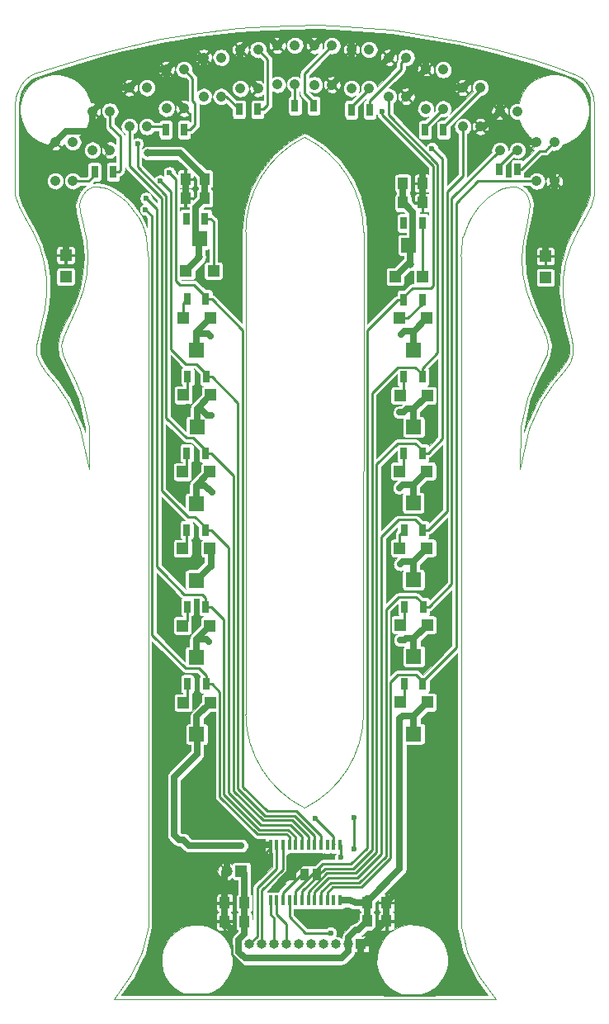
<source format=gtl>
G04 #@! TF.FileFunction,Copper,L1,Top,Signal*
%FSLAX46Y46*%
G04 Gerber Fmt 4.6, Leading zero omitted, Abs format (unit mm)*
G04 Created by KiCad (PCBNEW 4.0.7) date 09/23/18 21:58:35*
%MOMM*%
%LPD*%
G01*
G04 APERTURE LIST*
%ADD10C,0.100000*%
%ADD11C,1.055599*%
%ADD12R,1.000000X1.250000*%
%ADD13R,1.200000X1.200000*%
%ADD14C,1.200000*%
%ADD15R,1.000000X1.000000*%
%ADD16O,1.000000X1.000000*%
%ADD17R,1.600000X1.500000*%
%ADD18R,0.700000X1.300000*%
%ADD19R,0.400000X1.100000*%
%ADD20R,0.970000X1.270000*%
%ADD21C,0.800000*%
%ADD22C,0.600000*%
%ADD23C,0.700000*%
%ADD24C,0.250000*%
G04 APERTURE END LIST*
D10*
X1991360Y94940120D02*
X1569720Y94726760D01*
X7457440Y96667320D02*
X1991360Y94940120D01*
X15046960Y98516440D02*
X11049000Y97627440D01*
X57668160Y94843600D02*
X58287920Y94482920D01*
X55463440Y95636080D02*
X57668160Y94843600D01*
X53431440Y96286320D02*
X55463440Y95636080D01*
X48834040Y97561400D02*
X53431440Y96286320D01*
X45572680Y98308160D02*
X48834040Y97561400D01*
X40345360Y99217480D02*
X45572680Y98308160D01*
X38663880Y99441000D02*
X40345360Y99217480D01*
X32816800Y99872800D02*
X38663880Y99441000D01*
X31125160Y99933760D02*
X32816800Y99872800D01*
X25831800Y99811840D02*
X31125160Y99933760D01*
X22926040Y99628960D02*
X25831800Y99811840D01*
X18364200Y99070160D02*
X22926040Y99628960D01*
X15041880Y98516440D02*
X18364200Y99070160D01*
X7457440Y96667320D02*
X11049000Y97627440D01*
X13736169Y7501919D02*
X13736169Y76178983D01*
X13045177Y79578342D02*
X13317392Y78922563D01*
X47649177Y81330087D02*
X47227071Y80788186D01*
X48103705Y81821866D02*
X47649177Y81330087D01*
X52502557Y82644971D02*
X52206217Y82988904D01*
X13317392Y78922563D02*
X13538200Y78237080D01*
X1886032Y78722485D02*
X2552462Y77234584D01*
X51854589Y83221899D02*
X51456443Y83350037D01*
X1273174Y94483809D02*
X1571638Y94729363D01*
X6825548Y82184017D02*
X7057828Y82644971D01*
X3279034Y72366703D02*
X3090867Y70815800D01*
X9986276Y82935653D02*
X10485443Y82630731D01*
X11911207Y81330087D02*
X12333314Y80788186D01*
X13539211Y78237275D02*
G75*
G02X13736169Y76178982I-10656517J-2058292D01*
G01*
X48581884Y82257441D02*
X48103705Y81821866D01*
X51020552Y83379400D02*
X50555685Y83316069D01*
X46846158Y80202244D02*
X46515208Y79578342D01*
X9004700Y83316069D02*
X9489771Y83166126D01*
X52734837Y82184017D02*
X52502557Y82644971D01*
X12714227Y80202244D02*
X13045177Y79578342D01*
X51456443Y83350037D02*
X51020552Y83379400D01*
X9489771Y83166126D02*
X9986276Y82935653D01*
X10978501Y82257441D02*
X11456680Y81821866D01*
X45823787Y76178982D02*
G75*
G02X46019720Y78232000I10853904J1D01*
G01*
X52206217Y82988904D02*
X51854589Y83221899D01*
X49574109Y82935653D02*
X49074942Y82630731D01*
X12333314Y80788186D02*
X12714227Y80202244D01*
X52828184Y80839038D02*
X52894287Y81599962D01*
X11456680Y81821866D02*
X11911207Y81330087D01*
X52517143Y79399596D02*
X52828184Y80839038D01*
X50070613Y83166126D02*
X49574109Y82935653D01*
X3210563Y64440185D02*
X4210579Y63211017D01*
X8539833Y83379400D02*
X9004700Y83316069D01*
X47227071Y80788186D02*
X46846158Y80202244D01*
X5456683Y61390807D02*
X6738444Y58605512D01*
X7705796Y83221899D02*
X8103941Y83350037D01*
X59111094Y81335358D02*
X58427034Y80083381D01*
X7354168Y82988904D02*
X7705796Y83221899D01*
X58800063Y93906849D02*
X58558623Y94208650D01*
X57006225Y65369136D02*
X56349822Y64440185D01*
X46242993Y78922563D02*
X46019720Y78232000D01*
X2787041Y69404082D02*
X2470201Y68169155D01*
X2254898Y67117148D02*
X2252560Y66212637D01*
X59499497Y91733962D02*
X59419509Y92501753D01*
X3031286Y75642902D02*
X3273510Y73998388D01*
X240055Y92875304D02*
X377407Y93236568D01*
X52894287Y81599962D02*
X52734837Y82184017D01*
X10485443Y82630731D02*
X10978501Y82257441D01*
X59499497Y82493011D02*
X59111094Y81335358D01*
X56286875Y73998388D02*
X56281351Y72366703D01*
X1001761Y94208650D02*
X1273174Y94483809D01*
X2552462Y77234584D02*
X3031286Y75642902D01*
X50555685Y83316069D02*
X50070613Y83166126D01*
X7057828Y82644971D02*
X7354168Y82988904D01*
X4210579Y63211017D02*
X5456683Y61390807D01*
X49074942Y82630731D02*
X48581884Y82257441D01*
X2554159Y65369136D02*
X3210563Y64440185D01*
X8103941Y83350037D02*
X8539833Y83379400D01*
X46515208Y79578342D02*
X46242993Y78922563D01*
X6738444Y58605512D02*
X7703630Y54391288D01*
X1133350Y80083381D02*
X1886032Y78722485D01*
X60887Y82493011D02*
X60887Y91733962D01*
X51929617Y58714014D02*
X51856755Y54391288D01*
X53450468Y63742710D02*
X52607700Y61704161D01*
X52607700Y61704161D02*
X51929617Y58714014D01*
X54174687Y65152104D02*
X53450468Y63742710D01*
X46987557Y3786452D02*
X46444086Y4878774D01*
X47723004Y2308277D02*
X46987557Y3786452D01*
X49371093Y70984D02*
X47723004Y2308277D01*
X6587006Y71414663D02*
X5997817Y70096289D01*
X29777982Y88435495D02*
G75*
G02X35824216Y78704700I-4807241J-9730794D01*
G01*
X5432454Y68953573D02*
X5004260Y67968828D01*
X29785324Y19713478D02*
G75*
G02X29744524Y19693387I-4815146J9726885D01*
G01*
X35824051Y29271491D02*
G75*
G02X29826030Y19689996I-10852748J125696D01*
G01*
X5997817Y70096289D02*
X5432454Y68953573D01*
X7387583Y77806044D02*
X7526912Y76149750D01*
X7043242Y79399596D02*
X7387583Y77806044D01*
X23743512Y29271574D02*
X23736169Y78704701D01*
X5004260Y67968828D02*
X4814928Y67084351D01*
X7423830Y74490692D02*
X7091817Y72893134D01*
X54624805Y66196714D02*
X54174687Y65152104D01*
X29815861Y19693387D02*
G75*
G02X29775061Y19713478I4774345J9746976D01*
G01*
X54745457Y67084351D02*
X54624805Y66196714D01*
X54556125Y67968828D02*
X54745457Y67084351D01*
X54127931Y68953573D02*
X54556125Y67968828D01*
X53562568Y70096289D02*
X54127931Y68953573D01*
X35816873Y29271574D02*
X35824216Y78704701D01*
X52973379Y71414663D02*
X53562568Y70096289D01*
X7526912Y76149750D02*
X7423830Y74490692D01*
X11837380Y2308277D02*
X12572827Y3786452D01*
X52468567Y72893134D02*
X52973379Y71414663D01*
X52136554Y74490692D02*
X52468567Y72893134D01*
X7091817Y72893134D02*
X6587006Y71414663D01*
X52033473Y76149750D02*
X52136554Y74490692D01*
X52172802Y77806044D02*
X52033473Y76149750D01*
X52517143Y79399596D02*
X52172802Y77806044D01*
X23732649Y78704701D02*
G75*
G02X29778960Y88437720I10856995J0D01*
G01*
X13116299Y4878774D02*
X13736169Y7501919D01*
X12572827Y3786452D02*
X13116299Y4878774D01*
X10189292Y70984D02*
X11837380Y2308277D01*
X7630768Y58714014D02*
X7703630Y54391288D01*
X6952685Y61704161D02*
X7630768Y58714014D01*
X29734355Y19689997D02*
G75*
G02X23736335Y29271491I4854727J9707190D01*
G01*
X6109917Y63742710D02*
X6952685Y61704161D01*
X5385697Y65152104D02*
X6109917Y63742710D01*
X4935580Y66196714D02*
X5385697Y65152104D01*
X4814928Y67084351D02*
X4935580Y66196714D01*
X140876Y92501753D02*
X240055Y92875304D01*
X56469517Y70815800D02*
X56773344Y69404082D01*
X377407Y93236568D02*
X551454Y93581655D01*
X3273510Y73998388D02*
X3279034Y72366703D01*
X57307824Y66212637D02*
X57006225Y65369136D01*
X57674352Y78722485D02*
X57007922Y77234584D01*
X2470201Y68169155D02*
X2254898Y67117148D01*
X6732201Y80839038D02*
X6666098Y81599962D01*
X60887Y82493011D02*
X449291Y81335358D01*
X45824216Y7501919D02*
X45824216Y76178983D01*
X59320330Y92875304D02*
X59182978Y93236568D01*
X59499497Y82493011D02*
X59499497Y91733962D01*
X59419509Y92501753D02*
X59320330Y92875304D01*
X3090867Y70815800D02*
X2787041Y69404082D01*
X59182978Y93236568D02*
X59008931Y93581655D01*
X52821941Y58605512D02*
X51856755Y54391288D01*
X56281351Y72366703D02*
X56469517Y70815800D01*
X56773344Y69404082D02*
X57090183Y68169155D01*
X2252560Y66212637D02*
X2554159Y65369136D01*
X449291Y81335358D02*
X1133350Y80083381D01*
X57007922Y77234584D02*
X56529099Y75642902D01*
X58427034Y80083381D02*
X57674352Y78722485D01*
X551454Y93581655D02*
X760322Y93906849D01*
X760322Y93906849D02*
X1001761Y94208650D01*
X57305486Y67117148D02*
X57307824Y66212637D01*
X57090183Y68169155D02*
X57305486Y67117148D01*
X7043242Y79399596D02*
X6732201Y80839038D01*
X60887Y91733962D02*
X140876Y92501753D01*
X49371093Y70984D02*
X10189292Y70984D01*
X58558623Y94208650D02*
X58287210Y94483809D01*
X56349822Y64440185D02*
X55349806Y63211017D01*
X55349806Y63211017D02*
X54103702Y61390807D01*
X59008931Y93581655D02*
X58800063Y93906849D01*
X54103702Y61390807D02*
X52821941Y58605512D01*
X56529099Y75642902D02*
X56286875Y73998388D01*
X6666098Y81599962D02*
X6825548Y82184017D01*
X46444086Y4878774D02*
X45824216Y7501919D01*
D11*
X47798560Y93526360D03*
X47798560Y89526360D03*
X45998560Y89526360D03*
X45998560Y93526360D03*
D12*
X39878760Y81727040D03*
X41878760Y81727040D03*
X39863520Y83713320D03*
X41863520Y83713320D03*
X17536920Y82194400D03*
X19536920Y82194400D03*
X17542000Y84160360D03*
X19542000Y84160360D03*
D13*
X23281640Y13202920D03*
D14*
X21781640Y13202920D03*
D12*
X21566120Y8051800D03*
X23566120Y8051800D03*
X21586440Y9936480D03*
X23586440Y9936480D03*
X38180520Y9951720D03*
X36180520Y9951720D03*
X38180520Y8077200D03*
X36180520Y8077200D03*
D15*
X35554920Y5699760D03*
D16*
X34284920Y5699760D03*
X33014920Y5699760D03*
X31744920Y5699760D03*
X30474920Y5699760D03*
X29204920Y5699760D03*
X27934920Y5699760D03*
X26664920Y5699760D03*
X25394920Y5699760D03*
X24124920Y5699760D03*
D13*
X20114720Y30469320D03*
X17314720Y30469320D03*
D17*
X18714720Y27229320D03*
D13*
X20043600Y38363640D03*
X17243600Y38363640D03*
D17*
X18643600Y35123640D03*
D13*
X20060920Y46268640D03*
X17260920Y46268640D03*
D17*
X18660920Y43028640D03*
D13*
X20038520Y54131960D03*
X17238520Y54131960D03*
D17*
X18638520Y50891960D03*
D13*
X20119800Y61995800D03*
X17319800Y61995800D03*
D17*
X18719800Y58755800D03*
D13*
X20104560Y69885040D03*
X17304560Y69885040D03*
D17*
X18704560Y66645040D03*
D13*
X42309240Y69869800D03*
X39509240Y69869800D03*
D17*
X40909240Y66629800D03*
D13*
X42354960Y61965320D03*
X39554960Y61965320D03*
D17*
X40954960Y58725320D03*
D13*
X42319400Y54203080D03*
X39519400Y54203080D03*
D17*
X40919400Y50963080D03*
D13*
X42334640Y46318920D03*
X39534640Y46318920D03*
D17*
X40934640Y43078920D03*
D13*
X42380360Y38450000D03*
X39580360Y38450000D03*
D17*
X40980360Y35210000D03*
D13*
X42365120Y30514520D03*
X39565120Y30514520D03*
D17*
X40965120Y27274520D03*
D18*
X8219400Y84876640D03*
X10119400Y84876640D03*
X17759640Y32379920D03*
X19659640Y32379920D03*
X17729160Y40309800D03*
X19629160Y40309800D03*
X15519360Y89214960D03*
X17419360Y89214960D03*
X17678360Y48163480D03*
X19578360Y48163480D03*
X17688520Y56052720D03*
X19588520Y56052720D03*
X23053000Y91297760D03*
X24953000Y91297760D03*
X17774880Y63901320D03*
X19674880Y63901320D03*
X17739320Y71836280D03*
X19639320Y71836280D03*
X34569360Y91257120D03*
X36469360Y91257120D03*
X41854160Y71785480D03*
X39954160Y71785480D03*
X39944000Y63865760D03*
X41844000Y63865760D03*
X42128400Y89189560D03*
X44028400Y89189560D03*
X39944000Y56047640D03*
X41844000Y56047640D03*
X39974480Y48168560D03*
X41874480Y48168560D03*
X49723000Y85166200D03*
X51623000Y85166200D03*
X40020200Y40284400D03*
X41920200Y40284400D03*
X39994800Y32369760D03*
X41894800Y32369760D03*
D11*
X5995240Y87953600D03*
X5995240Y83953600D03*
X4195240Y83953600D03*
X4195240Y87953600D03*
X9805240Y91113360D03*
X9805240Y87113360D03*
X8005240Y87113360D03*
X8005240Y91113360D03*
X13589840Y93516200D03*
X13589840Y89516200D03*
X11789840Y89516200D03*
X11789840Y93516200D03*
X17389680Y95385640D03*
X17389680Y91385640D03*
X15589680Y91385640D03*
X15589680Y95385640D03*
X21199680Y96620080D03*
X21199680Y92620080D03*
X19399680Y92620080D03*
X19399680Y96620080D03*
X24989360Y97417640D03*
X24989360Y93417640D03*
X23189360Y93417640D03*
X23189360Y97417640D03*
X36383800Y97432880D03*
X36383800Y93432880D03*
X34583800Y93432880D03*
X34583800Y97432880D03*
X40203960Y96620080D03*
X40203960Y92620080D03*
X38403960Y92620080D03*
X38403960Y96620080D03*
X43998720Y95360240D03*
X43998720Y91360240D03*
X42198720Y91360240D03*
X42198720Y95360240D03*
X51603480Y91087960D03*
X51603480Y87087960D03*
X49803480Y87087960D03*
X49803480Y91087960D03*
X55388080Y87928200D03*
X55388080Y83928200D03*
X53588080Y83928200D03*
X53588080Y87928200D03*
D19*
X33404760Y15900520D03*
X32754760Y15900520D03*
X32104760Y15900520D03*
X31454760Y15900520D03*
X30804760Y15900520D03*
X30154760Y15900520D03*
X29504760Y15900520D03*
X28854760Y15900520D03*
X28204760Y15900520D03*
X27554760Y15900520D03*
X26904760Y15900520D03*
X26254760Y15900520D03*
X26254760Y10200520D03*
X26904760Y10200520D03*
X27554760Y10200520D03*
X28204760Y10200520D03*
X28854760Y10200520D03*
X29504760Y10200520D03*
X30154760Y10200520D03*
X30804760Y10200520D03*
X31454760Y10200520D03*
X32104760Y10200520D03*
X32754760Y10200520D03*
X33404760Y10200520D03*
D13*
X5262880Y74139880D03*
X5262880Y76339880D03*
X54493160Y74038280D03*
X54493160Y76238280D03*
D20*
X31059120Y12837160D03*
X29789120Y12837160D03*
X28519120Y12837160D03*
D13*
X17612360Y74757280D03*
X20412360Y74757280D03*
D17*
X19012360Y77997280D03*
D13*
X39062200Y74148200D03*
X41862200Y74148200D03*
D17*
X40462200Y77388200D03*
D18*
X28783240Y91683840D03*
X30683240Y91683840D03*
X19552960Y80101440D03*
X17652960Y80101440D03*
X41849040Y79644240D03*
X39949040Y79644240D03*
D11*
X28784120Y97849440D03*
X28784120Y93849440D03*
X26984120Y93849440D03*
X26984120Y97849440D03*
X32589040Y97824040D03*
X32589040Y93824040D03*
X30789040Y93824040D03*
X30789040Y97824040D03*
D21*
X13675360Y86807040D03*
X40599360Y75453240D03*
X18907760Y76189840D03*
D22*
X23281640Y15814040D03*
X34430390Y10200520D03*
X39695120Y68259960D03*
X39512240Y60243720D03*
X39497000Y52486560D03*
X39557960Y44648120D03*
X39578280Y36890960D03*
X39532560Y28839160D03*
X20126960Y68011040D03*
X20167600Y59933840D03*
X20264120Y52019200D03*
X20218400Y44455080D03*
X19984720Y36708080D03*
X18770600Y25638760D03*
D21*
X37271960Y84714080D03*
X55239920Y86238080D03*
X41371520Y85501480D03*
X41878760Y81727040D03*
X17536920Y82194400D03*
X41624760Y13395960D03*
D22*
X17028160Y9011920D03*
X29687520Y14437360D03*
X31155640Y8458200D03*
X43012360Y58877200D03*
X43312080Y50967640D03*
X43337480Y43520360D03*
X43134280Y35620960D03*
X17302480Y36733480D03*
X17820590Y44648120D03*
X16946880Y52283360D03*
X17820590Y60845798D03*
X33451800Y14596810D03*
X29725335Y12941585D03*
X15900400Y84800440D03*
X14963772Y83955252D03*
X12628880Y87777320D03*
X13502640Y82174080D03*
X13456920Y81020920D03*
X42829480Y87299800D03*
X37693600Y91104720D03*
X5308600Y74279720D03*
X54493160Y74038280D03*
X17652960Y80101440D03*
X30876240Y18577560D03*
X39949040Y79644240D03*
X34838640Y18709640D03*
X34858960Y15509240D03*
X32440880Y6868160D03*
D23*
X13675360Y86807040D02*
X17020320Y86807040D01*
X17020320Y86807040D02*
X19542000Y84285360D01*
X19542000Y84285360D02*
X19542000Y84160360D01*
X39878760Y81727040D02*
X39910242Y81727040D01*
X39910242Y81727040D02*
X40879041Y80758241D01*
X40879041Y80758241D02*
X40879041Y77805041D01*
X40879041Y77805041D02*
X40462200Y77388200D01*
X39863520Y83713320D02*
X39863520Y81742280D01*
X39863520Y81742280D02*
X39878760Y81727040D01*
X40599360Y75453240D02*
X40599360Y77251040D01*
X40599360Y77251040D02*
X40462200Y77388200D01*
X40599360Y75453240D02*
X40367240Y75453240D01*
X40367240Y75453240D02*
X39062200Y74148200D01*
X19012360Y77997280D02*
X18622959Y78386681D01*
X18622959Y78386681D02*
X18622959Y81280439D01*
X18622959Y81280439D02*
X19536920Y82194400D01*
X18907760Y76189840D02*
X18907760Y77892680D01*
X18907760Y77892680D02*
X19012360Y77997280D01*
X18907760Y76189840D02*
X18907760Y76052680D01*
X18907760Y76052680D02*
X17612360Y74757280D01*
X19536920Y82194400D02*
X19536920Y84155280D01*
X19536920Y84155280D02*
X19542000Y84160360D01*
X36180520Y9951720D02*
X36180520Y10076720D01*
X36180520Y10076720D02*
X39532560Y13428760D01*
X39532560Y13428760D02*
X39532560Y28414896D01*
X39532560Y28414896D02*
X39532560Y28839160D01*
X23662640Y4267200D02*
X23024919Y4904921D01*
X23024919Y4904921D02*
X23024919Y6185599D01*
X23024919Y6185599D02*
X23566120Y6726800D01*
X23566120Y6726800D02*
X23566120Y8051800D01*
X33559466Y4267200D02*
X23662640Y4267200D01*
X34284920Y5699760D02*
X34284920Y4992654D01*
X34284920Y4992654D02*
X33559466Y4267200D01*
X35040854Y7162800D02*
X35266120Y7162800D01*
X35266120Y7162800D02*
X36180520Y8077200D01*
X34284920Y5699760D02*
X34284920Y6406866D01*
X34284920Y6406866D02*
X35040854Y7162800D01*
X20160920Y44478640D02*
X20160920Y46168640D01*
X18710920Y43028640D02*
X20160920Y44478640D01*
X18660920Y43028640D02*
X18710920Y43028640D01*
X20160920Y46168640D02*
X20060920Y46268640D01*
X23281640Y15814040D02*
X17896840Y15814040D01*
X17896840Y15814040D02*
X17835880Y15875000D01*
X16875760Y16418560D02*
X17292320Y16418560D01*
X17292320Y16418560D02*
X17835880Y15875000D01*
X16385879Y16908441D02*
X16875760Y16418560D01*
X18770600Y25638760D02*
X18770600Y25214496D01*
X18770600Y25214496D02*
X16385879Y22829775D01*
X16385879Y22829775D02*
X16385879Y16908441D01*
X36180520Y9951720D02*
X36180520Y10404600D01*
X34381440Y10200520D02*
X33554761Y10200520D01*
X34980520Y9951720D02*
X34430390Y10200520D01*
X34381440Y10200520D02*
X34430390Y10200520D01*
X39888160Y81717640D02*
X39878760Y81727040D01*
X39695120Y68259960D02*
X39995119Y68559959D01*
X39995119Y68559959D02*
X40819081Y68559959D01*
X40819081Y68559959D02*
X40909240Y68469800D01*
X39512240Y60243720D02*
X39936504Y60243720D01*
X39936504Y60243720D02*
X40258104Y60565320D01*
X40258104Y60565320D02*
X40954960Y60565320D01*
X39497000Y52486560D02*
X39796999Y52786559D01*
X39796999Y52786559D02*
X40902879Y52786559D01*
X40902879Y52786559D02*
X40919400Y52803080D01*
X39557960Y44648120D02*
X39857959Y44948119D01*
X39857959Y44948119D02*
X40905441Y44948119D01*
X40905441Y44948119D02*
X40934640Y44918920D01*
X39578280Y36890960D02*
X40002544Y36890960D01*
X40002544Y36890960D02*
X40161584Y37050000D01*
X40161584Y37050000D02*
X40980360Y37050000D01*
X39532560Y28839160D02*
X39832559Y29139159D01*
X39832559Y29139159D02*
X40940481Y29139159D01*
X40940481Y29139159D02*
X40965120Y29114520D01*
X20126960Y68011040D02*
X19826961Y68311039D01*
X19826961Y68311039D02*
X18878561Y68311039D01*
X18878561Y68311039D02*
X18704560Y68485040D01*
X20167600Y59933840D02*
X19743336Y59933840D01*
X19743336Y59933840D02*
X19081376Y60595800D01*
X19081376Y60595800D02*
X18719800Y60595800D01*
X20264120Y52019200D02*
X19551360Y52731960D01*
X19551360Y52731960D02*
X18638520Y52731960D01*
X20218400Y44455080D02*
X20087360Y44455080D01*
X20087360Y44455080D02*
X18660920Y43028640D01*
X19984720Y36708080D02*
X19684721Y37008079D01*
X19684721Y37008079D02*
X18688039Y37008079D01*
X18688039Y37008079D02*
X18643600Y36963640D01*
X40965120Y27274520D02*
X40965120Y29114520D01*
X40965120Y29114520D02*
X42365120Y30514520D01*
X40980360Y35210000D02*
X40980360Y37050000D01*
X40980360Y37050000D02*
X42380360Y38450000D01*
X40934640Y43078920D02*
X40934640Y44918920D01*
X40934640Y44918920D02*
X42334640Y46318920D01*
X40919400Y50963080D02*
X40919400Y52803080D01*
X40919400Y52803080D02*
X42319400Y54203080D01*
X40954960Y58725320D02*
X40954960Y60565320D01*
X40954960Y60565320D02*
X42354960Y61965320D01*
X40909240Y66629800D02*
X40909240Y68469800D01*
X40909240Y68469800D02*
X42309240Y69869800D01*
X18638520Y50891960D02*
X18638520Y52731960D01*
X18638520Y52731960D02*
X20038520Y54131960D01*
X18719800Y58755800D02*
X18719800Y60595800D01*
X18719800Y60595800D02*
X20119800Y61995800D01*
X18643600Y35123640D02*
X18643600Y36963640D01*
X18643600Y36963640D02*
X20043600Y38363640D01*
X18714720Y27229320D02*
X18714720Y29069320D01*
X18714720Y29069320D02*
X20114720Y30469320D01*
X18770600Y25638760D02*
X18770600Y27173440D01*
X18770600Y27173440D02*
X18714720Y27229320D01*
X36180520Y9951720D02*
X34980520Y9951720D01*
X36180520Y8077200D02*
X36180520Y9951720D01*
X23586440Y9936480D02*
X23586440Y12898120D01*
X23586440Y12898120D02*
X23281640Y13202920D01*
X23566120Y8051800D02*
X23566120Y9916160D01*
X23566120Y9916160D02*
X23586440Y9936480D01*
X23566120Y8051800D02*
X23784560Y8051800D01*
X18704560Y66645040D02*
X18704560Y68485040D01*
X18704560Y68485040D02*
X20104560Y69885040D01*
X41371520Y85501480D02*
X38059360Y85501480D01*
X38059360Y85501480D02*
X37271960Y84714080D01*
X55239920Y86238080D02*
X55239920Y84076360D01*
X55239920Y84076360D02*
X55388080Y83928200D01*
X41863520Y83713320D02*
X41863520Y85009480D01*
X41863520Y85009480D02*
X41371520Y85501480D01*
X47798560Y89526360D02*
X48241880Y89526360D01*
X48241880Y89526360D02*
X49803480Y91087960D01*
X48493680Y94711520D02*
X49803480Y93401720D01*
X49803480Y93401720D02*
X49803480Y91087960D01*
X48252945Y94711520D02*
X48493680Y94711520D01*
X47198280Y94726760D02*
X48237705Y94726760D01*
X48237705Y94726760D02*
X48252945Y94711520D01*
X47106360Y94634840D02*
X47198280Y94726760D01*
X45998560Y93526360D02*
X47106360Y94634160D01*
X47106360Y94634160D02*
X47106360Y94634840D01*
X42904840Y94420080D02*
X43798560Y93526360D01*
X43798560Y93526360D02*
X45998560Y93526360D01*
X41258560Y94420080D02*
X41559480Y94721000D01*
X41559480Y94721000D02*
X42198720Y95360240D01*
X40203960Y92620080D02*
X40731758Y93147878D01*
X40731758Y93147878D02*
X40731758Y93893278D01*
X40731758Y93893278D02*
X41559480Y94721000D01*
X40960040Y97830640D02*
X42198720Y96591960D01*
X42198720Y96591960D02*
X42198720Y95360240D01*
X39527480Y97830640D02*
X40960040Y97830640D01*
X38931758Y97234918D02*
X39527480Y97830640D01*
X38403960Y96620080D02*
X38931758Y97147878D01*
X38931758Y97147878D02*
X38931758Y97234918D01*
X37005240Y95818800D02*
X37602680Y95818800D01*
X37602680Y95818800D02*
X38403960Y96620080D01*
X34583800Y95818800D02*
X37005240Y95818800D01*
X34583800Y97432880D02*
X34583800Y95818800D01*
X34583800Y95818800D02*
X32589040Y93824040D01*
X30789040Y97824040D02*
X31994520Y99029520D01*
X31994520Y99029520D02*
X33746440Y99029520D01*
X33746440Y99029520D02*
X34583800Y98192160D01*
X34583800Y98192160D02*
X34583800Y97432880D01*
X26984120Y97849440D02*
X27511918Y98377238D01*
X28056840Y99065080D02*
X29548000Y99065080D01*
X27511918Y98377238D02*
X27511918Y98520158D01*
X27511918Y98520158D02*
X28056840Y99065080D01*
X29548000Y99065080D02*
X30789040Y97824040D01*
X24373840Y98602800D02*
X26230760Y98602800D01*
X26230760Y98602800D02*
X26984120Y97849440D01*
X24297160Y98526120D02*
X24373840Y98602800D01*
X23189360Y97417640D02*
X24297160Y98525440D01*
X24297160Y98525440D02*
X24297160Y98526120D01*
X20538440Y94654575D02*
X22626295Y94654575D01*
X19399680Y96620080D02*
X19399680Y95793335D01*
X19399680Y95793335D02*
X20538440Y94654575D01*
X15589680Y95385640D02*
X16824120Y96620080D01*
X16824120Y96620080D02*
X19399680Y96620080D01*
X55388080Y83928200D02*
X55388080Y79995600D01*
X55388080Y79995600D02*
X54493160Y79100680D01*
X23189360Y95217640D02*
X24989360Y93417640D01*
X22626295Y94654575D02*
X23189360Y95217640D01*
X19399680Y95756095D02*
X19399680Y95873660D01*
X19399680Y95873660D02*
X19399680Y96620080D01*
X11789840Y93516200D02*
X13659280Y95385640D01*
X13659280Y95385640D02*
X15589680Y95385640D01*
X11789840Y93516200D02*
X10408080Y93516200D01*
X10408080Y93516200D02*
X8005240Y91113360D01*
X9805240Y87113360D02*
X9199880Y87718720D01*
X9199880Y87718720D02*
X8005240Y88913360D01*
X4195240Y87953600D02*
X5303040Y89061400D01*
X5303040Y89061400D02*
X7857200Y89061400D01*
X7857200Y89061400D02*
X9199880Y87718720D01*
X4195240Y87953600D02*
X2032000Y85790360D01*
X2032000Y85790360D02*
X2032000Y80870760D01*
X2032000Y80870760D02*
X5262880Y77639880D01*
X5262880Y77639880D02*
X5262880Y76339880D01*
X49803480Y91087960D02*
X52963240Y87928200D01*
X52963240Y87928200D02*
X53588080Y87928200D01*
X41258560Y94420080D02*
X42904840Y94420080D01*
X23189360Y97417640D02*
X23189360Y95217640D01*
X15589680Y95385640D02*
X15589680Y93185640D01*
X15589680Y93185640D02*
X17389680Y91385640D01*
X8005240Y88913360D02*
X8005240Y91113360D01*
X41878760Y81727040D02*
X41878760Y83698080D01*
X41878760Y83698080D02*
X41863520Y83713320D01*
X17536920Y82194400D02*
X17536920Y84155280D01*
X17536920Y84155280D02*
X17542000Y84160360D01*
D24*
X14660880Y6644640D02*
X17028160Y9011920D01*
X17028160Y9011920D02*
X19044920Y11028680D01*
X44983400Y5938520D02*
X40970200Y9951720D01*
X40970200Y9951720D02*
X38180520Y9951720D01*
X44983400Y2433320D02*
X44983400Y5938520D01*
X43068240Y518160D02*
X44983400Y2433320D01*
X37962840Y518160D02*
X43068240Y518160D01*
X35554920Y2926080D02*
X37962840Y518160D01*
X35554920Y5699760D02*
X35554920Y2926080D01*
X25806400Y15138400D02*
X26254760Y15586760D01*
X26254760Y15586760D02*
X26254760Y15900520D01*
X25042640Y15138400D02*
X25806400Y15138400D01*
X22385992Y14655800D02*
X24560040Y14655800D01*
X24560040Y14655800D02*
X25042640Y15138400D01*
X21781640Y14051448D02*
X22385992Y14655800D01*
X19044920Y11028680D02*
X19607400Y11028680D01*
X19607400Y11028680D02*
X21781640Y13202920D01*
X14660880Y2118360D02*
X14660880Y6644640D01*
X16250920Y528320D02*
X14660880Y2118360D01*
X20772120Y528320D02*
X16250920Y528320D01*
X23500080Y3256280D02*
X20772120Y528320D01*
X23648242Y3256280D02*
X23500080Y3256280D01*
X23648242Y3256280D02*
X33861440Y3256280D01*
X33861440Y3256280D02*
X35554920Y4949760D01*
X35554920Y4949760D02*
X35554920Y5699760D01*
X22299909Y5609611D02*
X22299909Y4604613D01*
X22299909Y4604613D02*
X23648242Y3256280D01*
X22052280Y6690640D02*
X22052280Y5857240D01*
X22052280Y5857240D02*
X22299909Y5609611D01*
X21566120Y8051800D02*
X21566120Y7176800D01*
X21566120Y7176800D02*
X22052280Y6690640D01*
X21869400Y7321280D02*
X22228040Y6962640D01*
X21566120Y8051800D02*
X21566120Y7926800D01*
X21566120Y7926800D02*
X21869400Y7623520D01*
X21869400Y7623520D02*
X21869400Y7321280D01*
D23*
X35554920Y5699760D02*
X35554920Y4499760D01*
X35554920Y4499760D02*
X34372350Y3317190D01*
X34372350Y3317190D02*
X33952973Y3317190D01*
X22364279Y7144599D02*
X22502340Y7006538D01*
X21880150Y7628728D02*
X22364279Y7144599D01*
X21566120Y8051800D02*
X21566120Y7628728D01*
X21566120Y7628728D02*
X21880150Y7628728D01*
X29022040Y14437360D02*
X28666440Y14081760D01*
X31351562Y14666820D02*
X31122102Y14437360D01*
X31122102Y14437360D02*
X29022040Y14437360D01*
X30741102Y14056360D02*
X31351562Y14666820D01*
X26989823Y11460901D02*
X26989823Y11538075D01*
X26989823Y11538075D02*
X29508108Y14056360D01*
X29508108Y14056360D02*
X30741102Y14056360D01*
X26674659Y11460901D02*
X26989823Y11460901D01*
X26674659Y11460901D02*
X28280360Y13066602D01*
X28280360Y13066602D02*
X28280360Y14650720D01*
X28280360Y14650720D02*
X28376880Y14747240D01*
X28376880Y14747240D02*
X29997400Y14747240D01*
X29997400Y14747240D02*
X30000679Y14750519D01*
X30000679Y14750519D02*
X31435261Y14750519D01*
X31435261Y14750519D02*
X31122102Y14437360D01*
X31122102Y14437360D02*
X29687520Y14437360D01*
X35554920Y5699760D02*
X35803080Y5699760D01*
X35803080Y5699760D02*
X38180520Y8077200D01*
X25359360Y15900520D02*
X26104759Y15900520D01*
X22553632Y14823440D02*
X23915598Y14823440D01*
X23915598Y14823440D02*
X24992678Y15900520D01*
X24992678Y15900520D02*
X25359360Y15900520D01*
X21781640Y14051448D02*
X22553632Y14823440D01*
X41910000Y81695800D02*
X41878760Y81727040D01*
X41711880Y13395960D02*
X41624760Y13395960D01*
X41624760Y13395960D02*
X38180520Y9951720D01*
X38180520Y8077200D02*
X38180520Y9951720D01*
X21781640Y13202920D02*
X21781640Y14051448D01*
X21586440Y9936480D02*
X21586440Y13007720D01*
X21586440Y13007720D02*
X21781640Y13202920D01*
X21566120Y8051800D02*
X21566120Y9916160D01*
X21566120Y9916160D02*
X21586440Y9936480D01*
X54493160Y79100680D02*
X54493160Y76238280D01*
D24*
X33451800Y14596810D02*
X33451800Y15853480D01*
X33451800Y15853480D02*
X33404760Y15900520D01*
X27924760Y7752080D02*
X26904760Y8772080D01*
X26904760Y8772080D02*
X26904760Y10200520D01*
X27924760Y6417026D02*
X27924760Y7752080D01*
X27934920Y5699760D02*
X27934920Y6406866D01*
X27934920Y6406866D02*
X27924760Y6417026D01*
X26664920Y5699760D02*
X26664920Y8333084D01*
X26664920Y8333084D02*
X26254760Y8743244D01*
X26254760Y8743244D02*
X26254760Y9400520D01*
X26254760Y9400520D02*
X26254760Y10200520D01*
X25394920Y11206480D02*
X27554760Y13366320D01*
X27554760Y13366320D02*
X27554760Y15900520D01*
X25394920Y5699760D02*
X25394920Y11206480D01*
X24914910Y11457990D02*
X26904760Y13447840D01*
X26904760Y13447840D02*
X26904760Y15900520D01*
X24124920Y5699760D02*
X24914910Y6489750D01*
X24914910Y6489750D02*
X24914910Y11457990D01*
X26829761Y15825521D02*
X26904760Y15900520D01*
X27554760Y10200520D02*
X27554760Y11000520D01*
X27554760Y11000520D02*
X29495825Y12941585D01*
X29495825Y12941585D02*
X29725335Y12941585D01*
X16537787Y80226791D02*
X16537787Y82976720D01*
X16537787Y82976720D02*
X16537787Y84163053D01*
X16537787Y84163053D02*
X15900400Y84800440D01*
X16537787Y80226791D02*
X16537788Y73749052D01*
X19639320Y72136280D02*
X19639320Y71836280D01*
X16537788Y73749052D02*
X16962120Y73324720D01*
X16962120Y73324720D02*
X18450880Y73324720D01*
X18450880Y73324720D02*
X19639320Y72136280D01*
X23423680Y21854360D02*
X23423680Y68651920D01*
X23423680Y68651920D02*
X20239320Y71836280D01*
X20239320Y71836280D02*
X19639320Y71836280D01*
X31454760Y15900520D02*
X31454760Y16815864D01*
X31454760Y16815864D02*
X28905864Y19364760D01*
X28905864Y19364760D02*
X25913280Y19364760D01*
X25913280Y19364760D02*
X23423680Y21854360D01*
X16057778Y80027964D02*
X16057778Y81574640D01*
X16057778Y81574640D02*
X16057778Y82861246D01*
X16057778Y82861246D02*
X14963772Y83955252D01*
X16057778Y66736062D02*
X16057778Y80027964D01*
X17612360Y65181480D02*
X16057778Y66736062D01*
X19674880Y64150200D02*
X18643600Y65181480D01*
X18643600Y65181480D02*
X17612360Y65181480D01*
X19674880Y63901320D02*
X19674880Y64150200D01*
X22943670Y21629562D02*
X22943670Y61232530D01*
X22943670Y61232530D02*
X20274880Y63901320D01*
X20274880Y63901320D02*
X19674880Y63901320D01*
X25688482Y18884750D02*
X22943670Y21629562D01*
X30804760Y15900520D02*
X30804760Y16787028D01*
X30804760Y16787028D02*
X28707038Y18884750D01*
X28707038Y18884750D02*
X25688482Y18884750D01*
X15577769Y82414945D02*
X12628880Y85363834D01*
X12628880Y85363834D02*
X12628880Y87777320D01*
X15577769Y79829137D02*
X15577769Y82006440D01*
X15577769Y82006440D02*
X15577769Y82414945D01*
X15577770Y59672828D02*
X15577769Y79829137D01*
X17619799Y57630799D02*
X15577770Y59672828D01*
X18310441Y57630799D02*
X17619799Y57630799D01*
X19588520Y56352720D02*
X18310441Y57630799D01*
X19588520Y56052720D02*
X19588520Y56352720D01*
X22463660Y21430736D02*
X22463660Y53777580D01*
X22463660Y53777580D02*
X20188520Y56052720D01*
X20188520Y56052720D02*
X19588520Y56052720D01*
X25489656Y18404740D02*
X22463660Y21430736D01*
X28508212Y18404740D02*
X25489656Y18404740D01*
X30154760Y15900520D02*
X30154760Y16758192D01*
X30154760Y16758192D02*
X28508212Y18404740D01*
X19578360Y48163480D02*
X19578360Y48463480D01*
X19578360Y48463480D02*
X18527080Y49514760D01*
X18527080Y49514760D02*
X17790718Y49514760D01*
X17790718Y49514760D02*
X15097760Y52207718D01*
X15097760Y52207718D02*
X15097760Y82216118D01*
X15097760Y82216118D02*
X11789840Y85524038D01*
X11789840Y85524038D02*
X11789840Y89516200D01*
X21983650Y21231910D02*
X21983650Y46358190D01*
X21983650Y46358190D02*
X20178360Y48163480D01*
X20178360Y48163480D02*
X19578360Y48163480D01*
X28309386Y17924730D02*
X25290830Y17924730D01*
X25290830Y17924730D02*
X21983650Y21231910D01*
X29504760Y15900520D02*
X29504760Y16729356D01*
X29504760Y16729356D02*
X28309386Y17924730D01*
X17439640Y41584880D02*
X15417800Y43606720D01*
X13502640Y82174080D02*
X14617750Y81058970D01*
X14617750Y81058970D02*
X14617750Y44406770D01*
X14617750Y44406770D02*
X15417800Y43606720D01*
X19629160Y40309800D02*
X19629160Y41209800D01*
X19629160Y41209800D02*
X19254080Y41584880D01*
X19254080Y41584880D02*
X17439640Y41584880D01*
X21503640Y21031200D02*
X21503640Y39035320D01*
X21503640Y39035320D02*
X20229160Y40309800D01*
X20229160Y40309800D02*
X19629160Y40309800D01*
X25090120Y17444720D02*
X21503640Y21031200D01*
X28110560Y17444720D02*
X25090120Y17444720D01*
X28854760Y16700520D02*
X28110560Y17444720D01*
X28854760Y15900520D02*
X28854760Y16700520D01*
X14102080Y79268320D02*
X14102080Y80375760D01*
X14102080Y80375760D02*
X13456920Y81020920D01*
X14102080Y37440158D02*
X14102080Y79268320D01*
X19659640Y32379920D02*
X19659640Y33279920D01*
X19659640Y33279920D02*
X18940921Y33998639D01*
X18940921Y33998639D02*
X17543599Y33998639D01*
X17543599Y33998639D02*
X14102080Y37440158D01*
X20259640Y32379920D02*
X19659640Y32379920D01*
X21053629Y31585931D02*
X20259640Y32379920D01*
X21053629Y20844800D02*
X21053629Y31585931D01*
X24903720Y16994709D02*
X21053629Y20844800D01*
X27910571Y16994709D02*
X24903720Y16994709D01*
X28204760Y16700520D02*
X27910571Y16994709D01*
X28204760Y15900520D02*
X28204760Y16700520D01*
X45348960Y78740000D02*
X45348960Y81711600D01*
X45348960Y81711600D02*
X47565560Y83928200D01*
X47565560Y83928200D02*
X53588080Y83928200D01*
X45348960Y36123920D02*
X45348960Y78740000D01*
X45348960Y78740000D02*
X45348960Y80406040D01*
X41894800Y32669760D02*
X45348960Y36123920D01*
X35585400Y11541760D02*
X38589799Y14546159D01*
X39360799Y33374761D02*
X41189799Y33374761D01*
X38589799Y14546159D02*
X38589799Y32603761D01*
X38589799Y32603761D02*
X39360799Y33374761D01*
X41189799Y33374761D02*
X41894800Y32669760D01*
X41894800Y32669760D02*
X41894800Y32369760D01*
X32646000Y11541760D02*
X35585400Y11541760D01*
X32104760Y10200520D02*
X32104760Y11000520D01*
X32104760Y11000520D02*
X32646000Y11541760D01*
X41920200Y40284400D02*
X42520200Y40284400D01*
X42520200Y40284400D02*
X44868950Y42633150D01*
X44868950Y42633150D02*
X44868950Y82153430D01*
X44868950Y82153430D02*
X49803480Y87087960D01*
X38109789Y14746869D02*
X38109789Y40012991D01*
X38109789Y40012991D02*
X39386199Y41289401D01*
X39386199Y41289401D02*
X41215199Y41289401D01*
X41215199Y41289401D02*
X41920200Y40584400D01*
X41920200Y40584400D02*
X41920200Y40284400D01*
X31454760Y10200520D02*
X31454760Y11029356D01*
X31454760Y11029356D02*
X32447174Y12021770D01*
X32447174Y12021770D02*
X35384690Y12021770D01*
X35384690Y12021770D02*
X38109789Y14746869D01*
X41874480Y48168560D02*
X42474480Y48168560D01*
X42474480Y48168560D02*
X44388940Y50083020D01*
X44388940Y50083020D02*
X44388940Y82854700D01*
X44388940Y82854700D02*
X45998560Y84464320D01*
X45998560Y84464320D02*
X45998560Y89526360D01*
X30804760Y10200520D02*
X30804760Y11058192D01*
X30804760Y11058192D02*
X32248348Y12501780D01*
X32248348Y12501780D02*
X35185864Y12501780D01*
X37629779Y14945695D02*
X37629779Y47462861D01*
X35185864Y12501780D02*
X37629779Y14945695D01*
X39385240Y49218322D02*
X41124718Y49218322D01*
X37629779Y47462861D02*
X39385240Y49218322D01*
X41124718Y49218322D02*
X41874480Y48468560D01*
X41874480Y48468560D02*
X41874480Y48168560D01*
X43908930Y83903770D02*
X43908930Y86220350D01*
X43908930Y86220350D02*
X42829480Y87299800D01*
X43908930Y82127654D02*
X43908930Y83903770D01*
X41844000Y56047640D02*
X42444000Y56047640D01*
X42444000Y56047640D02*
X43908930Y57512570D01*
X43908930Y57512570D02*
X43908930Y82127654D01*
X30154760Y10200520D02*
X30154760Y11087028D01*
X30154760Y11087028D02*
X32049522Y12981790D01*
X32049522Y12981790D02*
X34978190Y12981790D01*
X34978190Y12981790D02*
X37149769Y15153369D01*
X37149769Y15153369D02*
X37149770Y54892412D01*
X37149770Y54892412D02*
X39309999Y57052641D01*
X39309999Y57052641D02*
X41138999Y57052641D01*
X41138999Y57052641D02*
X41844000Y56347640D01*
X41844000Y56347640D02*
X41844000Y56047640D01*
X41844000Y63865760D02*
X41844000Y64765760D01*
X41844000Y64765760D02*
X43428920Y66350680D01*
X43428920Y66350680D02*
X43428920Y85674200D01*
X43428920Y85674200D02*
X38403960Y90699160D01*
X38403960Y90699160D02*
X38403960Y92620080D01*
X36669760Y15389640D02*
X36669760Y62230522D01*
X36669760Y62230522D02*
X39309999Y64870761D01*
X39309999Y64870761D02*
X41138999Y64870761D01*
X41138999Y64870761D02*
X41844000Y64165760D01*
X41844000Y64165760D02*
X41844000Y63865760D01*
X29504760Y10200520D02*
X29504760Y11115864D01*
X31850696Y13461800D02*
X34741920Y13461800D01*
X29504760Y11115864D02*
X31850696Y13461800D01*
X34741920Y13461800D02*
X36669760Y15389640D01*
X42948911Y82525307D02*
X42948911Y85475373D01*
X42948911Y85475373D02*
X37693600Y90730684D01*
X37693600Y90730684D02*
X37693600Y91104720D01*
X39954160Y71785480D02*
X39954160Y72085480D01*
X39954160Y72085480D02*
X40837800Y72969120D01*
X40837800Y72969120D02*
X42727880Y72969120D01*
X42727880Y72969120D02*
X42948911Y73190151D01*
X42948911Y73190151D02*
X42948911Y75080231D01*
X42948911Y75080231D02*
X42948911Y82525307D01*
X36189750Y15595430D02*
X36189750Y68621070D01*
X36189750Y68621070D02*
X39354160Y71785480D01*
X39354160Y71785480D02*
X39954160Y71785480D01*
X28854760Y10200520D02*
X28854760Y11144700D01*
X28854760Y11144700D02*
X31651870Y13941810D01*
X31651870Y13941810D02*
X34536130Y13941810D01*
X34536130Y13941810D02*
X36189750Y15595430D01*
X17759640Y32379920D02*
X17759640Y30914240D01*
X17759640Y30914240D02*
X17314720Y30469320D01*
X17729160Y40309800D02*
X17729160Y38849200D01*
X17729160Y38849200D02*
X17243600Y38363640D01*
X17678360Y48163480D02*
X17678360Y46686080D01*
X17678360Y46686080D02*
X17260920Y46268640D01*
X17688520Y56052720D02*
X17688520Y54581960D01*
X17688520Y54581960D02*
X17238520Y54131960D01*
X17774880Y63901320D02*
X17774880Y62450880D01*
X17774880Y62450880D02*
X17319800Y61995800D01*
X17304560Y69885040D02*
X17304560Y71401520D01*
X17304560Y71401520D02*
X17739320Y71836280D01*
X39509240Y69869800D02*
X40359240Y69869800D01*
X40359240Y69869800D02*
X41854160Y71364720D01*
X41854160Y71364720D02*
X41854160Y71785480D01*
X39944000Y63865760D02*
X39944000Y62354360D01*
X39944000Y62354360D02*
X39554960Y61965320D01*
X39944000Y56047640D02*
X39944000Y54627680D01*
X39944000Y54627680D02*
X39519400Y54203080D01*
X39534640Y46318920D02*
X39534640Y47728720D01*
X39534640Y47728720D02*
X39974480Y48168560D01*
X40020200Y40284400D02*
X40020200Y38889840D01*
X40020200Y38889840D02*
X39580360Y38450000D01*
X39994800Y32369760D02*
X39994800Y30944200D01*
X39994800Y30944200D02*
X39565120Y30514520D01*
X5995240Y83953600D02*
X7596360Y83953600D01*
X7596360Y83953600D02*
X8219400Y84576640D01*
X8219400Y84576640D02*
X8219400Y84876640D01*
X10881360Y88508840D02*
X9805240Y89584960D01*
X9805240Y89584960D02*
X9805240Y91113360D01*
X10881360Y85038600D02*
X10881360Y88508840D01*
X10119400Y84876640D02*
X10719400Y84876640D01*
X10719400Y84876640D02*
X10881360Y85038600D01*
X13589840Y89516200D02*
X15218120Y89516200D01*
X15218120Y89516200D02*
X15519360Y89214960D01*
X17389680Y95385640D02*
X18272480Y94502840D01*
X18272480Y94502840D02*
X18272480Y92212440D01*
X18272480Y92212440D02*
X18536920Y91948000D01*
X18536920Y89732520D02*
X18019360Y89214960D01*
X18536920Y91948000D02*
X18536920Y89732520D01*
X18019360Y89214960D02*
X17419360Y89214960D01*
X21199680Y92620080D02*
X21730680Y92620080D01*
X21730680Y92620080D02*
X23053000Y91297760D01*
X25984200Y91728960D02*
X25984200Y96422800D01*
X25984200Y96422800D02*
X24922480Y97484520D01*
X24953000Y91297760D02*
X25553000Y91297760D01*
X25553000Y91297760D02*
X25984200Y91728960D01*
X34569360Y91257120D02*
X34569360Y91557120D01*
X34569360Y91557120D02*
X36383800Y93371560D01*
X36383800Y93371560D02*
X36383800Y93432880D01*
X36469360Y91257120D02*
X36469360Y92211895D01*
X36469360Y92211895D02*
X39676162Y95418697D01*
X39676162Y95418697D02*
X39676162Y96092282D01*
X39676162Y96092282D02*
X40203960Y96620080D01*
X42128400Y89189560D02*
X42128400Y89489920D01*
X42128400Y89489920D02*
X43470922Y90832442D01*
X43470922Y90832442D02*
X43998720Y91360240D01*
X44028400Y89189560D02*
X44028400Y89489560D01*
X44028400Y89489560D02*
X47798560Y93259720D01*
X47798560Y93259720D02*
X47798560Y93526360D01*
X49723000Y85166200D02*
X49723000Y85466200D01*
X49723000Y85466200D02*
X51344760Y87087960D01*
X51344760Y87087960D02*
X51603480Y87087960D01*
X51623000Y85166200D02*
X52029046Y85166200D01*
X52029046Y85166200D02*
X53908246Y87045400D01*
X53908246Y87045400D02*
X54505280Y87045400D01*
X54505280Y87045400D02*
X54860282Y87400402D01*
X54860282Y87400402D02*
X55388080Y87928200D01*
X32754760Y15900520D02*
X32754760Y16700520D01*
X32754760Y16700520D02*
X30877720Y18577560D01*
X30877720Y18577560D02*
X30876240Y18577560D01*
X32837120Y15982880D02*
X32754760Y15900520D01*
X34858960Y15509240D02*
X34858960Y18689320D01*
X34858960Y18689320D02*
X34838640Y18709640D01*
X28204760Y8518560D02*
X29855160Y6868160D01*
X29855160Y6868160D02*
X32440880Y6868160D01*
X28204760Y10200520D02*
X28204760Y8518560D01*
X19552960Y80101440D02*
X20152960Y80101440D01*
X20152960Y80101440D02*
X20412360Y79842040D01*
X20412360Y79842040D02*
X20412360Y75607280D01*
X20412360Y75607280D02*
X20412360Y74757280D01*
X41849040Y79644240D02*
X41849040Y74161360D01*
X41849040Y74161360D02*
X41862200Y74148200D01*
X28784120Y93849440D02*
X28784120Y91684720D01*
X28784120Y91684720D02*
X28783240Y91683840D01*
X29763720Y92903360D02*
X29763720Y94998720D01*
X29763720Y94998720D02*
X32589040Y97824040D01*
X30683240Y91683840D02*
X30683240Y91983840D01*
X30683240Y91983840D02*
X29763720Y92903360D01*
D10*
G36*
X17207723Y33662763D02*
X17241663Y33634884D01*
X17275240Y33606710D01*
X17277425Y33605509D01*
X17279358Y33603921D01*
X17318042Y33583180D01*
X17356477Y33562050D01*
X17358860Y33561294D01*
X17361059Y33560115D01*
X17403003Y33547291D01*
X17444841Y33534019D01*
X17447322Y33533741D01*
X17449712Y33533010D01*
X17493358Y33528577D01*
X17536967Y33523685D01*
X17541851Y33523651D01*
X17541941Y33523642D01*
X17542025Y33523650D01*
X17543599Y33523639D01*
X18744169Y33523639D01*
X19029633Y33238175D01*
X19012540Y33218120D01*
X18971871Y33127899D01*
X18957947Y33029920D01*
X18957947Y31729920D01*
X18962392Y31674184D01*
X18991667Y31579649D01*
X19046120Y31497014D01*
X19121440Y31432820D01*
X19211661Y31392151D01*
X19309640Y31378227D01*
X19350691Y31378227D01*
X19281814Y31332840D01*
X19217620Y31257520D01*
X19176951Y31167299D01*
X19163027Y31069320D01*
X19163027Y30507577D01*
X18219745Y29564295D01*
X18178679Y29514301D01*
X18137141Y29464797D01*
X18135368Y29461572D01*
X18133031Y29458727D01*
X18102472Y29401735D01*
X18071325Y29345079D01*
X18070212Y29341570D01*
X18068473Y29338327D01*
X18049564Y29276478D01*
X18030017Y29214858D01*
X18029607Y29211203D01*
X18028530Y29207680D01*
X18021993Y29143327D01*
X18014788Y29079094D01*
X18014738Y29071901D01*
X18014724Y29071764D01*
X18014736Y29071636D01*
X18014720Y29069320D01*
X18014720Y28331013D01*
X17914720Y28331013D01*
X17858984Y28326568D01*
X17764449Y28297293D01*
X17681814Y28242840D01*
X17617620Y28167520D01*
X17576951Y28077299D01*
X17563027Y27979320D01*
X17563027Y26479320D01*
X17567472Y26423584D01*
X17596747Y26329049D01*
X17651200Y26246414D01*
X17726520Y26182220D01*
X17816741Y26141551D01*
X17914720Y26127627D01*
X18070600Y26127627D01*
X18070600Y25504446D01*
X15890904Y23324750D01*
X15849838Y23274756D01*
X15808300Y23225252D01*
X15806527Y23222027D01*
X15804190Y23219182D01*
X15773631Y23162190D01*
X15742484Y23105534D01*
X15741371Y23102025D01*
X15739632Y23098782D01*
X15720723Y23036933D01*
X15701176Y22975313D01*
X15700766Y22971658D01*
X15699689Y22968135D01*
X15693152Y22903782D01*
X15685947Y22839549D01*
X15685897Y22832356D01*
X15685883Y22832219D01*
X15685895Y22832091D01*
X15685879Y22829775D01*
X15685879Y16908441D01*
X15692197Y16844004D01*
X15697825Y16779675D01*
X15698850Y16776146D01*
X15699210Y16772477D01*
X15717909Y16710545D01*
X15735939Y16648483D01*
X15737634Y16645213D01*
X15738697Y16641692D01*
X15769055Y16584596D01*
X15798810Y16527194D01*
X15801105Y16524320D01*
X15802834Y16521067D01*
X15843726Y16470928D01*
X15884041Y16420426D01*
X15889092Y16415303D01*
X15889179Y16415197D01*
X15889277Y16415116D01*
X15890904Y16413466D01*
X16380785Y15923586D01*
X16430750Y15882544D01*
X16480283Y15840981D01*
X16483508Y15839208D01*
X16486353Y15836871D01*
X16543345Y15806312D01*
X16600001Y15775165D01*
X16603510Y15774052D01*
X16606753Y15772313D01*
X16668614Y15753400D01*
X16730222Y15733857D01*
X16733876Y15733447D01*
X16737399Y15732370D01*
X16801758Y15725833D01*
X16865986Y15718628D01*
X16873179Y15718578D01*
X16873316Y15718564D01*
X16873444Y15718576D01*
X16875760Y15718560D01*
X17002370Y15718560D01*
X17340905Y15380025D01*
X17401865Y15319066D01*
X17451852Y15278006D01*
X17501363Y15236461D01*
X17504585Y15234690D01*
X17507432Y15232351D01*
X17564411Y15201800D01*
X17621081Y15170645D01*
X17624594Y15169531D01*
X17627833Y15167794D01*
X17689648Y15148894D01*
X17751302Y15129337D01*
X17754956Y15128927D01*
X17758479Y15127850D01*
X17822838Y15121313D01*
X17887066Y15114108D01*
X17894259Y15114058D01*
X17894396Y15114044D01*
X17894524Y15114056D01*
X17896840Y15114040D01*
X23281640Y15114040D01*
X23417604Y15127371D01*
X23548389Y15166858D01*
X23669014Y15230995D01*
X23774884Y15317340D01*
X23861966Y15422605D01*
X23926944Y15542779D01*
X23967343Y15673285D01*
X23971519Y15713020D01*
X25704760Y15713020D01*
X25704760Y15316048D01*
X25718210Y15248429D01*
X25744594Y15184733D01*
X25782897Y15127408D01*
X25831648Y15078657D01*
X25888973Y15040354D01*
X25952669Y15013970D01*
X26020288Y15000520D01*
X26067260Y15000520D01*
X26154760Y15088020D01*
X26154760Y15800520D01*
X25792260Y15800520D01*
X25704760Y15713020D01*
X23971519Y15713020D01*
X23981623Y15809153D01*
X23969241Y15945207D01*
X23930669Y16076265D01*
X23867375Y16197334D01*
X23781771Y16303804D01*
X23677117Y16391619D01*
X23557399Y16457435D01*
X23427178Y16498743D01*
X23291414Y16513972D01*
X23281640Y16514040D01*
X18186790Y16514040D01*
X17787295Y16913535D01*
X17737301Y16954601D01*
X17687797Y16996139D01*
X17684572Y16997912D01*
X17681727Y17000249D01*
X17624735Y17030808D01*
X17568079Y17061955D01*
X17564570Y17063068D01*
X17561327Y17064807D01*
X17499478Y17083716D01*
X17437858Y17103263D01*
X17434203Y17103673D01*
X17430680Y17104750D01*
X17366327Y17111287D01*
X17302094Y17118492D01*
X17294901Y17118542D01*
X17294764Y17118556D01*
X17294636Y17118544D01*
X17292320Y17118560D01*
X17165709Y17118560D01*
X17085879Y17198391D01*
X17085879Y22539825D01*
X19265575Y24719521D01*
X19306663Y24769542D01*
X19348179Y24819019D01*
X19349950Y24822240D01*
X19352290Y24825089D01*
X19382869Y24882120D01*
X19413995Y24938737D01*
X19415108Y24942246D01*
X19416847Y24945489D01*
X19435756Y25007338D01*
X19455303Y25068958D01*
X19455713Y25072613D01*
X19456790Y25076136D01*
X19463327Y25140489D01*
X19470532Y25204722D01*
X19470582Y25211915D01*
X19470596Y25212052D01*
X19470584Y25212180D01*
X19470600Y25214496D01*
X19470600Y26127627D01*
X19514720Y26127627D01*
X19570456Y26132072D01*
X19664991Y26161347D01*
X19747626Y26215800D01*
X19811820Y26291120D01*
X19852489Y26381341D01*
X19866413Y26479320D01*
X19866413Y27979320D01*
X19861968Y28035056D01*
X19832693Y28129591D01*
X19778240Y28212226D01*
X19702920Y28276420D01*
X19612699Y28317089D01*
X19514720Y28331013D01*
X19414720Y28331013D01*
X19414720Y28779370D01*
X20152977Y29517627D01*
X20578629Y29517627D01*
X20578629Y20844800D01*
X20582913Y20801109D01*
X20586735Y20757423D01*
X20587431Y20755027D01*
X20587675Y20752539D01*
X20600367Y20710503D01*
X20612599Y20668400D01*
X20613748Y20666183D01*
X20614470Y20663792D01*
X20635082Y20625026D01*
X20655261Y20586096D01*
X20656817Y20584146D01*
X20657991Y20581939D01*
X20685707Y20547956D01*
X20713096Y20513646D01*
X20716530Y20510164D01*
X20716583Y20510099D01*
X20716644Y20510049D01*
X20717753Y20508924D01*
X24567844Y16658833D01*
X24601784Y16630954D01*
X24635361Y16602780D01*
X24637546Y16601579D01*
X24639479Y16599991D01*
X24678163Y16579250D01*
X24716598Y16558120D01*
X24718981Y16557364D01*
X24721180Y16556185D01*
X24763124Y16543361D01*
X24804962Y16530089D01*
X24807443Y16529811D01*
X24809833Y16529080D01*
X24853479Y16524647D01*
X24897088Y16519755D01*
X24901972Y16519721D01*
X24902062Y16519712D01*
X24902146Y16519720D01*
X24903720Y16519709D01*
X25711666Y16519709D01*
X25704760Y16484992D01*
X25704760Y16088020D01*
X25792260Y16000520D01*
X26154760Y16000520D01*
X26154760Y16020520D01*
X26353067Y16020520D01*
X26353067Y15350520D01*
X26354760Y15329291D01*
X26354760Y15088020D01*
X26429760Y15013020D01*
X26429760Y13644592D01*
X24579034Y11793866D01*
X24551155Y11759926D01*
X24522981Y11726349D01*
X24521780Y11724164D01*
X24520192Y11722231D01*
X24499451Y11683547D01*
X24478321Y11645112D01*
X24477565Y11642729D01*
X24476386Y11640530D01*
X24463558Y11598573D01*
X24450290Y11556748D01*
X24450012Y11554268D01*
X24449281Y11551878D01*
X24444847Y11508226D01*
X24439956Y11464622D01*
X24439922Y11459738D01*
X24439913Y11459648D01*
X24439921Y11459564D01*
X24439910Y11457990D01*
X24439910Y8292548D01*
X24433589Y8314025D01*
X24417813Y8344201D01*
X24417813Y8676800D01*
X24413368Y8732536D01*
X24384093Y8827071D01*
X24329640Y8909706D01*
X24266120Y8963843D01*
X24266120Y9012886D01*
X24319346Y9047960D01*
X24383540Y9123280D01*
X24424209Y9213501D01*
X24438133Y9311480D01*
X24438133Y10561480D01*
X24433688Y10617216D01*
X24404413Y10711751D01*
X24349960Y10794386D01*
X24286440Y10848523D01*
X24286440Y12898120D01*
X24280123Y12962553D01*
X24274494Y13026886D01*
X24273469Y13030415D01*
X24273109Y13034084D01*
X24254410Y13096016D01*
X24236380Y13158078D01*
X24234685Y13161348D01*
X24233622Y13164869D01*
X24233333Y13165413D01*
X24233333Y13802920D01*
X24228888Y13858656D01*
X24199613Y13953191D01*
X24145160Y14035826D01*
X24069840Y14100020D01*
X23979619Y14140689D01*
X23881640Y14154613D01*
X22681640Y14154613D01*
X22625904Y14150168D01*
X22531369Y14120893D01*
X22448734Y14066440D01*
X22384540Y13991120D01*
X22348529Y13911233D01*
X22319967Y13882671D01*
X22258750Y14029735D01*
X22088278Y14106928D01*
X21906023Y14149380D01*
X21718988Y14155459D01*
X21534361Y14124934D01*
X21359236Y14058975D01*
X21304530Y14029735D01*
X21243312Y13882670D01*
X21781640Y13344341D01*
X21795782Y13358484D01*
X21937204Y13217062D01*
X21923061Y13202920D01*
X21937204Y13188778D01*
X21795782Y13047356D01*
X21781640Y13061499D01*
X21243312Y12523170D01*
X21304530Y12376105D01*
X21475002Y12298912D01*
X21657257Y12256460D01*
X21844292Y12250381D01*
X22028919Y12280906D01*
X22204044Y12346865D01*
X22258750Y12376105D01*
X22319967Y12523169D01*
X22351636Y12491500D01*
X22363667Y12452649D01*
X22418120Y12370014D01*
X22493440Y12305820D01*
X22583661Y12265151D01*
X22681640Y12251227D01*
X22886440Y12251227D01*
X22886440Y10846684D01*
X22853534Y10825000D01*
X22789340Y10749680D01*
X22748671Y10659459D01*
X22734747Y10561480D01*
X22734747Y9311480D01*
X22739192Y9255744D01*
X22768467Y9161209D01*
X22822920Y9078574D01*
X22866120Y9041755D01*
X22866120Y8962004D01*
X22833214Y8940320D01*
X22769020Y8865000D01*
X22728351Y8774779D01*
X22714427Y8676800D01*
X22714427Y7426800D01*
X22718872Y7371064D01*
X22748147Y7276529D01*
X22802600Y7193894D01*
X22866120Y7139757D01*
X22866120Y7016750D01*
X22529944Y6680574D01*
X22488878Y6630580D01*
X22447340Y6581076D01*
X22445567Y6577851D01*
X22443230Y6575006D01*
X22412671Y6518014D01*
X22381524Y6461358D01*
X22380411Y6457849D01*
X22378672Y6454606D01*
X22359763Y6392757D01*
X22340216Y6331137D01*
X22339806Y6327482D01*
X22338729Y6323959D01*
X22332192Y6259606D01*
X22324987Y6195373D01*
X22324937Y6188180D01*
X22324923Y6188043D01*
X22324935Y6187915D01*
X22324919Y6185599D01*
X22324919Y4904921D01*
X22331237Y4840484D01*
X22336865Y4776155D01*
X22337890Y4772626D01*
X22338250Y4768957D01*
X22356949Y4707025D01*
X22374979Y4644963D01*
X22376674Y4641693D01*
X22377737Y4638172D01*
X22408095Y4581076D01*
X22437850Y4523674D01*
X22440145Y4520800D01*
X22441874Y4517547D01*
X22482766Y4467408D01*
X22523081Y4416906D01*
X22528132Y4411783D01*
X22528219Y4411677D01*
X22528317Y4411596D01*
X22529944Y4409946D01*
X23167665Y3772225D01*
X23217679Y3731143D01*
X23267163Y3689621D01*
X23270384Y3687850D01*
X23273233Y3685510D01*
X23330264Y3654931D01*
X23386881Y3623805D01*
X23390390Y3622692D01*
X23393633Y3620953D01*
X23455482Y3602044D01*
X23517102Y3582497D01*
X23520757Y3582087D01*
X23524280Y3581010D01*
X23588633Y3574473D01*
X23652866Y3567268D01*
X23660059Y3567218D01*
X23660196Y3567204D01*
X23660324Y3567216D01*
X23662640Y3567200D01*
X33559466Y3567200D01*
X33623903Y3573518D01*
X33688232Y3579146D01*
X33691761Y3580171D01*
X33695430Y3580531D01*
X33757362Y3599230D01*
X33819424Y3617260D01*
X33822694Y3618955D01*
X33826215Y3620018D01*
X33883311Y3650376D01*
X33940713Y3680131D01*
X33943587Y3682426D01*
X33946840Y3684155D01*
X33996979Y3725047D01*
X34047481Y3765362D01*
X34052604Y3770413D01*
X34052710Y3770500D01*
X34052791Y3770598D01*
X34054441Y3772225D01*
X34779895Y4497679D01*
X34820961Y4547673D01*
X34862499Y4597177D01*
X34864272Y4600402D01*
X34866609Y4603247D01*
X34897168Y4660239D01*
X34928315Y4716895D01*
X34929428Y4720404D01*
X34931167Y4723647D01*
X34950076Y4785496D01*
X34969623Y4847116D01*
X34970033Y4850771D01*
X34971110Y4854294D01*
X34971636Y4859469D01*
X35020448Y4849760D01*
X35367420Y4849760D01*
X35454920Y4937260D01*
X35454920Y5599760D01*
X35654920Y5599760D01*
X35654920Y4937260D01*
X35742420Y4849760D01*
X36089392Y4849760D01*
X36157011Y4863210D01*
X36220707Y4889594D01*
X36278032Y4927897D01*
X36326783Y4976648D01*
X36365086Y5033973D01*
X36391470Y5097669D01*
X36404920Y5165288D01*
X36404920Y5512260D01*
X36317420Y5599760D01*
X35654920Y5599760D01*
X35454920Y5599760D01*
X35434920Y5599760D01*
X35434920Y5799760D01*
X35454920Y5799760D01*
X35454920Y5819760D01*
X35654920Y5819760D01*
X35654920Y5799760D01*
X36317420Y5799760D01*
X36404920Y5887260D01*
X36404920Y6234232D01*
X36391470Y6301851D01*
X36365086Y6365547D01*
X36326783Y6422872D01*
X36278032Y6471623D01*
X36220707Y6509926D01*
X36157011Y6536310D01*
X36089392Y6549760D01*
X35742420Y6549760D01*
X35654922Y6462262D01*
X35654922Y6549760D01*
X35597265Y6549760D01*
X35647367Y6575731D01*
X35650241Y6578026D01*
X35653494Y6579755D01*
X35703633Y6620647D01*
X35754135Y6660962D01*
X35759258Y6666013D01*
X35759364Y6666100D01*
X35759445Y6666198D01*
X35761095Y6667825D01*
X36193777Y7100507D01*
X36680520Y7100507D01*
X36736256Y7104952D01*
X36830791Y7134227D01*
X36913426Y7188680D01*
X36977620Y7264000D01*
X37018289Y7354221D01*
X37032213Y7452200D01*
X37032213Y7889700D01*
X37330520Y7889700D01*
X37330520Y7417728D01*
X37343970Y7350109D01*
X37370354Y7286413D01*
X37408657Y7229088D01*
X37457408Y7180337D01*
X37514733Y7142034D01*
X37578429Y7115650D01*
X37646048Y7102200D01*
X37993020Y7102200D01*
X38080520Y7189700D01*
X38080520Y7977200D01*
X37418020Y7977200D01*
X37330520Y7889700D01*
X37032213Y7889700D01*
X37032213Y8702200D01*
X37027768Y8757936D01*
X36998493Y8852471D01*
X36944040Y8935106D01*
X36880520Y8989243D01*
X36880520Y9041516D01*
X36913426Y9063200D01*
X36977620Y9138520D01*
X37018289Y9228741D01*
X37032213Y9326720D01*
X37032213Y9764220D01*
X37330520Y9764220D01*
X37330520Y9292248D01*
X37343970Y9224629D01*
X37370354Y9160933D01*
X37408657Y9103608D01*
X37457408Y9054857D01*
X37514733Y9016554D01*
X37519788Y9014460D01*
X37514733Y9012366D01*
X37457408Y8974063D01*
X37408657Y8925312D01*
X37370354Y8867987D01*
X37343970Y8804291D01*
X37330520Y8736672D01*
X37330520Y8264700D01*
X37418020Y8177200D01*
X38080520Y8177200D01*
X38080520Y8964700D01*
X38030760Y9014460D01*
X38080520Y9064220D01*
X38080520Y9851720D01*
X38280520Y9851720D01*
X38280520Y9064220D01*
X38330280Y9014460D01*
X38280520Y8964700D01*
X38280520Y8177200D01*
X38943020Y8177200D01*
X39030520Y8264700D01*
X39030520Y8736672D01*
X39017070Y8804291D01*
X38990686Y8867987D01*
X38952383Y8925312D01*
X38903632Y8974063D01*
X38846307Y9012366D01*
X38841252Y9014460D01*
X38846307Y9016554D01*
X38903632Y9054857D01*
X38952383Y9103608D01*
X38990686Y9160933D01*
X39017070Y9224629D01*
X39030520Y9292248D01*
X39030520Y9764220D01*
X38943020Y9851720D01*
X38280520Y9851720D01*
X38080520Y9851720D01*
X37418020Y9851720D01*
X37330520Y9764220D01*
X37032213Y9764220D01*
X37032213Y9938463D01*
X37330520Y10236770D01*
X37330520Y10139220D01*
X37418020Y10051720D01*
X38080520Y10051720D01*
X38080520Y10839220D01*
X38280520Y10839220D01*
X38280520Y10051720D01*
X38943020Y10051720D01*
X39030520Y10139220D01*
X39030520Y10611192D01*
X39017070Y10678811D01*
X38990686Y10742507D01*
X38952383Y10799832D01*
X38903632Y10848583D01*
X38846307Y10886886D01*
X38782611Y10913270D01*
X38714992Y10926720D01*
X38368020Y10926720D01*
X38280520Y10839220D01*
X38080520Y10839220D01*
X38006745Y10912995D01*
X40027534Y12933785D01*
X40068594Y12983772D01*
X40110139Y13033283D01*
X40111910Y13036505D01*
X40114249Y13039352D01*
X40144820Y13096366D01*
X40175955Y13153001D01*
X40177068Y13156510D01*
X40178807Y13159753D01*
X40197720Y13221614D01*
X40217263Y13283222D01*
X40217673Y13286876D01*
X40218750Y13290399D01*
X40225287Y13354758D01*
X40232492Y13418986D01*
X40232542Y13426179D01*
X40232556Y13426316D01*
X40232544Y13426444D01*
X40232560Y13428760D01*
X40232560Y26172827D01*
X41765120Y26172827D01*
X41820856Y26177272D01*
X41915391Y26206547D01*
X41998026Y26261000D01*
X42062220Y26336320D01*
X42102889Y26426541D01*
X42116813Y26524520D01*
X42116813Y28024520D01*
X42112368Y28080256D01*
X42083093Y28174791D01*
X42028640Y28257426D01*
X41953320Y28321620D01*
X41863099Y28362289D01*
X41765120Y28376213D01*
X41665120Y28376213D01*
X41665120Y28824570D01*
X42403377Y29562827D01*
X42965120Y29562827D01*
X43020856Y29567272D01*
X43115391Y29596547D01*
X43198026Y29651000D01*
X43262220Y29726320D01*
X43302889Y29816541D01*
X43316813Y29914520D01*
X43316813Y31114520D01*
X43312368Y31170256D01*
X43283093Y31264791D01*
X43228640Y31347426D01*
X43153320Y31411620D01*
X43063099Y31452289D01*
X42965120Y31466213D01*
X42486206Y31466213D01*
X42541900Y31531560D01*
X42582569Y31621781D01*
X42596493Y31719760D01*
X42596493Y32699701D01*
X45424216Y35527424D01*
X45424216Y7501919D01*
X45424659Y7497403D01*
X45424318Y7492875D01*
X45428465Y7458589D01*
X45431834Y7424225D01*
X45433146Y7419879D01*
X45433691Y7415374D01*
X45434937Y7409929D01*
X46054807Y4786785D01*
X46056119Y4782951D01*
X46056743Y4778946D01*
X46068756Y4746034D01*
X46080089Y4712925D01*
X46082119Y4709422D01*
X46083510Y4705612D01*
X46085963Y4700594D01*
X46629434Y3608273D01*
X47364881Y2130098D01*
X47381765Y2103133D01*
X47397670Y2075558D01*
X47400951Y2071039D01*
X48579622Y470984D01*
X41408667Y470984D01*
X41809187Y541606D01*
X42476546Y800458D01*
X43080918Y1184004D01*
X43599281Y1677635D01*
X44011893Y2262549D01*
X44303036Y2916466D01*
X44461620Y3614480D01*
X44473037Y4432061D01*
X44334003Y5134231D01*
X44061232Y5796023D01*
X43665114Y6392229D01*
X43160735Y6900141D01*
X42567308Y7300413D01*
X41907437Y7577797D01*
X41206255Y7721729D01*
X40490470Y7726726D01*
X39787347Y7592598D01*
X39123667Y7324454D01*
X38904008Y7180713D01*
X38952383Y7229088D01*
X38990686Y7286413D01*
X39017070Y7350109D01*
X39030520Y7417728D01*
X39030520Y7889700D01*
X38943020Y7977200D01*
X38280520Y7977200D01*
X38280520Y7189700D01*
X38368020Y7102200D01*
X38714992Y7102200D01*
X38782611Y7115650D01*
X38842474Y7140446D01*
X38524710Y6932507D01*
X38013289Y6431687D01*
X37608884Y5841069D01*
X37326900Y5183150D01*
X37178076Y4482990D01*
X37168082Y3767258D01*
X37297298Y3063216D01*
X37560802Y2397680D01*
X37948558Y1796001D01*
X38445796Y1281096D01*
X39033576Y872578D01*
X39689510Y586007D01*
X40212665Y470984D01*
X19373368Y470984D01*
X19716267Y531446D01*
X20383626Y790298D01*
X20987998Y1173844D01*
X21506361Y1667475D01*
X21918973Y2252389D01*
X22210116Y2906306D01*
X22368700Y3604320D01*
X22380117Y4421901D01*
X22241083Y5124071D01*
X21968312Y5785863D01*
X21572194Y6382069D01*
X21067815Y6889981D01*
X20474388Y7290253D01*
X19814517Y7567637D01*
X19113335Y7711569D01*
X18397550Y7716566D01*
X17694427Y7582438D01*
X17030747Y7314294D01*
X16431790Y6922347D01*
X15920369Y6421527D01*
X15515964Y5830909D01*
X15233980Y5172990D01*
X15085156Y4472830D01*
X15075162Y3757098D01*
X15204378Y3053056D01*
X15467882Y2387520D01*
X15855638Y1785841D01*
X16352876Y1270936D01*
X16940656Y862418D01*
X17596590Y575847D01*
X18073534Y470984D01*
X10980762Y470984D01*
X12159433Y2071039D01*
X12175721Y2098387D01*
X12192980Y2125115D01*
X12195503Y2130098D01*
X12930950Y3608272D01*
X12930950Y3608273D01*
X13474422Y4700594D01*
X13475866Y4704384D01*
X13477945Y4707859D01*
X13489742Y4740814D01*
X13502210Y4773548D01*
X13502890Y4777543D01*
X13504255Y4781358D01*
X13505578Y4786784D01*
X14125448Y7409929D01*
X14126056Y7414429D01*
X14127428Y7418754D01*
X14131278Y7453078D01*
X14135901Y7487293D01*
X14135624Y7491820D01*
X14136130Y7496334D01*
X14136169Y7501919D01*
X14136169Y7864300D01*
X20716120Y7864300D01*
X20716120Y7392328D01*
X20729570Y7324709D01*
X20755954Y7261013D01*
X20794257Y7203688D01*
X20843008Y7154937D01*
X20900333Y7116634D01*
X20964029Y7090250D01*
X21031648Y7076800D01*
X21378620Y7076800D01*
X21466120Y7164300D01*
X21466120Y7951800D01*
X21666120Y7951800D01*
X21666120Y7164300D01*
X21753620Y7076800D01*
X22100592Y7076800D01*
X22168211Y7090250D01*
X22231907Y7116634D01*
X22289232Y7154937D01*
X22337983Y7203688D01*
X22376286Y7261013D01*
X22402670Y7324709D01*
X22416120Y7392328D01*
X22416120Y7864300D01*
X22328620Y7951800D01*
X21666120Y7951800D01*
X21466120Y7951800D01*
X20803620Y7951800D01*
X20716120Y7864300D01*
X14136169Y7864300D01*
X14136169Y8711272D01*
X20716120Y8711272D01*
X20716120Y8239300D01*
X20803620Y8151800D01*
X21466120Y8151800D01*
X21466120Y8939300D01*
X21666120Y8939300D01*
X21666120Y8151800D01*
X22328620Y8151800D01*
X22416120Y8239300D01*
X22416120Y8711272D01*
X22402670Y8778891D01*
X22376286Y8842587D01*
X22337983Y8899912D01*
X22289232Y8948663D01*
X22231907Y8986966D01*
X22224748Y8989932D01*
X22252227Y9001314D01*
X22309552Y9039617D01*
X22358303Y9088368D01*
X22396606Y9145693D01*
X22422990Y9209389D01*
X22436440Y9277008D01*
X22436440Y9748980D01*
X22348940Y9836480D01*
X21686440Y9836480D01*
X21686440Y9048980D01*
X21731120Y9004300D01*
X21666120Y8939300D01*
X21466120Y8939300D01*
X21421440Y8983980D01*
X21486440Y9048980D01*
X21486440Y9836480D01*
X20823940Y9836480D01*
X20736440Y9748980D01*
X20736440Y9277008D01*
X20749890Y9209389D01*
X20776274Y9145693D01*
X20814577Y9088368D01*
X20863328Y9039617D01*
X20920653Y9001314D01*
X20927812Y8998348D01*
X20900333Y8986966D01*
X20843008Y8948663D01*
X20794257Y8899912D01*
X20755954Y8842587D01*
X20729570Y8778891D01*
X20716120Y8711272D01*
X14136169Y8711272D01*
X14136169Y10595952D01*
X20736440Y10595952D01*
X20736440Y10123980D01*
X20823940Y10036480D01*
X21486440Y10036480D01*
X21486440Y10823980D01*
X21686440Y10823980D01*
X21686440Y10036480D01*
X22348940Y10036480D01*
X22436440Y10123980D01*
X22436440Y10595952D01*
X22422990Y10663571D01*
X22396606Y10727267D01*
X22358303Y10784592D01*
X22309552Y10833343D01*
X22252227Y10871646D01*
X22188531Y10898030D01*
X22120912Y10911480D01*
X21773940Y10911480D01*
X21686440Y10823980D01*
X21486440Y10823980D01*
X21398940Y10911480D01*
X21051968Y10911480D01*
X20984349Y10898030D01*
X20920653Y10871646D01*
X20863328Y10833343D01*
X20814577Y10784592D01*
X20776274Y10727267D01*
X20749890Y10663571D01*
X20736440Y10595952D01*
X14136169Y10595952D01*
X14136169Y13140268D01*
X20829101Y13140268D01*
X20859626Y12955641D01*
X20925585Y12780516D01*
X20954825Y12725810D01*
X21101890Y12664592D01*
X21640219Y13202920D01*
X21101890Y13741248D01*
X20954825Y13680030D01*
X20877632Y13509558D01*
X20835180Y13327303D01*
X20829101Y13140268D01*
X14136169Y13140268D01*
X14136169Y31069320D01*
X16363027Y31069320D01*
X16363027Y29869320D01*
X16367472Y29813584D01*
X16396747Y29719049D01*
X16451200Y29636414D01*
X16526520Y29572220D01*
X16616741Y29531551D01*
X16714720Y29517627D01*
X17914720Y29517627D01*
X17970456Y29522072D01*
X18064991Y29551347D01*
X18147626Y29605800D01*
X18211820Y29681120D01*
X18252489Y29771341D01*
X18266413Y29869320D01*
X18266413Y31069320D01*
X18261968Y31125056D01*
X18234640Y31213304D01*
X18234640Y31404121D01*
X18259911Y31411947D01*
X18342546Y31466400D01*
X18406740Y31541720D01*
X18447409Y31631941D01*
X18461333Y31729920D01*
X18461333Y33029920D01*
X18456888Y33085656D01*
X18427613Y33180191D01*
X18373160Y33262826D01*
X18297840Y33327020D01*
X18207619Y33367689D01*
X18109640Y33381613D01*
X17409640Y33381613D01*
X17353904Y33377168D01*
X17259369Y33347893D01*
X17176734Y33293440D01*
X17112540Y33218120D01*
X17071871Y33127899D01*
X17057947Y33029920D01*
X17057947Y31729920D01*
X17062392Y31674184D01*
X17091667Y31579649D01*
X17146120Y31497014D01*
X17221440Y31432820D01*
X17247633Y31421013D01*
X16714720Y31421013D01*
X16658984Y31416568D01*
X16564449Y31387293D01*
X16481814Y31332840D01*
X16417620Y31257520D01*
X16376951Y31167299D01*
X16363027Y31069320D01*
X14136169Y31069320D01*
X14136169Y36734317D01*
X17207723Y33662763D01*
X17207723Y33662763D01*
G37*
X17207723Y33662763D02*
X17241663Y33634884D01*
X17275240Y33606710D01*
X17277425Y33605509D01*
X17279358Y33603921D01*
X17318042Y33583180D01*
X17356477Y33562050D01*
X17358860Y33561294D01*
X17361059Y33560115D01*
X17403003Y33547291D01*
X17444841Y33534019D01*
X17447322Y33533741D01*
X17449712Y33533010D01*
X17493358Y33528577D01*
X17536967Y33523685D01*
X17541851Y33523651D01*
X17541941Y33523642D01*
X17542025Y33523650D01*
X17543599Y33523639D01*
X18744169Y33523639D01*
X19029633Y33238175D01*
X19012540Y33218120D01*
X18971871Y33127899D01*
X18957947Y33029920D01*
X18957947Y31729920D01*
X18962392Y31674184D01*
X18991667Y31579649D01*
X19046120Y31497014D01*
X19121440Y31432820D01*
X19211661Y31392151D01*
X19309640Y31378227D01*
X19350691Y31378227D01*
X19281814Y31332840D01*
X19217620Y31257520D01*
X19176951Y31167299D01*
X19163027Y31069320D01*
X19163027Y30507577D01*
X18219745Y29564295D01*
X18178679Y29514301D01*
X18137141Y29464797D01*
X18135368Y29461572D01*
X18133031Y29458727D01*
X18102472Y29401735D01*
X18071325Y29345079D01*
X18070212Y29341570D01*
X18068473Y29338327D01*
X18049564Y29276478D01*
X18030017Y29214858D01*
X18029607Y29211203D01*
X18028530Y29207680D01*
X18021993Y29143327D01*
X18014788Y29079094D01*
X18014738Y29071901D01*
X18014724Y29071764D01*
X18014736Y29071636D01*
X18014720Y29069320D01*
X18014720Y28331013D01*
X17914720Y28331013D01*
X17858984Y28326568D01*
X17764449Y28297293D01*
X17681814Y28242840D01*
X17617620Y28167520D01*
X17576951Y28077299D01*
X17563027Y27979320D01*
X17563027Y26479320D01*
X17567472Y26423584D01*
X17596747Y26329049D01*
X17651200Y26246414D01*
X17726520Y26182220D01*
X17816741Y26141551D01*
X17914720Y26127627D01*
X18070600Y26127627D01*
X18070600Y25504446D01*
X15890904Y23324750D01*
X15849838Y23274756D01*
X15808300Y23225252D01*
X15806527Y23222027D01*
X15804190Y23219182D01*
X15773631Y23162190D01*
X15742484Y23105534D01*
X15741371Y23102025D01*
X15739632Y23098782D01*
X15720723Y23036933D01*
X15701176Y22975313D01*
X15700766Y22971658D01*
X15699689Y22968135D01*
X15693152Y22903782D01*
X15685947Y22839549D01*
X15685897Y22832356D01*
X15685883Y22832219D01*
X15685895Y22832091D01*
X15685879Y22829775D01*
X15685879Y16908441D01*
X15692197Y16844004D01*
X15697825Y16779675D01*
X15698850Y16776146D01*
X15699210Y16772477D01*
X15717909Y16710545D01*
X15735939Y16648483D01*
X15737634Y16645213D01*
X15738697Y16641692D01*
X15769055Y16584596D01*
X15798810Y16527194D01*
X15801105Y16524320D01*
X15802834Y16521067D01*
X15843726Y16470928D01*
X15884041Y16420426D01*
X15889092Y16415303D01*
X15889179Y16415197D01*
X15889277Y16415116D01*
X15890904Y16413466D01*
X16380785Y15923586D01*
X16430750Y15882544D01*
X16480283Y15840981D01*
X16483508Y15839208D01*
X16486353Y15836871D01*
X16543345Y15806312D01*
X16600001Y15775165D01*
X16603510Y15774052D01*
X16606753Y15772313D01*
X16668614Y15753400D01*
X16730222Y15733857D01*
X16733876Y15733447D01*
X16737399Y15732370D01*
X16801758Y15725833D01*
X16865986Y15718628D01*
X16873179Y15718578D01*
X16873316Y15718564D01*
X16873444Y15718576D01*
X16875760Y15718560D01*
X17002370Y15718560D01*
X17340905Y15380025D01*
X17401865Y15319066D01*
X17451852Y15278006D01*
X17501363Y15236461D01*
X17504585Y15234690D01*
X17507432Y15232351D01*
X17564411Y15201800D01*
X17621081Y15170645D01*
X17624594Y15169531D01*
X17627833Y15167794D01*
X17689648Y15148894D01*
X17751302Y15129337D01*
X17754956Y15128927D01*
X17758479Y15127850D01*
X17822838Y15121313D01*
X17887066Y15114108D01*
X17894259Y15114058D01*
X17894396Y15114044D01*
X17894524Y15114056D01*
X17896840Y15114040D01*
X23281640Y15114040D01*
X23417604Y15127371D01*
X23548389Y15166858D01*
X23669014Y15230995D01*
X23774884Y15317340D01*
X23861966Y15422605D01*
X23926944Y15542779D01*
X23967343Y15673285D01*
X23971519Y15713020D01*
X25704760Y15713020D01*
X25704760Y15316048D01*
X25718210Y15248429D01*
X25744594Y15184733D01*
X25782897Y15127408D01*
X25831648Y15078657D01*
X25888973Y15040354D01*
X25952669Y15013970D01*
X26020288Y15000520D01*
X26067260Y15000520D01*
X26154760Y15088020D01*
X26154760Y15800520D01*
X25792260Y15800520D01*
X25704760Y15713020D01*
X23971519Y15713020D01*
X23981623Y15809153D01*
X23969241Y15945207D01*
X23930669Y16076265D01*
X23867375Y16197334D01*
X23781771Y16303804D01*
X23677117Y16391619D01*
X23557399Y16457435D01*
X23427178Y16498743D01*
X23291414Y16513972D01*
X23281640Y16514040D01*
X18186790Y16514040D01*
X17787295Y16913535D01*
X17737301Y16954601D01*
X17687797Y16996139D01*
X17684572Y16997912D01*
X17681727Y17000249D01*
X17624735Y17030808D01*
X17568079Y17061955D01*
X17564570Y17063068D01*
X17561327Y17064807D01*
X17499478Y17083716D01*
X17437858Y17103263D01*
X17434203Y17103673D01*
X17430680Y17104750D01*
X17366327Y17111287D01*
X17302094Y17118492D01*
X17294901Y17118542D01*
X17294764Y17118556D01*
X17294636Y17118544D01*
X17292320Y17118560D01*
X17165709Y17118560D01*
X17085879Y17198391D01*
X17085879Y22539825D01*
X19265575Y24719521D01*
X19306663Y24769542D01*
X19348179Y24819019D01*
X19349950Y24822240D01*
X19352290Y24825089D01*
X19382869Y24882120D01*
X19413995Y24938737D01*
X19415108Y24942246D01*
X19416847Y24945489D01*
X19435756Y25007338D01*
X19455303Y25068958D01*
X19455713Y25072613D01*
X19456790Y25076136D01*
X19463327Y25140489D01*
X19470532Y25204722D01*
X19470582Y25211915D01*
X19470596Y25212052D01*
X19470584Y25212180D01*
X19470600Y25214496D01*
X19470600Y26127627D01*
X19514720Y26127627D01*
X19570456Y26132072D01*
X19664991Y26161347D01*
X19747626Y26215800D01*
X19811820Y26291120D01*
X19852489Y26381341D01*
X19866413Y26479320D01*
X19866413Y27979320D01*
X19861968Y28035056D01*
X19832693Y28129591D01*
X19778240Y28212226D01*
X19702920Y28276420D01*
X19612699Y28317089D01*
X19514720Y28331013D01*
X19414720Y28331013D01*
X19414720Y28779370D01*
X20152977Y29517627D01*
X20578629Y29517627D01*
X20578629Y20844800D01*
X20582913Y20801109D01*
X20586735Y20757423D01*
X20587431Y20755027D01*
X20587675Y20752539D01*
X20600367Y20710503D01*
X20612599Y20668400D01*
X20613748Y20666183D01*
X20614470Y20663792D01*
X20635082Y20625026D01*
X20655261Y20586096D01*
X20656817Y20584146D01*
X20657991Y20581939D01*
X20685707Y20547956D01*
X20713096Y20513646D01*
X20716530Y20510164D01*
X20716583Y20510099D01*
X20716644Y20510049D01*
X20717753Y20508924D01*
X24567844Y16658833D01*
X24601784Y16630954D01*
X24635361Y16602780D01*
X24637546Y16601579D01*
X24639479Y16599991D01*
X24678163Y16579250D01*
X24716598Y16558120D01*
X24718981Y16557364D01*
X24721180Y16556185D01*
X24763124Y16543361D01*
X24804962Y16530089D01*
X24807443Y16529811D01*
X24809833Y16529080D01*
X24853479Y16524647D01*
X24897088Y16519755D01*
X24901972Y16519721D01*
X24902062Y16519712D01*
X24902146Y16519720D01*
X24903720Y16519709D01*
X25711666Y16519709D01*
X25704760Y16484992D01*
X25704760Y16088020D01*
X25792260Y16000520D01*
X26154760Y16000520D01*
X26154760Y16020520D01*
X26353067Y16020520D01*
X26353067Y15350520D01*
X26354760Y15329291D01*
X26354760Y15088020D01*
X26429760Y15013020D01*
X26429760Y13644592D01*
X24579034Y11793866D01*
X24551155Y11759926D01*
X24522981Y11726349D01*
X24521780Y11724164D01*
X24520192Y11722231D01*
X24499451Y11683547D01*
X24478321Y11645112D01*
X24477565Y11642729D01*
X24476386Y11640530D01*
X24463558Y11598573D01*
X24450290Y11556748D01*
X24450012Y11554268D01*
X24449281Y11551878D01*
X24444847Y11508226D01*
X24439956Y11464622D01*
X24439922Y11459738D01*
X24439913Y11459648D01*
X24439921Y11459564D01*
X24439910Y11457990D01*
X24439910Y8292548D01*
X24433589Y8314025D01*
X24417813Y8344201D01*
X24417813Y8676800D01*
X24413368Y8732536D01*
X24384093Y8827071D01*
X24329640Y8909706D01*
X24266120Y8963843D01*
X24266120Y9012886D01*
X24319346Y9047960D01*
X24383540Y9123280D01*
X24424209Y9213501D01*
X24438133Y9311480D01*
X24438133Y10561480D01*
X24433688Y10617216D01*
X24404413Y10711751D01*
X24349960Y10794386D01*
X24286440Y10848523D01*
X24286440Y12898120D01*
X24280123Y12962553D01*
X24274494Y13026886D01*
X24273469Y13030415D01*
X24273109Y13034084D01*
X24254410Y13096016D01*
X24236380Y13158078D01*
X24234685Y13161348D01*
X24233622Y13164869D01*
X24233333Y13165413D01*
X24233333Y13802920D01*
X24228888Y13858656D01*
X24199613Y13953191D01*
X24145160Y14035826D01*
X24069840Y14100020D01*
X23979619Y14140689D01*
X23881640Y14154613D01*
X22681640Y14154613D01*
X22625904Y14150168D01*
X22531369Y14120893D01*
X22448734Y14066440D01*
X22384540Y13991120D01*
X22348529Y13911233D01*
X22319967Y13882671D01*
X22258750Y14029735D01*
X22088278Y14106928D01*
X21906023Y14149380D01*
X21718988Y14155459D01*
X21534361Y14124934D01*
X21359236Y14058975D01*
X21304530Y14029735D01*
X21243312Y13882670D01*
X21781640Y13344341D01*
X21795782Y13358484D01*
X21937204Y13217062D01*
X21923061Y13202920D01*
X21937204Y13188778D01*
X21795782Y13047356D01*
X21781640Y13061499D01*
X21243312Y12523170D01*
X21304530Y12376105D01*
X21475002Y12298912D01*
X21657257Y12256460D01*
X21844292Y12250381D01*
X22028919Y12280906D01*
X22204044Y12346865D01*
X22258750Y12376105D01*
X22319967Y12523169D01*
X22351636Y12491500D01*
X22363667Y12452649D01*
X22418120Y12370014D01*
X22493440Y12305820D01*
X22583661Y12265151D01*
X22681640Y12251227D01*
X22886440Y12251227D01*
X22886440Y10846684D01*
X22853534Y10825000D01*
X22789340Y10749680D01*
X22748671Y10659459D01*
X22734747Y10561480D01*
X22734747Y9311480D01*
X22739192Y9255744D01*
X22768467Y9161209D01*
X22822920Y9078574D01*
X22866120Y9041755D01*
X22866120Y8962004D01*
X22833214Y8940320D01*
X22769020Y8865000D01*
X22728351Y8774779D01*
X22714427Y8676800D01*
X22714427Y7426800D01*
X22718872Y7371064D01*
X22748147Y7276529D01*
X22802600Y7193894D01*
X22866120Y7139757D01*
X22866120Y7016750D01*
X22529944Y6680574D01*
X22488878Y6630580D01*
X22447340Y6581076D01*
X22445567Y6577851D01*
X22443230Y6575006D01*
X22412671Y6518014D01*
X22381524Y6461358D01*
X22380411Y6457849D01*
X22378672Y6454606D01*
X22359763Y6392757D01*
X22340216Y6331137D01*
X22339806Y6327482D01*
X22338729Y6323959D01*
X22332192Y6259606D01*
X22324987Y6195373D01*
X22324937Y6188180D01*
X22324923Y6188043D01*
X22324935Y6187915D01*
X22324919Y6185599D01*
X22324919Y4904921D01*
X22331237Y4840484D01*
X22336865Y4776155D01*
X22337890Y4772626D01*
X22338250Y4768957D01*
X22356949Y4707025D01*
X22374979Y4644963D01*
X22376674Y4641693D01*
X22377737Y4638172D01*
X22408095Y4581076D01*
X22437850Y4523674D01*
X22440145Y4520800D01*
X22441874Y4517547D01*
X22482766Y4467408D01*
X22523081Y4416906D01*
X22528132Y4411783D01*
X22528219Y4411677D01*
X22528317Y4411596D01*
X22529944Y4409946D01*
X23167665Y3772225D01*
X23217679Y3731143D01*
X23267163Y3689621D01*
X23270384Y3687850D01*
X23273233Y3685510D01*
X23330264Y3654931D01*
X23386881Y3623805D01*
X23390390Y3622692D01*
X23393633Y3620953D01*
X23455482Y3602044D01*
X23517102Y3582497D01*
X23520757Y3582087D01*
X23524280Y3581010D01*
X23588633Y3574473D01*
X23652866Y3567268D01*
X23660059Y3567218D01*
X23660196Y3567204D01*
X23660324Y3567216D01*
X23662640Y3567200D01*
X33559466Y3567200D01*
X33623903Y3573518D01*
X33688232Y3579146D01*
X33691761Y3580171D01*
X33695430Y3580531D01*
X33757362Y3599230D01*
X33819424Y3617260D01*
X33822694Y3618955D01*
X33826215Y3620018D01*
X33883311Y3650376D01*
X33940713Y3680131D01*
X33943587Y3682426D01*
X33946840Y3684155D01*
X33996979Y3725047D01*
X34047481Y3765362D01*
X34052604Y3770413D01*
X34052710Y3770500D01*
X34052791Y3770598D01*
X34054441Y3772225D01*
X34779895Y4497679D01*
X34820961Y4547673D01*
X34862499Y4597177D01*
X34864272Y4600402D01*
X34866609Y4603247D01*
X34897168Y4660239D01*
X34928315Y4716895D01*
X34929428Y4720404D01*
X34931167Y4723647D01*
X34950076Y4785496D01*
X34969623Y4847116D01*
X34970033Y4850771D01*
X34971110Y4854294D01*
X34971636Y4859469D01*
X35020448Y4849760D01*
X35367420Y4849760D01*
X35454920Y4937260D01*
X35454920Y5599760D01*
X35654920Y5599760D01*
X35654920Y4937260D01*
X35742420Y4849760D01*
X36089392Y4849760D01*
X36157011Y4863210D01*
X36220707Y4889594D01*
X36278032Y4927897D01*
X36326783Y4976648D01*
X36365086Y5033973D01*
X36391470Y5097669D01*
X36404920Y5165288D01*
X36404920Y5512260D01*
X36317420Y5599760D01*
X35654920Y5599760D01*
X35454920Y5599760D01*
X35434920Y5599760D01*
X35434920Y5799760D01*
X35454920Y5799760D01*
X35454920Y5819760D01*
X35654920Y5819760D01*
X35654920Y5799760D01*
X36317420Y5799760D01*
X36404920Y5887260D01*
X36404920Y6234232D01*
X36391470Y6301851D01*
X36365086Y6365547D01*
X36326783Y6422872D01*
X36278032Y6471623D01*
X36220707Y6509926D01*
X36157011Y6536310D01*
X36089392Y6549760D01*
X35742420Y6549760D01*
X35654922Y6462262D01*
X35654922Y6549760D01*
X35597265Y6549760D01*
X35647367Y6575731D01*
X35650241Y6578026D01*
X35653494Y6579755D01*
X35703633Y6620647D01*
X35754135Y6660962D01*
X35759258Y6666013D01*
X35759364Y6666100D01*
X35759445Y6666198D01*
X35761095Y6667825D01*
X36193777Y7100507D01*
X36680520Y7100507D01*
X36736256Y7104952D01*
X36830791Y7134227D01*
X36913426Y7188680D01*
X36977620Y7264000D01*
X37018289Y7354221D01*
X37032213Y7452200D01*
X37032213Y7889700D01*
X37330520Y7889700D01*
X37330520Y7417728D01*
X37343970Y7350109D01*
X37370354Y7286413D01*
X37408657Y7229088D01*
X37457408Y7180337D01*
X37514733Y7142034D01*
X37578429Y7115650D01*
X37646048Y7102200D01*
X37993020Y7102200D01*
X38080520Y7189700D01*
X38080520Y7977200D01*
X37418020Y7977200D01*
X37330520Y7889700D01*
X37032213Y7889700D01*
X37032213Y8702200D01*
X37027768Y8757936D01*
X36998493Y8852471D01*
X36944040Y8935106D01*
X36880520Y8989243D01*
X36880520Y9041516D01*
X36913426Y9063200D01*
X36977620Y9138520D01*
X37018289Y9228741D01*
X37032213Y9326720D01*
X37032213Y9764220D01*
X37330520Y9764220D01*
X37330520Y9292248D01*
X37343970Y9224629D01*
X37370354Y9160933D01*
X37408657Y9103608D01*
X37457408Y9054857D01*
X37514733Y9016554D01*
X37519788Y9014460D01*
X37514733Y9012366D01*
X37457408Y8974063D01*
X37408657Y8925312D01*
X37370354Y8867987D01*
X37343970Y8804291D01*
X37330520Y8736672D01*
X37330520Y8264700D01*
X37418020Y8177200D01*
X38080520Y8177200D01*
X38080520Y8964700D01*
X38030760Y9014460D01*
X38080520Y9064220D01*
X38080520Y9851720D01*
X38280520Y9851720D01*
X38280520Y9064220D01*
X38330280Y9014460D01*
X38280520Y8964700D01*
X38280520Y8177200D01*
X38943020Y8177200D01*
X39030520Y8264700D01*
X39030520Y8736672D01*
X39017070Y8804291D01*
X38990686Y8867987D01*
X38952383Y8925312D01*
X38903632Y8974063D01*
X38846307Y9012366D01*
X38841252Y9014460D01*
X38846307Y9016554D01*
X38903632Y9054857D01*
X38952383Y9103608D01*
X38990686Y9160933D01*
X39017070Y9224629D01*
X39030520Y9292248D01*
X39030520Y9764220D01*
X38943020Y9851720D01*
X38280520Y9851720D01*
X38080520Y9851720D01*
X37418020Y9851720D01*
X37330520Y9764220D01*
X37032213Y9764220D01*
X37032213Y9938463D01*
X37330520Y10236770D01*
X37330520Y10139220D01*
X37418020Y10051720D01*
X38080520Y10051720D01*
X38080520Y10839220D01*
X38280520Y10839220D01*
X38280520Y10051720D01*
X38943020Y10051720D01*
X39030520Y10139220D01*
X39030520Y10611192D01*
X39017070Y10678811D01*
X38990686Y10742507D01*
X38952383Y10799832D01*
X38903632Y10848583D01*
X38846307Y10886886D01*
X38782611Y10913270D01*
X38714992Y10926720D01*
X38368020Y10926720D01*
X38280520Y10839220D01*
X38080520Y10839220D01*
X38006745Y10912995D01*
X40027534Y12933785D01*
X40068594Y12983772D01*
X40110139Y13033283D01*
X40111910Y13036505D01*
X40114249Y13039352D01*
X40144820Y13096366D01*
X40175955Y13153001D01*
X40177068Y13156510D01*
X40178807Y13159753D01*
X40197720Y13221614D01*
X40217263Y13283222D01*
X40217673Y13286876D01*
X40218750Y13290399D01*
X40225287Y13354758D01*
X40232492Y13418986D01*
X40232542Y13426179D01*
X40232556Y13426316D01*
X40232544Y13426444D01*
X40232560Y13428760D01*
X40232560Y26172827D01*
X41765120Y26172827D01*
X41820856Y26177272D01*
X41915391Y26206547D01*
X41998026Y26261000D01*
X42062220Y26336320D01*
X42102889Y26426541D01*
X42116813Y26524520D01*
X42116813Y28024520D01*
X42112368Y28080256D01*
X42083093Y28174791D01*
X42028640Y28257426D01*
X41953320Y28321620D01*
X41863099Y28362289D01*
X41765120Y28376213D01*
X41665120Y28376213D01*
X41665120Y28824570D01*
X42403377Y29562827D01*
X42965120Y29562827D01*
X43020856Y29567272D01*
X43115391Y29596547D01*
X43198026Y29651000D01*
X43262220Y29726320D01*
X43302889Y29816541D01*
X43316813Y29914520D01*
X43316813Y31114520D01*
X43312368Y31170256D01*
X43283093Y31264791D01*
X43228640Y31347426D01*
X43153320Y31411620D01*
X43063099Y31452289D01*
X42965120Y31466213D01*
X42486206Y31466213D01*
X42541900Y31531560D01*
X42582569Y31621781D01*
X42596493Y31719760D01*
X42596493Y32699701D01*
X45424216Y35527424D01*
X45424216Y7501919D01*
X45424659Y7497403D01*
X45424318Y7492875D01*
X45428465Y7458589D01*
X45431834Y7424225D01*
X45433146Y7419879D01*
X45433691Y7415374D01*
X45434937Y7409929D01*
X46054807Y4786785D01*
X46056119Y4782951D01*
X46056743Y4778946D01*
X46068756Y4746034D01*
X46080089Y4712925D01*
X46082119Y4709422D01*
X46083510Y4705612D01*
X46085963Y4700594D01*
X46629434Y3608273D01*
X47364881Y2130098D01*
X47381765Y2103133D01*
X47397670Y2075558D01*
X47400951Y2071039D01*
X48579622Y470984D01*
X41408667Y470984D01*
X41809187Y541606D01*
X42476546Y800458D01*
X43080918Y1184004D01*
X43599281Y1677635D01*
X44011893Y2262549D01*
X44303036Y2916466D01*
X44461620Y3614480D01*
X44473037Y4432061D01*
X44334003Y5134231D01*
X44061232Y5796023D01*
X43665114Y6392229D01*
X43160735Y6900141D01*
X42567308Y7300413D01*
X41907437Y7577797D01*
X41206255Y7721729D01*
X40490470Y7726726D01*
X39787347Y7592598D01*
X39123667Y7324454D01*
X38904008Y7180713D01*
X38952383Y7229088D01*
X38990686Y7286413D01*
X39017070Y7350109D01*
X39030520Y7417728D01*
X39030520Y7889700D01*
X38943020Y7977200D01*
X38280520Y7977200D01*
X38280520Y7189700D01*
X38368020Y7102200D01*
X38714992Y7102200D01*
X38782611Y7115650D01*
X38842474Y7140446D01*
X38524710Y6932507D01*
X38013289Y6431687D01*
X37608884Y5841069D01*
X37326900Y5183150D01*
X37178076Y4482990D01*
X37168082Y3767258D01*
X37297298Y3063216D01*
X37560802Y2397680D01*
X37948558Y1796001D01*
X38445796Y1281096D01*
X39033576Y872578D01*
X39689510Y586007D01*
X40212665Y470984D01*
X19373368Y470984D01*
X19716267Y531446D01*
X20383626Y790298D01*
X20987998Y1173844D01*
X21506361Y1667475D01*
X21918973Y2252389D01*
X22210116Y2906306D01*
X22368700Y3604320D01*
X22380117Y4421901D01*
X22241083Y5124071D01*
X21968312Y5785863D01*
X21572194Y6382069D01*
X21067815Y6889981D01*
X20474388Y7290253D01*
X19814517Y7567637D01*
X19113335Y7711569D01*
X18397550Y7716566D01*
X17694427Y7582438D01*
X17030747Y7314294D01*
X16431790Y6922347D01*
X15920369Y6421527D01*
X15515964Y5830909D01*
X15233980Y5172990D01*
X15085156Y4472830D01*
X15075162Y3757098D01*
X15204378Y3053056D01*
X15467882Y2387520D01*
X15855638Y1785841D01*
X16352876Y1270936D01*
X16940656Y862418D01*
X17596590Y575847D01*
X18073534Y470984D01*
X10980762Y470984D01*
X12159433Y2071039D01*
X12175721Y2098387D01*
X12192980Y2125115D01*
X12195503Y2130098D01*
X12930950Y3608272D01*
X12930950Y3608273D01*
X13474422Y4700594D01*
X13475866Y4704384D01*
X13477945Y4707859D01*
X13489742Y4740814D01*
X13502210Y4773548D01*
X13502890Y4777543D01*
X13504255Y4781358D01*
X13505578Y4786784D01*
X14125448Y7409929D01*
X14126056Y7414429D01*
X14127428Y7418754D01*
X14131278Y7453078D01*
X14135901Y7487293D01*
X14135624Y7491820D01*
X14136130Y7496334D01*
X14136169Y7501919D01*
X14136169Y7864300D01*
X20716120Y7864300D01*
X20716120Y7392328D01*
X20729570Y7324709D01*
X20755954Y7261013D01*
X20794257Y7203688D01*
X20843008Y7154937D01*
X20900333Y7116634D01*
X20964029Y7090250D01*
X21031648Y7076800D01*
X21378620Y7076800D01*
X21466120Y7164300D01*
X21466120Y7951800D01*
X21666120Y7951800D01*
X21666120Y7164300D01*
X21753620Y7076800D01*
X22100592Y7076800D01*
X22168211Y7090250D01*
X22231907Y7116634D01*
X22289232Y7154937D01*
X22337983Y7203688D01*
X22376286Y7261013D01*
X22402670Y7324709D01*
X22416120Y7392328D01*
X22416120Y7864300D01*
X22328620Y7951800D01*
X21666120Y7951800D01*
X21466120Y7951800D01*
X20803620Y7951800D01*
X20716120Y7864300D01*
X14136169Y7864300D01*
X14136169Y8711272D01*
X20716120Y8711272D01*
X20716120Y8239300D01*
X20803620Y8151800D01*
X21466120Y8151800D01*
X21466120Y8939300D01*
X21666120Y8939300D01*
X21666120Y8151800D01*
X22328620Y8151800D01*
X22416120Y8239300D01*
X22416120Y8711272D01*
X22402670Y8778891D01*
X22376286Y8842587D01*
X22337983Y8899912D01*
X22289232Y8948663D01*
X22231907Y8986966D01*
X22224748Y8989932D01*
X22252227Y9001314D01*
X22309552Y9039617D01*
X22358303Y9088368D01*
X22396606Y9145693D01*
X22422990Y9209389D01*
X22436440Y9277008D01*
X22436440Y9748980D01*
X22348940Y9836480D01*
X21686440Y9836480D01*
X21686440Y9048980D01*
X21731120Y9004300D01*
X21666120Y8939300D01*
X21466120Y8939300D01*
X21421440Y8983980D01*
X21486440Y9048980D01*
X21486440Y9836480D01*
X20823940Y9836480D01*
X20736440Y9748980D01*
X20736440Y9277008D01*
X20749890Y9209389D01*
X20776274Y9145693D01*
X20814577Y9088368D01*
X20863328Y9039617D01*
X20920653Y9001314D01*
X20927812Y8998348D01*
X20900333Y8986966D01*
X20843008Y8948663D01*
X20794257Y8899912D01*
X20755954Y8842587D01*
X20729570Y8778891D01*
X20716120Y8711272D01*
X14136169Y8711272D01*
X14136169Y10595952D01*
X20736440Y10595952D01*
X20736440Y10123980D01*
X20823940Y10036480D01*
X21486440Y10036480D01*
X21486440Y10823980D01*
X21686440Y10823980D01*
X21686440Y10036480D01*
X22348940Y10036480D01*
X22436440Y10123980D01*
X22436440Y10595952D01*
X22422990Y10663571D01*
X22396606Y10727267D01*
X22358303Y10784592D01*
X22309552Y10833343D01*
X22252227Y10871646D01*
X22188531Y10898030D01*
X22120912Y10911480D01*
X21773940Y10911480D01*
X21686440Y10823980D01*
X21486440Y10823980D01*
X21398940Y10911480D01*
X21051968Y10911480D01*
X20984349Y10898030D01*
X20920653Y10871646D01*
X20863328Y10833343D01*
X20814577Y10784592D01*
X20776274Y10727267D01*
X20749890Y10663571D01*
X20736440Y10595952D01*
X14136169Y10595952D01*
X14136169Y13140268D01*
X20829101Y13140268D01*
X20859626Y12955641D01*
X20925585Y12780516D01*
X20954825Y12725810D01*
X21101890Y12664592D01*
X21640219Y13202920D01*
X21101890Y13741248D01*
X20954825Y13680030D01*
X20877632Y13509558D01*
X20835180Y13327303D01*
X20829101Y13140268D01*
X14136169Y13140268D01*
X14136169Y31069320D01*
X16363027Y31069320D01*
X16363027Y29869320D01*
X16367472Y29813584D01*
X16396747Y29719049D01*
X16451200Y29636414D01*
X16526520Y29572220D01*
X16616741Y29531551D01*
X16714720Y29517627D01*
X17914720Y29517627D01*
X17970456Y29522072D01*
X18064991Y29551347D01*
X18147626Y29605800D01*
X18211820Y29681120D01*
X18252489Y29771341D01*
X18266413Y29869320D01*
X18266413Y31069320D01*
X18261968Y31125056D01*
X18234640Y31213304D01*
X18234640Y31404121D01*
X18259911Y31411947D01*
X18342546Y31466400D01*
X18406740Y31541720D01*
X18447409Y31631941D01*
X18461333Y31729920D01*
X18461333Y33029920D01*
X18456888Y33085656D01*
X18427613Y33180191D01*
X18373160Y33262826D01*
X18297840Y33327020D01*
X18207619Y33367689D01*
X18109640Y33381613D01*
X17409640Y33381613D01*
X17353904Y33377168D01*
X17259369Y33347893D01*
X17176734Y33293440D01*
X17112540Y33218120D01*
X17071871Y33127899D01*
X17057947Y33029920D01*
X17057947Y31729920D01*
X17062392Y31674184D01*
X17091667Y31579649D01*
X17146120Y31497014D01*
X17221440Y31432820D01*
X17247633Y31421013D01*
X16714720Y31421013D01*
X16658984Y31416568D01*
X16564449Y31387293D01*
X16481814Y31332840D01*
X16417620Y31257520D01*
X16376951Y31167299D01*
X16363027Y31069320D01*
X14136169Y31069320D01*
X14136169Y36734317D01*
X17207723Y33662763D01*
G36*
X34692068Y9313915D02*
X34698660Y9311679D01*
X34704761Y9308325D01*
X34763280Y9289762D01*
X34821445Y9270034D01*
X34828350Y9269121D01*
X34834982Y9267017D01*
X34896011Y9260171D01*
X34956881Y9252120D01*
X34963823Y9252565D01*
X34970746Y9251788D01*
X34980520Y9251720D01*
X35339238Y9251720D01*
X35362547Y9176449D01*
X35417000Y9093814D01*
X35480520Y9039677D01*
X35480520Y8987404D01*
X35447614Y8965720D01*
X35383420Y8890400D01*
X35342751Y8800179D01*
X35328827Y8702200D01*
X35328827Y8215457D01*
X34969223Y7855853D01*
X34912088Y7850854D01*
X34908559Y7849829D01*
X34904890Y7849469D01*
X34842958Y7830770D01*
X34780896Y7812740D01*
X34777626Y7811045D01*
X34774105Y7809982D01*
X34717009Y7779624D01*
X34659607Y7749869D01*
X34656733Y7747574D01*
X34653480Y7745845D01*
X34603341Y7704953D01*
X34552839Y7664638D01*
X34547716Y7659587D01*
X34547610Y7659500D01*
X34547529Y7659402D01*
X34545879Y7657775D01*
X33789945Y6901841D01*
X33748879Y6851847D01*
X33707341Y6802343D01*
X33705568Y6799118D01*
X33703231Y6796273D01*
X33672672Y6739281D01*
X33641525Y6682625D01*
X33640412Y6679116D01*
X33638673Y6675873D01*
X33619764Y6614024D01*
X33600217Y6552404D01*
X33599807Y6548749D01*
X33598730Y6545226D01*
X33592193Y6480873D01*
X33584988Y6416640D01*
X33584938Y6409447D01*
X33584924Y6409310D01*
X33584936Y6409182D01*
X33584920Y6406866D01*
X33584920Y6330224D01*
X33490234Y6408555D01*
X33344308Y6487457D01*
X33185836Y6536512D01*
X33020854Y6553852D01*
X33012132Y6553058D01*
X33060634Y6661995D01*
X33088875Y6786299D01*
X33090908Y6931896D01*
X33066148Y7056940D01*
X33017573Y7174793D01*
X32947031Y7280967D01*
X32857210Y7371417D01*
X32751532Y7442698D01*
X32634020Y7492095D01*
X32509152Y7517727D01*
X32381684Y7518617D01*
X32256470Y7494731D01*
X32138281Y7446979D01*
X32031617Y7377181D01*
X31996876Y7343160D01*
X30051912Y7343160D01*
X28679760Y8715312D01*
X28679760Y9298827D01*
X29054760Y9298827D01*
X29110496Y9303272D01*
X29180036Y9324807D01*
X29206781Y9312751D01*
X29304760Y9298827D01*
X29704760Y9298827D01*
X29760496Y9303272D01*
X29830036Y9324807D01*
X29856781Y9312751D01*
X29954760Y9298827D01*
X30354760Y9298827D01*
X30410496Y9303272D01*
X30480036Y9324807D01*
X30506781Y9312751D01*
X30604760Y9298827D01*
X31004760Y9298827D01*
X31060496Y9303272D01*
X31130036Y9324807D01*
X31156781Y9312751D01*
X31254760Y9298827D01*
X31654760Y9298827D01*
X31710496Y9303272D01*
X31780036Y9324807D01*
X31806781Y9312751D01*
X31904760Y9298827D01*
X32304760Y9298827D01*
X32360496Y9303272D01*
X32430036Y9324807D01*
X32456781Y9312751D01*
X32554760Y9298827D01*
X32954760Y9298827D01*
X33010496Y9303272D01*
X33080036Y9324807D01*
X33106781Y9312751D01*
X33204760Y9298827D01*
X33604760Y9298827D01*
X33660496Y9303272D01*
X33755031Y9332547D01*
X33837666Y9387000D01*
X33901860Y9462320D01*
X33919079Y9500520D01*
X34279459Y9500520D01*
X34692068Y9313915D01*
X34692068Y9313915D01*
G37*
X34692068Y9313915D02*
X34698660Y9311679D01*
X34704761Y9308325D01*
X34763280Y9289762D01*
X34821445Y9270034D01*
X34828350Y9269121D01*
X34834982Y9267017D01*
X34896011Y9260171D01*
X34956881Y9252120D01*
X34963823Y9252565D01*
X34970746Y9251788D01*
X34980520Y9251720D01*
X35339238Y9251720D01*
X35362547Y9176449D01*
X35417000Y9093814D01*
X35480520Y9039677D01*
X35480520Y8987404D01*
X35447614Y8965720D01*
X35383420Y8890400D01*
X35342751Y8800179D01*
X35328827Y8702200D01*
X35328827Y8215457D01*
X34969223Y7855853D01*
X34912088Y7850854D01*
X34908559Y7849829D01*
X34904890Y7849469D01*
X34842958Y7830770D01*
X34780896Y7812740D01*
X34777626Y7811045D01*
X34774105Y7809982D01*
X34717009Y7779624D01*
X34659607Y7749869D01*
X34656733Y7747574D01*
X34653480Y7745845D01*
X34603341Y7704953D01*
X34552839Y7664638D01*
X34547716Y7659587D01*
X34547610Y7659500D01*
X34547529Y7659402D01*
X34545879Y7657775D01*
X33789945Y6901841D01*
X33748879Y6851847D01*
X33707341Y6802343D01*
X33705568Y6799118D01*
X33703231Y6796273D01*
X33672672Y6739281D01*
X33641525Y6682625D01*
X33640412Y6679116D01*
X33638673Y6675873D01*
X33619764Y6614024D01*
X33600217Y6552404D01*
X33599807Y6548749D01*
X33598730Y6545226D01*
X33592193Y6480873D01*
X33584988Y6416640D01*
X33584938Y6409447D01*
X33584924Y6409310D01*
X33584936Y6409182D01*
X33584920Y6406866D01*
X33584920Y6330224D01*
X33490234Y6408555D01*
X33344308Y6487457D01*
X33185836Y6536512D01*
X33020854Y6553852D01*
X33012132Y6553058D01*
X33060634Y6661995D01*
X33088875Y6786299D01*
X33090908Y6931896D01*
X33066148Y7056940D01*
X33017573Y7174793D01*
X32947031Y7280967D01*
X32857210Y7371417D01*
X32751532Y7442698D01*
X32634020Y7492095D01*
X32509152Y7517727D01*
X32381684Y7518617D01*
X32256470Y7494731D01*
X32138281Y7446979D01*
X32031617Y7377181D01*
X31996876Y7343160D01*
X30051912Y7343160D01*
X28679760Y8715312D01*
X28679760Y9298827D01*
X29054760Y9298827D01*
X29110496Y9303272D01*
X29180036Y9324807D01*
X29206781Y9312751D01*
X29304760Y9298827D01*
X29704760Y9298827D01*
X29760496Y9303272D01*
X29830036Y9324807D01*
X29856781Y9312751D01*
X29954760Y9298827D01*
X30354760Y9298827D01*
X30410496Y9303272D01*
X30480036Y9324807D01*
X30506781Y9312751D01*
X30604760Y9298827D01*
X31004760Y9298827D01*
X31060496Y9303272D01*
X31130036Y9324807D01*
X31156781Y9312751D01*
X31254760Y9298827D01*
X31654760Y9298827D01*
X31710496Y9303272D01*
X31780036Y9324807D01*
X31806781Y9312751D01*
X31904760Y9298827D01*
X32304760Y9298827D01*
X32360496Y9303272D01*
X32430036Y9324807D01*
X32456781Y9312751D01*
X32554760Y9298827D01*
X32954760Y9298827D01*
X33010496Y9303272D01*
X33080036Y9324807D01*
X33106781Y9312751D01*
X33204760Y9298827D01*
X33604760Y9298827D01*
X33660496Y9303272D01*
X33755031Y9332547D01*
X33837666Y9387000D01*
X33901860Y9462320D01*
X33919079Y9500520D01*
X34279459Y9500520D01*
X34692068Y9313915D01*
G36*
X27684120Y12737158D02*
X27771618Y12737158D01*
X27684120Y12649660D01*
X27684120Y12167688D01*
X27697570Y12100069D01*
X27723954Y12036373D01*
X27762257Y11979048D01*
X27811008Y11930297D01*
X27812073Y11929585D01*
X27218884Y11336396D01*
X27191005Y11302456D01*
X27162831Y11268879D01*
X27161630Y11266694D01*
X27160042Y11264761D01*
X27139301Y11226077D01*
X27118171Y11187642D01*
X27117415Y11185259D01*
X27116236Y11183060D01*
X27103408Y11141103D01*
X27091071Y11102213D01*
X26704760Y11102213D01*
X26649024Y11097768D01*
X26579484Y11076233D01*
X26552739Y11088289D01*
X26454760Y11102213D01*
X26054760Y11102213D01*
X25999024Y11097768D01*
X25939539Y11079347D01*
X27684120Y12823928D01*
X27684120Y12737158D01*
X27684120Y12737158D01*
G37*
X27684120Y12737158D02*
X27771618Y12737158D01*
X27684120Y12649660D01*
X27684120Y12167688D01*
X27697570Y12100069D01*
X27723954Y12036373D01*
X27762257Y11979048D01*
X27811008Y11930297D01*
X27812073Y11929585D01*
X27218884Y11336396D01*
X27191005Y11302456D01*
X27162831Y11268879D01*
X27161630Y11266694D01*
X27160042Y11264761D01*
X27139301Y11226077D01*
X27118171Y11187642D01*
X27117415Y11185259D01*
X27116236Y11183060D01*
X27103408Y11141103D01*
X27091071Y11102213D01*
X26704760Y11102213D01*
X26649024Y11097768D01*
X26579484Y11076233D01*
X26552739Y11088289D01*
X26454760Y11102213D01*
X26054760Y11102213D01*
X25999024Y11097768D01*
X25939539Y11079347D01*
X27684120Y12823928D01*
X27684120Y12737158D01*
G36*
X32456781Y15012751D02*
X32554760Y14998827D01*
X32939263Y14998827D01*
X32879445Y14911465D01*
X32829228Y14794301D01*
X32802725Y14669615D01*
X32800946Y14542156D01*
X32823951Y14416810D01*
X31651870Y14416810D01*
X31608175Y14412526D01*
X31564493Y14408704D01*
X31562097Y14408008D01*
X31559609Y14407764D01*
X31517573Y14395072D01*
X31475470Y14382840D01*
X31473253Y14381691D01*
X31470862Y14380969D01*
X31432076Y14360346D01*
X31393167Y14340178D01*
X31391219Y14338623D01*
X31389009Y14337448D01*
X31355005Y14309714D01*
X31320716Y14282343D01*
X31317234Y14278909D01*
X31317169Y14278856D01*
X31317119Y14278795D01*
X31315994Y14277686D01*
X30862161Y13823853D01*
X30574120Y13823853D01*
X30518384Y13819408D01*
X30423849Y13790133D01*
X30420667Y13788036D01*
X30372099Y13809929D01*
X30274120Y13823853D01*
X29304120Y13823853D01*
X29248384Y13819408D01*
X29153849Y13790133D01*
X29152772Y13789423D01*
X29106211Y13808710D01*
X29038592Y13822160D01*
X28706620Y13822160D01*
X28619120Y13734660D01*
X28619120Y12937160D01*
X28639120Y12937160D01*
X28639120Y12756631D01*
X28619649Y12737160D01*
X28619120Y12737160D01*
X28619120Y12736631D01*
X28599649Y12717160D01*
X28419120Y12717160D01*
X28419120Y12737160D01*
X28399120Y12737160D01*
X28399120Y12937160D01*
X28419120Y12937160D01*
X28419120Y13734660D01*
X28331620Y13822160D01*
X28029760Y13822160D01*
X28029760Y14998827D01*
X28404760Y14998827D01*
X28460496Y15003272D01*
X28530036Y15024807D01*
X28556781Y15012751D01*
X28654760Y14998827D01*
X29054760Y14998827D01*
X29110496Y15003272D01*
X29180036Y15024807D01*
X29206781Y15012751D01*
X29304760Y14998827D01*
X29704760Y14998827D01*
X29760496Y15003272D01*
X29830036Y15024807D01*
X29856781Y15012751D01*
X29954760Y14998827D01*
X30354760Y14998827D01*
X30410496Y15003272D01*
X30480036Y15024807D01*
X30506781Y15012751D01*
X30604760Y14998827D01*
X31004760Y14998827D01*
X31060496Y15003272D01*
X31130036Y15024807D01*
X31156781Y15012751D01*
X31254760Y14998827D01*
X31654760Y14998827D01*
X31710496Y15003272D01*
X31780036Y15024807D01*
X31806781Y15012751D01*
X31904760Y14998827D01*
X32304760Y14998827D01*
X32360496Y15003272D01*
X32430036Y15024807D01*
X32456781Y15012751D01*
X32456781Y15012751D01*
G37*
X32456781Y15012751D02*
X32554760Y14998827D01*
X32939263Y14998827D01*
X32879445Y14911465D01*
X32829228Y14794301D01*
X32802725Y14669615D01*
X32800946Y14542156D01*
X32823951Y14416810D01*
X31651870Y14416810D01*
X31608175Y14412526D01*
X31564493Y14408704D01*
X31562097Y14408008D01*
X31559609Y14407764D01*
X31517573Y14395072D01*
X31475470Y14382840D01*
X31473253Y14381691D01*
X31470862Y14380969D01*
X31432076Y14360346D01*
X31393167Y14340178D01*
X31391219Y14338623D01*
X31389009Y14337448D01*
X31355005Y14309714D01*
X31320716Y14282343D01*
X31317234Y14278909D01*
X31317169Y14278856D01*
X31317119Y14278795D01*
X31315994Y14277686D01*
X30862161Y13823853D01*
X30574120Y13823853D01*
X30518384Y13819408D01*
X30423849Y13790133D01*
X30420667Y13788036D01*
X30372099Y13809929D01*
X30274120Y13823853D01*
X29304120Y13823853D01*
X29248384Y13819408D01*
X29153849Y13790133D01*
X29152772Y13789423D01*
X29106211Y13808710D01*
X29038592Y13822160D01*
X28706620Y13822160D01*
X28619120Y13734660D01*
X28619120Y12937160D01*
X28639120Y12937160D01*
X28639120Y12756631D01*
X28619649Y12737160D01*
X28619120Y12737160D01*
X28619120Y12736631D01*
X28599649Y12717160D01*
X28419120Y12717160D01*
X28419120Y12737160D01*
X28399120Y12737160D01*
X28399120Y12937160D01*
X28419120Y12937160D01*
X28419120Y13734660D01*
X28331620Y13822160D01*
X28029760Y13822160D01*
X28029760Y14998827D01*
X28404760Y14998827D01*
X28460496Y15003272D01*
X28530036Y15024807D01*
X28556781Y15012751D01*
X28654760Y14998827D01*
X29054760Y14998827D01*
X29110496Y15003272D01*
X29180036Y15024807D01*
X29206781Y15012751D01*
X29304760Y14998827D01*
X29704760Y14998827D01*
X29760496Y15003272D01*
X29830036Y15024807D01*
X29856781Y15012751D01*
X29954760Y14998827D01*
X30354760Y14998827D01*
X30410496Y15003272D01*
X30480036Y15024807D01*
X30506781Y15012751D01*
X30604760Y14998827D01*
X31004760Y14998827D01*
X31060496Y15003272D01*
X31130036Y15024807D01*
X31156781Y15012751D01*
X31254760Y14998827D01*
X31654760Y14998827D01*
X31710496Y15003272D01*
X31780036Y15024807D01*
X31806781Y15012751D01*
X31904760Y14998827D01*
X32304760Y14998827D01*
X32360496Y15003272D01*
X32430036Y15024807D01*
X32456781Y15012751D01*
G36*
X44873960Y36320672D02*
X41924741Y33371453D01*
X41864859Y33371453D01*
X41525675Y33710637D01*
X41491735Y33738516D01*
X41458158Y33766690D01*
X41455973Y33767891D01*
X41454040Y33769479D01*
X41415356Y33790220D01*
X41376921Y33811350D01*
X41374538Y33812106D01*
X41372339Y33813285D01*
X41330382Y33826113D01*
X41288557Y33839381D01*
X41286077Y33839659D01*
X41283687Y33840390D01*
X41240035Y33844824D01*
X41196431Y33849715D01*
X41191547Y33849749D01*
X41191457Y33849758D01*
X41191373Y33849750D01*
X41189799Y33849761D01*
X39360799Y33849761D01*
X39317104Y33845477D01*
X39273422Y33841655D01*
X39271026Y33840959D01*
X39268538Y33840715D01*
X39226548Y33828037D01*
X39184399Y33815792D01*
X39182178Y33814641D01*
X39179791Y33813920D01*
X39141080Y33793337D01*
X39102096Y33773130D01*
X39100145Y33771572D01*
X39097938Y33770399D01*
X39063937Y33742668D01*
X39029646Y33715294D01*
X39026169Y33711865D01*
X39026098Y33711807D01*
X39026043Y33711741D01*
X39024924Y33710637D01*
X38584789Y33270503D01*
X38584789Y39816239D01*
X39318507Y40549958D01*
X39318507Y39634400D01*
X39322952Y39578664D01*
X39352227Y39484129D01*
X39406549Y39401693D01*
X38980360Y39401693D01*
X38924624Y39397248D01*
X38830089Y39367973D01*
X38747454Y39313520D01*
X38683260Y39238200D01*
X38642591Y39147979D01*
X38628667Y39050000D01*
X38628667Y37850000D01*
X38633112Y37794264D01*
X38662387Y37699729D01*
X38716840Y37617094D01*
X38792160Y37552900D01*
X38882381Y37512231D01*
X38980360Y37498307D01*
X39236612Y37498307D01*
X39190906Y37474005D01*
X39085036Y37387660D01*
X38997954Y37282395D01*
X38932976Y37162221D01*
X38892577Y37031715D01*
X38878297Y36895847D01*
X38890679Y36759793D01*
X38929251Y36628735D01*
X38992545Y36507666D01*
X39078149Y36401196D01*
X39182803Y36313381D01*
X39302521Y36247565D01*
X39432742Y36206257D01*
X39568506Y36191028D01*
X39578280Y36190960D01*
X39919704Y36190960D01*
X39883260Y36148200D01*
X39842591Y36057979D01*
X39828667Y35960000D01*
X39828667Y34460000D01*
X39833112Y34404264D01*
X39862387Y34309729D01*
X39916840Y34227094D01*
X39992160Y34162900D01*
X40082381Y34122231D01*
X40180360Y34108307D01*
X41780360Y34108307D01*
X41836096Y34112752D01*
X41930631Y34142027D01*
X42013266Y34196480D01*
X42077460Y34271800D01*
X42118129Y34362021D01*
X42132053Y34460000D01*
X42132053Y35960000D01*
X42127608Y36015736D01*
X42098333Y36110271D01*
X42043880Y36192906D01*
X41968560Y36257100D01*
X41878339Y36297769D01*
X41780360Y36311693D01*
X41680360Y36311693D01*
X41680360Y36760050D01*
X42418617Y37498307D01*
X42980360Y37498307D01*
X43036096Y37502752D01*
X43130631Y37532027D01*
X43213266Y37586480D01*
X43277460Y37661800D01*
X43318129Y37752021D01*
X43332053Y37850000D01*
X43332053Y39050000D01*
X43327608Y39105736D01*
X43298333Y39200271D01*
X43243880Y39282906D01*
X43168560Y39347100D01*
X43078339Y39387769D01*
X42980360Y39401693D01*
X42529367Y39401693D01*
X42567300Y39446200D01*
X42607969Y39536421D01*
X42621893Y39634400D01*
X42621893Y39821294D01*
X42654497Y39831138D01*
X42696600Y39843370D01*
X42698817Y39844519D01*
X42701208Y39845241D01*
X42739974Y39865853D01*
X42778904Y39886032D01*
X42780854Y39887588D01*
X42783061Y39888762D01*
X42817044Y39916478D01*
X42851354Y39943867D01*
X42854836Y39947301D01*
X42854901Y39947354D01*
X42854951Y39947415D01*
X42856076Y39948524D01*
X44873960Y41966408D01*
X44873960Y36320672D01*
X44873960Y36320672D01*
G37*
X44873960Y36320672D02*
X41924741Y33371453D01*
X41864859Y33371453D01*
X41525675Y33710637D01*
X41491735Y33738516D01*
X41458158Y33766690D01*
X41455973Y33767891D01*
X41454040Y33769479D01*
X41415356Y33790220D01*
X41376921Y33811350D01*
X41374538Y33812106D01*
X41372339Y33813285D01*
X41330382Y33826113D01*
X41288557Y33839381D01*
X41286077Y33839659D01*
X41283687Y33840390D01*
X41240035Y33844824D01*
X41196431Y33849715D01*
X41191547Y33849749D01*
X41191457Y33849758D01*
X41191373Y33849750D01*
X41189799Y33849761D01*
X39360799Y33849761D01*
X39317104Y33845477D01*
X39273422Y33841655D01*
X39271026Y33840959D01*
X39268538Y33840715D01*
X39226548Y33828037D01*
X39184399Y33815792D01*
X39182178Y33814641D01*
X39179791Y33813920D01*
X39141080Y33793337D01*
X39102096Y33773130D01*
X39100145Y33771572D01*
X39097938Y33770399D01*
X39063937Y33742668D01*
X39029646Y33715294D01*
X39026169Y33711865D01*
X39026098Y33711807D01*
X39026043Y33711741D01*
X39024924Y33710637D01*
X38584789Y33270503D01*
X38584789Y39816239D01*
X39318507Y40549958D01*
X39318507Y39634400D01*
X39322952Y39578664D01*
X39352227Y39484129D01*
X39406549Y39401693D01*
X38980360Y39401693D01*
X38924624Y39397248D01*
X38830089Y39367973D01*
X38747454Y39313520D01*
X38683260Y39238200D01*
X38642591Y39147979D01*
X38628667Y39050000D01*
X38628667Y37850000D01*
X38633112Y37794264D01*
X38662387Y37699729D01*
X38716840Y37617094D01*
X38792160Y37552900D01*
X38882381Y37512231D01*
X38980360Y37498307D01*
X39236612Y37498307D01*
X39190906Y37474005D01*
X39085036Y37387660D01*
X38997954Y37282395D01*
X38932976Y37162221D01*
X38892577Y37031715D01*
X38878297Y36895847D01*
X38890679Y36759793D01*
X38929251Y36628735D01*
X38992545Y36507666D01*
X39078149Y36401196D01*
X39182803Y36313381D01*
X39302521Y36247565D01*
X39432742Y36206257D01*
X39568506Y36191028D01*
X39578280Y36190960D01*
X39919704Y36190960D01*
X39883260Y36148200D01*
X39842591Y36057979D01*
X39828667Y35960000D01*
X39828667Y34460000D01*
X39833112Y34404264D01*
X39862387Y34309729D01*
X39916840Y34227094D01*
X39992160Y34162900D01*
X40082381Y34122231D01*
X40180360Y34108307D01*
X41780360Y34108307D01*
X41836096Y34112752D01*
X41930631Y34142027D01*
X42013266Y34196480D01*
X42077460Y34271800D01*
X42118129Y34362021D01*
X42132053Y34460000D01*
X42132053Y35960000D01*
X42127608Y36015736D01*
X42098333Y36110271D01*
X42043880Y36192906D01*
X41968560Y36257100D01*
X41878339Y36297769D01*
X41780360Y36311693D01*
X41680360Y36311693D01*
X41680360Y36760050D01*
X42418617Y37498307D01*
X42980360Y37498307D01*
X43036096Y37502752D01*
X43130631Y37532027D01*
X43213266Y37586480D01*
X43277460Y37661800D01*
X43318129Y37752021D01*
X43332053Y37850000D01*
X43332053Y39050000D01*
X43327608Y39105736D01*
X43298333Y39200271D01*
X43243880Y39282906D01*
X43168560Y39347100D01*
X43078339Y39387769D01*
X42980360Y39401693D01*
X42529367Y39401693D01*
X42567300Y39446200D01*
X42607969Y39536421D01*
X42621893Y39634400D01*
X42621893Y39821294D01*
X42654497Y39831138D01*
X42696600Y39843370D01*
X42698817Y39844519D01*
X42701208Y39845241D01*
X42739974Y39865853D01*
X42778904Y39886032D01*
X42780854Y39887588D01*
X42783061Y39888762D01*
X42817044Y39916478D01*
X42851354Y39943867D01*
X42854836Y39947301D01*
X42854901Y39947354D01*
X42854951Y39947415D01*
X42856076Y39948524D01*
X44873960Y41966408D01*
X44873960Y36320672D01*
G36*
X15081852Y43270917D02*
X15081924Y43270844D01*
X17103765Y41249004D01*
X17137680Y41221145D01*
X17141598Y41217857D01*
X17082060Y41148000D01*
X17041391Y41057779D01*
X17027467Y40959800D01*
X17027467Y39659800D01*
X17031912Y39604064D01*
X17061187Y39509529D01*
X17115640Y39426894D01*
X17190960Y39362700D01*
X17254160Y39334211D01*
X17254160Y39315333D01*
X16643600Y39315333D01*
X16587864Y39310888D01*
X16493329Y39281613D01*
X16410694Y39227160D01*
X16346500Y39151840D01*
X16305831Y39061619D01*
X16291907Y38963640D01*
X16291907Y37763640D01*
X16296352Y37707904D01*
X16325627Y37613369D01*
X16380080Y37530734D01*
X16455400Y37466540D01*
X16545621Y37425871D01*
X16643600Y37411947D01*
X17843600Y37411947D01*
X17899336Y37416392D01*
X17993871Y37445667D01*
X18076506Y37500120D01*
X18140700Y37575440D01*
X18181369Y37665661D01*
X18195293Y37763640D01*
X18195293Y38760275D01*
X18199222Y38798959D01*
X18204114Y38842568D01*
X18204148Y38847452D01*
X18204157Y38847542D01*
X18204149Y38847626D01*
X18204160Y38849200D01*
X18204160Y39334001D01*
X18229431Y39341827D01*
X18312066Y39396280D01*
X18376260Y39471600D01*
X18416929Y39561821D01*
X18430853Y39659800D01*
X18430853Y40959800D01*
X18426408Y41015536D01*
X18397192Y41109880D01*
X18964877Y41109880D01*
X18941391Y41057779D01*
X18927467Y40959800D01*
X18927467Y39659800D01*
X18931912Y39604064D01*
X18961187Y39509529D01*
X19015640Y39426894D01*
X19090960Y39362700D01*
X19181181Y39322031D01*
X19279160Y39308107D01*
X19378884Y39308107D01*
X19293329Y39281613D01*
X19210694Y39227160D01*
X19146500Y39151840D01*
X19105831Y39061619D01*
X19091907Y38963640D01*
X19091907Y38401897D01*
X18148625Y37458615D01*
X18107559Y37408621D01*
X18066021Y37359117D01*
X18064248Y37355892D01*
X18061911Y37353047D01*
X18031352Y37296055D01*
X18000205Y37239399D01*
X17999092Y37235890D01*
X17997353Y37232647D01*
X17978444Y37170798D01*
X17958897Y37109178D01*
X17958487Y37105523D01*
X17957410Y37102000D01*
X17950873Y37037647D01*
X17943668Y36973414D01*
X17943618Y36966221D01*
X17943604Y36966084D01*
X17943616Y36965956D01*
X17943600Y36963640D01*
X17943600Y36225333D01*
X17843600Y36225333D01*
X17787864Y36220888D01*
X17693329Y36191613D01*
X17610694Y36137160D01*
X17546500Y36061840D01*
X17505831Y35971619D01*
X17491907Y35873640D01*
X17491907Y34722083D01*
X14577080Y37636910D01*
X14577080Y43775688D01*
X15081852Y43270917D01*
X15081852Y43270917D01*
G37*
X15081852Y43270917D02*
X15081924Y43270844D01*
X17103765Y41249004D01*
X17137680Y41221145D01*
X17141598Y41217857D01*
X17082060Y41148000D01*
X17041391Y41057779D01*
X17027467Y40959800D01*
X17027467Y39659800D01*
X17031912Y39604064D01*
X17061187Y39509529D01*
X17115640Y39426894D01*
X17190960Y39362700D01*
X17254160Y39334211D01*
X17254160Y39315333D01*
X16643600Y39315333D01*
X16587864Y39310888D01*
X16493329Y39281613D01*
X16410694Y39227160D01*
X16346500Y39151840D01*
X16305831Y39061619D01*
X16291907Y38963640D01*
X16291907Y37763640D01*
X16296352Y37707904D01*
X16325627Y37613369D01*
X16380080Y37530734D01*
X16455400Y37466540D01*
X16545621Y37425871D01*
X16643600Y37411947D01*
X17843600Y37411947D01*
X17899336Y37416392D01*
X17993871Y37445667D01*
X18076506Y37500120D01*
X18140700Y37575440D01*
X18181369Y37665661D01*
X18195293Y37763640D01*
X18195293Y38760275D01*
X18199222Y38798959D01*
X18204114Y38842568D01*
X18204148Y38847452D01*
X18204157Y38847542D01*
X18204149Y38847626D01*
X18204160Y38849200D01*
X18204160Y39334001D01*
X18229431Y39341827D01*
X18312066Y39396280D01*
X18376260Y39471600D01*
X18416929Y39561821D01*
X18430853Y39659800D01*
X18430853Y40959800D01*
X18426408Y41015536D01*
X18397192Y41109880D01*
X18964877Y41109880D01*
X18941391Y41057779D01*
X18927467Y40959800D01*
X18927467Y39659800D01*
X18931912Y39604064D01*
X18961187Y39509529D01*
X19015640Y39426894D01*
X19090960Y39362700D01*
X19181181Y39322031D01*
X19279160Y39308107D01*
X19378884Y39308107D01*
X19293329Y39281613D01*
X19210694Y39227160D01*
X19146500Y39151840D01*
X19105831Y39061619D01*
X19091907Y38963640D01*
X19091907Y38401897D01*
X18148625Y37458615D01*
X18107559Y37408621D01*
X18066021Y37359117D01*
X18064248Y37355892D01*
X18061911Y37353047D01*
X18031352Y37296055D01*
X18000205Y37239399D01*
X17999092Y37235890D01*
X17997353Y37232647D01*
X17978444Y37170798D01*
X17958897Y37109178D01*
X17958487Y37105523D01*
X17957410Y37102000D01*
X17950873Y37037647D01*
X17943668Y36973414D01*
X17943618Y36966221D01*
X17943604Y36966084D01*
X17943616Y36965956D01*
X17943600Y36963640D01*
X17943600Y36225333D01*
X17843600Y36225333D01*
X17787864Y36220888D01*
X17693329Y36191613D01*
X17610694Y36137160D01*
X17546500Y36061840D01*
X17505831Y35971619D01*
X17491907Y35873640D01*
X17491907Y34722083D01*
X14577080Y37636910D01*
X14577080Y43775688D01*
X15081852Y43270917D01*
G36*
X44393950Y42829902D02*
X42602489Y41038441D01*
X42588173Y41084671D01*
X42533720Y41167306D01*
X42458400Y41231500D01*
X42368179Y41272169D01*
X42270200Y41286093D01*
X41890259Y41286093D01*
X41551075Y41625277D01*
X41517135Y41653156D01*
X41483558Y41681330D01*
X41481373Y41682531D01*
X41479440Y41684119D01*
X41440756Y41704860D01*
X41402321Y41725990D01*
X41399938Y41726746D01*
X41397739Y41727925D01*
X41355782Y41740753D01*
X41313957Y41754021D01*
X41311477Y41754299D01*
X41309087Y41755030D01*
X41265435Y41759464D01*
X41221831Y41764355D01*
X41216947Y41764389D01*
X41216857Y41764398D01*
X41216773Y41764390D01*
X41215199Y41764401D01*
X39386199Y41764401D01*
X39342508Y41760117D01*
X39298822Y41756295D01*
X39296426Y41755599D01*
X39293938Y41755355D01*
X39251902Y41742663D01*
X39209799Y41730431D01*
X39207582Y41729282D01*
X39205191Y41728560D01*
X39166425Y41707948D01*
X39127495Y41687769D01*
X39125545Y41686213D01*
X39123338Y41685039D01*
X39089325Y41657298D01*
X39055045Y41629933D01*
X39051569Y41626505D01*
X39051498Y41626447D01*
X39051443Y41626381D01*
X39050323Y41625276D01*
X38104779Y40679733D01*
X38104779Y47266109D01*
X39272787Y48434117D01*
X39272787Y48138619D01*
X39198764Y48064596D01*
X39170885Y48030656D01*
X39142711Y47997079D01*
X39141510Y47994894D01*
X39139922Y47992961D01*
X39119181Y47954277D01*
X39098051Y47915842D01*
X39097295Y47913459D01*
X39096116Y47911260D01*
X39083288Y47869303D01*
X39070020Y47827478D01*
X39069742Y47824998D01*
X39069011Y47822608D01*
X39064577Y47778956D01*
X39059686Y47735352D01*
X39059652Y47730468D01*
X39059643Y47730378D01*
X39059651Y47730294D01*
X39059640Y47728720D01*
X39059640Y47270613D01*
X38934640Y47270613D01*
X38878904Y47266168D01*
X38784369Y47236893D01*
X38701734Y47182440D01*
X38637540Y47107120D01*
X38596871Y47016899D01*
X38582947Y46918920D01*
X38582947Y45718920D01*
X38587392Y45663184D01*
X38616667Y45568649D01*
X38671120Y45486014D01*
X38746440Y45421820D01*
X38836661Y45381151D01*
X38934640Y45367227D01*
X39287117Y45367227D01*
X39062985Y45143095D01*
X38976271Y45037527D01*
X38911713Y44917127D01*
X38871770Y44786480D01*
X38857964Y44650564D01*
X38870821Y44514554D01*
X38909851Y44383632D01*
X38973566Y44262784D01*
X39059542Y44156613D01*
X39164502Y44069164D01*
X39284448Y44003766D01*
X39414813Y43962913D01*
X39550629Y43948159D01*
X39686726Y43960066D01*
X39817918Y43998180D01*
X39832382Y44005678D01*
X39796871Y43926899D01*
X39782947Y43828920D01*
X39782947Y42328920D01*
X39787392Y42273184D01*
X39816667Y42178649D01*
X39871120Y42096014D01*
X39946440Y42031820D01*
X40036661Y41991151D01*
X40134640Y41977227D01*
X41734640Y41977227D01*
X41790376Y41981672D01*
X41884911Y42010947D01*
X41967546Y42065400D01*
X42031740Y42140720D01*
X42072409Y42230941D01*
X42086333Y42328920D01*
X42086333Y43828920D01*
X42081888Y43884656D01*
X42052613Y43979191D01*
X41998160Y44061826D01*
X41922840Y44126020D01*
X41832619Y44166689D01*
X41734640Y44180613D01*
X41634640Y44180613D01*
X41634640Y44628970D01*
X42372897Y45367227D01*
X42934640Y45367227D01*
X42990376Y45371672D01*
X43084911Y45400947D01*
X43167546Y45455400D01*
X43231740Y45530720D01*
X43272409Y45620941D01*
X43286333Y45718920D01*
X43286333Y46918920D01*
X43281888Y46974656D01*
X43252613Y47069191D01*
X43198160Y47151826D01*
X43122840Y47216020D01*
X43032619Y47256689D01*
X42934640Y47270613D01*
X42470659Y47270613D01*
X42521580Y47330360D01*
X42562249Y47420581D01*
X42576173Y47518560D01*
X42576173Y47705454D01*
X42608777Y47715298D01*
X42650880Y47727530D01*
X42653097Y47728679D01*
X42655488Y47729401D01*
X42694254Y47750013D01*
X42733184Y47770192D01*
X42735134Y47771748D01*
X42737341Y47772922D01*
X42771324Y47800638D01*
X42805634Y47828027D01*
X42809116Y47831461D01*
X42809181Y47831514D01*
X42809231Y47831575D01*
X42810356Y47832684D01*
X44393950Y49416278D01*
X44393950Y42829902D01*
X44393950Y42829902D01*
G37*
X44393950Y42829902D02*
X42602489Y41038441D01*
X42588173Y41084671D01*
X42533720Y41167306D01*
X42458400Y41231500D01*
X42368179Y41272169D01*
X42270200Y41286093D01*
X41890259Y41286093D01*
X41551075Y41625277D01*
X41517135Y41653156D01*
X41483558Y41681330D01*
X41481373Y41682531D01*
X41479440Y41684119D01*
X41440756Y41704860D01*
X41402321Y41725990D01*
X41399938Y41726746D01*
X41397739Y41727925D01*
X41355782Y41740753D01*
X41313957Y41754021D01*
X41311477Y41754299D01*
X41309087Y41755030D01*
X41265435Y41759464D01*
X41221831Y41764355D01*
X41216947Y41764389D01*
X41216857Y41764398D01*
X41216773Y41764390D01*
X41215199Y41764401D01*
X39386199Y41764401D01*
X39342508Y41760117D01*
X39298822Y41756295D01*
X39296426Y41755599D01*
X39293938Y41755355D01*
X39251902Y41742663D01*
X39209799Y41730431D01*
X39207582Y41729282D01*
X39205191Y41728560D01*
X39166425Y41707948D01*
X39127495Y41687769D01*
X39125545Y41686213D01*
X39123338Y41685039D01*
X39089325Y41657298D01*
X39055045Y41629933D01*
X39051569Y41626505D01*
X39051498Y41626447D01*
X39051443Y41626381D01*
X39050323Y41625276D01*
X38104779Y40679733D01*
X38104779Y47266109D01*
X39272787Y48434117D01*
X39272787Y48138619D01*
X39198764Y48064596D01*
X39170885Y48030656D01*
X39142711Y47997079D01*
X39141510Y47994894D01*
X39139922Y47992961D01*
X39119181Y47954277D01*
X39098051Y47915842D01*
X39097295Y47913459D01*
X39096116Y47911260D01*
X39083288Y47869303D01*
X39070020Y47827478D01*
X39069742Y47824998D01*
X39069011Y47822608D01*
X39064577Y47778956D01*
X39059686Y47735352D01*
X39059652Y47730468D01*
X39059643Y47730378D01*
X39059651Y47730294D01*
X39059640Y47728720D01*
X39059640Y47270613D01*
X38934640Y47270613D01*
X38878904Y47266168D01*
X38784369Y47236893D01*
X38701734Y47182440D01*
X38637540Y47107120D01*
X38596871Y47016899D01*
X38582947Y46918920D01*
X38582947Y45718920D01*
X38587392Y45663184D01*
X38616667Y45568649D01*
X38671120Y45486014D01*
X38746440Y45421820D01*
X38836661Y45381151D01*
X38934640Y45367227D01*
X39287117Y45367227D01*
X39062985Y45143095D01*
X38976271Y45037527D01*
X38911713Y44917127D01*
X38871770Y44786480D01*
X38857964Y44650564D01*
X38870821Y44514554D01*
X38909851Y44383632D01*
X38973566Y44262784D01*
X39059542Y44156613D01*
X39164502Y44069164D01*
X39284448Y44003766D01*
X39414813Y43962913D01*
X39550629Y43948159D01*
X39686726Y43960066D01*
X39817918Y43998180D01*
X39832382Y44005678D01*
X39796871Y43926899D01*
X39782947Y43828920D01*
X39782947Y42328920D01*
X39787392Y42273184D01*
X39816667Y42178649D01*
X39871120Y42096014D01*
X39946440Y42031820D01*
X40036661Y41991151D01*
X40134640Y41977227D01*
X41734640Y41977227D01*
X41790376Y41981672D01*
X41884911Y42010947D01*
X41967546Y42065400D01*
X42031740Y42140720D01*
X42072409Y42230941D01*
X42086333Y42328920D01*
X42086333Y43828920D01*
X42081888Y43884656D01*
X42052613Y43979191D01*
X41998160Y44061826D01*
X41922840Y44126020D01*
X41832619Y44166689D01*
X41734640Y44180613D01*
X41634640Y44180613D01*
X41634640Y44628970D01*
X42372897Y45367227D01*
X42934640Y45367227D01*
X42990376Y45371672D01*
X43084911Y45400947D01*
X43167546Y45455400D01*
X43231740Y45530720D01*
X43272409Y45620941D01*
X43286333Y45718920D01*
X43286333Y46918920D01*
X43281888Y46974656D01*
X43252613Y47069191D01*
X43198160Y47151826D01*
X43122840Y47216020D01*
X43032619Y47256689D01*
X42934640Y47270613D01*
X42470659Y47270613D01*
X42521580Y47330360D01*
X42562249Y47420581D01*
X42576173Y47518560D01*
X42576173Y47705454D01*
X42608777Y47715298D01*
X42650880Y47727530D01*
X42653097Y47728679D01*
X42655488Y47729401D01*
X42694254Y47750013D01*
X42733184Y47770192D01*
X42735134Y47771748D01*
X42737341Y47772922D01*
X42771324Y47800638D01*
X42805634Y47828027D01*
X42809116Y47831461D01*
X42809181Y47831514D01*
X42809231Y47831575D01*
X42810356Y47832684D01*
X44393950Y49416278D01*
X44393950Y42829902D01*
G36*
X17454842Y49178884D02*
X17471534Y49165173D01*
X17328360Y49165173D01*
X17272624Y49160728D01*
X17178089Y49131453D01*
X17095454Y49077000D01*
X17031260Y49001680D01*
X16990591Y48911459D01*
X16976667Y48813480D01*
X16976667Y47513480D01*
X16981112Y47457744D01*
X17010387Y47363209D01*
X17064840Y47280574D01*
X17135522Y47220333D01*
X16660920Y47220333D01*
X16605184Y47215888D01*
X16510649Y47186613D01*
X16428014Y47132160D01*
X16363820Y47056840D01*
X16323151Y46966619D01*
X16309227Y46868640D01*
X16309227Y45668640D01*
X16313672Y45612904D01*
X16342947Y45518369D01*
X16397400Y45435734D01*
X16472720Y45371540D01*
X16562941Y45330871D01*
X16660920Y45316947D01*
X17860920Y45316947D01*
X17916656Y45321392D01*
X18011191Y45350667D01*
X18093826Y45405120D01*
X18158020Y45480440D01*
X18198689Y45570661D01*
X18212613Y45668640D01*
X18212613Y46868640D01*
X18208168Y46924376D01*
X18178893Y47018911D01*
X18153360Y47057659D01*
X18153360Y47187681D01*
X18178631Y47195507D01*
X18261266Y47249960D01*
X18325460Y47325280D01*
X18366129Y47415501D01*
X18380053Y47513480D01*
X18380053Y48813480D01*
X18375608Y48869216D01*
X18346333Y48963751D01*
X18296246Y49039760D01*
X18330328Y49039760D01*
X18876667Y48493422D01*
X18876667Y47513480D01*
X18881112Y47457744D01*
X18910387Y47363209D01*
X18964840Y47280574D01*
X19040160Y47216380D01*
X19130381Y47175711D01*
X19228360Y47161787D01*
X19272974Y47161787D01*
X19228014Y47132160D01*
X19163820Y47056840D01*
X19123151Y46966619D01*
X19109227Y46868640D01*
X19109227Y45668640D01*
X19113672Y45612904D01*
X19142947Y45518369D01*
X19197400Y45435734D01*
X19272720Y45371540D01*
X19362941Y45330871D01*
X19460920Y45316947D01*
X19460920Y44818590D01*
X18772663Y44130333D01*
X17860920Y44130333D01*
X17805184Y44125888D01*
X17710649Y44096613D01*
X17628014Y44042160D01*
X17563820Y43966840D01*
X17523151Y43876619D01*
X17509227Y43778640D01*
X17509227Y42278640D01*
X17513672Y42222904D01*
X17531752Y42164519D01*
X15753676Y43942596D01*
X15753670Y43942601D01*
X15092750Y44603522D01*
X15092750Y51540976D01*
X17454842Y49178884D01*
X17454842Y49178884D01*
G37*
X17454842Y49178884D02*
X17471534Y49165173D01*
X17328360Y49165173D01*
X17272624Y49160728D01*
X17178089Y49131453D01*
X17095454Y49077000D01*
X17031260Y49001680D01*
X16990591Y48911459D01*
X16976667Y48813480D01*
X16976667Y47513480D01*
X16981112Y47457744D01*
X17010387Y47363209D01*
X17064840Y47280574D01*
X17135522Y47220333D01*
X16660920Y47220333D01*
X16605184Y47215888D01*
X16510649Y47186613D01*
X16428014Y47132160D01*
X16363820Y47056840D01*
X16323151Y46966619D01*
X16309227Y46868640D01*
X16309227Y45668640D01*
X16313672Y45612904D01*
X16342947Y45518369D01*
X16397400Y45435734D01*
X16472720Y45371540D01*
X16562941Y45330871D01*
X16660920Y45316947D01*
X17860920Y45316947D01*
X17916656Y45321392D01*
X18011191Y45350667D01*
X18093826Y45405120D01*
X18158020Y45480440D01*
X18198689Y45570661D01*
X18212613Y45668640D01*
X18212613Y46868640D01*
X18208168Y46924376D01*
X18178893Y47018911D01*
X18153360Y47057659D01*
X18153360Y47187681D01*
X18178631Y47195507D01*
X18261266Y47249960D01*
X18325460Y47325280D01*
X18366129Y47415501D01*
X18380053Y47513480D01*
X18380053Y48813480D01*
X18375608Y48869216D01*
X18346333Y48963751D01*
X18296246Y49039760D01*
X18330328Y49039760D01*
X18876667Y48493422D01*
X18876667Y47513480D01*
X18881112Y47457744D01*
X18910387Y47363209D01*
X18964840Y47280574D01*
X19040160Y47216380D01*
X19130381Y47175711D01*
X19228360Y47161787D01*
X19272974Y47161787D01*
X19228014Y47132160D01*
X19163820Y47056840D01*
X19123151Y46966619D01*
X19109227Y46868640D01*
X19109227Y45668640D01*
X19113672Y45612904D01*
X19142947Y45518369D01*
X19197400Y45435734D01*
X19272720Y45371540D01*
X19362941Y45330871D01*
X19460920Y45316947D01*
X19460920Y44818590D01*
X18772663Y44130333D01*
X17860920Y44130333D01*
X17805184Y44125888D01*
X17710649Y44096613D01*
X17628014Y44042160D01*
X17563820Y43966840D01*
X17523151Y43876619D01*
X17509227Y43778640D01*
X17509227Y42278640D01*
X17513672Y42222904D01*
X17531752Y42164519D01*
X15753676Y43942596D01*
X15753670Y43942601D01*
X15092750Y44603522D01*
X15092750Y51540976D01*
X17454842Y49178884D01*
G36*
X43913940Y50279772D02*
X42556769Y48922601D01*
X42542453Y48968831D01*
X42488000Y49051466D01*
X42412680Y49115660D01*
X42322459Y49156329D01*
X42224480Y49170253D01*
X41844538Y49170253D01*
X41460594Y49554198D01*
X41426654Y49582077D01*
X41393077Y49610251D01*
X41390892Y49611452D01*
X41388959Y49613040D01*
X41350275Y49633781D01*
X41311840Y49654911D01*
X41309457Y49655667D01*
X41307258Y49656846D01*
X41265301Y49669674D01*
X41223476Y49682942D01*
X41220996Y49683220D01*
X41218606Y49683951D01*
X41174954Y49688385D01*
X41131350Y49693276D01*
X41126466Y49693310D01*
X41126376Y49693319D01*
X41126292Y49693311D01*
X41124718Y49693322D01*
X39385240Y49693322D01*
X39341545Y49689038D01*
X39297863Y49685216D01*
X39295467Y49684520D01*
X39292979Y49684276D01*
X39250943Y49671584D01*
X39208840Y49659352D01*
X39206623Y49658203D01*
X39204232Y49657481D01*
X39165485Y49636879D01*
X39126537Y49616691D01*
X39124586Y49615133D01*
X39122379Y49613960D01*
X39088378Y49586229D01*
X39054087Y49558855D01*
X39050606Y49555423D01*
X39050539Y49555368D01*
X39050488Y49555306D01*
X39049364Y49554198D01*
X37624770Y48129604D01*
X37624770Y54695660D01*
X39242307Y56313197D01*
X39242307Y55397640D01*
X39246752Y55341904D01*
X39276027Y55247369D01*
X39330480Y55164734D01*
X39342167Y55154773D01*
X38919400Y55154773D01*
X38863664Y55150328D01*
X38769129Y55121053D01*
X38686494Y55066600D01*
X38622300Y54991280D01*
X38581631Y54901059D01*
X38567707Y54803080D01*
X38567707Y53603080D01*
X38572152Y53547344D01*
X38601427Y53452809D01*
X38655880Y53370174D01*
X38731200Y53305980D01*
X38821421Y53265311D01*
X38919400Y53251387D01*
X39271877Y53251387D01*
X39002025Y52981535D01*
X38915311Y52875967D01*
X38850753Y52755567D01*
X38810810Y52624920D01*
X38797004Y52489004D01*
X38809861Y52352994D01*
X38848891Y52222072D01*
X38912606Y52101224D01*
X38998582Y51995053D01*
X39103542Y51907604D01*
X39223488Y51842206D01*
X39353853Y51801353D01*
X39489669Y51786599D01*
X39625766Y51798506D01*
X39756958Y51836620D01*
X39804189Y51861103D01*
X39781631Y51811059D01*
X39767707Y51713080D01*
X39767707Y50213080D01*
X39772152Y50157344D01*
X39801427Y50062809D01*
X39855880Y49980174D01*
X39931200Y49915980D01*
X40021421Y49875311D01*
X40119400Y49861387D01*
X41719400Y49861387D01*
X41775136Y49865832D01*
X41869671Y49895107D01*
X41952306Y49949560D01*
X42016500Y50024880D01*
X42057169Y50115101D01*
X42071093Y50213080D01*
X42071093Y51713080D01*
X42066648Y51768816D01*
X42037373Y51863351D01*
X41982920Y51945986D01*
X41907600Y52010180D01*
X41817379Y52050849D01*
X41719400Y52064773D01*
X41619400Y52064773D01*
X41619400Y52513130D01*
X42357657Y53251387D01*
X42919400Y53251387D01*
X42975136Y53255832D01*
X43069671Y53285107D01*
X43152306Y53339560D01*
X43216500Y53414880D01*
X43257169Y53505101D01*
X43271093Y53603080D01*
X43271093Y54803080D01*
X43266648Y54858816D01*
X43237373Y54953351D01*
X43182920Y55035986D01*
X43107600Y55100180D01*
X43017379Y55140849D01*
X42919400Y55154773D01*
X42444508Y55154773D01*
X42491100Y55209440D01*
X42531769Y55299661D01*
X42545693Y55397640D01*
X42545693Y55584534D01*
X42578297Y55594378D01*
X42620400Y55606610D01*
X42622617Y55607759D01*
X42625008Y55608481D01*
X42663774Y55629093D01*
X42702704Y55649272D01*
X42704654Y55650828D01*
X42706861Y55652002D01*
X42740844Y55679718D01*
X42775154Y55707107D01*
X42778636Y55710541D01*
X42778701Y55710594D01*
X42778751Y55710655D01*
X42779876Y55711764D01*
X43913940Y56845828D01*
X43913940Y50279772D01*
X43913940Y50279772D01*
G37*
X43913940Y50279772D02*
X42556769Y48922601D01*
X42542453Y48968831D01*
X42488000Y49051466D01*
X42412680Y49115660D01*
X42322459Y49156329D01*
X42224480Y49170253D01*
X41844538Y49170253D01*
X41460594Y49554198D01*
X41426654Y49582077D01*
X41393077Y49610251D01*
X41390892Y49611452D01*
X41388959Y49613040D01*
X41350275Y49633781D01*
X41311840Y49654911D01*
X41309457Y49655667D01*
X41307258Y49656846D01*
X41265301Y49669674D01*
X41223476Y49682942D01*
X41220996Y49683220D01*
X41218606Y49683951D01*
X41174954Y49688385D01*
X41131350Y49693276D01*
X41126466Y49693310D01*
X41126376Y49693319D01*
X41126292Y49693311D01*
X41124718Y49693322D01*
X39385240Y49693322D01*
X39341545Y49689038D01*
X39297863Y49685216D01*
X39295467Y49684520D01*
X39292979Y49684276D01*
X39250943Y49671584D01*
X39208840Y49659352D01*
X39206623Y49658203D01*
X39204232Y49657481D01*
X39165485Y49636879D01*
X39126537Y49616691D01*
X39124586Y49615133D01*
X39122379Y49613960D01*
X39088378Y49586229D01*
X39054087Y49558855D01*
X39050606Y49555423D01*
X39050539Y49555368D01*
X39050488Y49555306D01*
X39049364Y49554198D01*
X37624770Y48129604D01*
X37624770Y54695660D01*
X39242307Y56313197D01*
X39242307Y55397640D01*
X39246752Y55341904D01*
X39276027Y55247369D01*
X39330480Y55164734D01*
X39342167Y55154773D01*
X38919400Y55154773D01*
X38863664Y55150328D01*
X38769129Y55121053D01*
X38686494Y55066600D01*
X38622300Y54991280D01*
X38581631Y54901059D01*
X38567707Y54803080D01*
X38567707Y53603080D01*
X38572152Y53547344D01*
X38601427Y53452809D01*
X38655880Y53370174D01*
X38731200Y53305980D01*
X38821421Y53265311D01*
X38919400Y53251387D01*
X39271877Y53251387D01*
X39002025Y52981535D01*
X38915311Y52875967D01*
X38850753Y52755567D01*
X38810810Y52624920D01*
X38797004Y52489004D01*
X38809861Y52352994D01*
X38848891Y52222072D01*
X38912606Y52101224D01*
X38998582Y51995053D01*
X39103542Y51907604D01*
X39223488Y51842206D01*
X39353853Y51801353D01*
X39489669Y51786599D01*
X39625766Y51798506D01*
X39756958Y51836620D01*
X39804189Y51861103D01*
X39781631Y51811059D01*
X39767707Y51713080D01*
X39767707Y50213080D01*
X39772152Y50157344D01*
X39801427Y50062809D01*
X39855880Y49980174D01*
X39931200Y49915980D01*
X40021421Y49875311D01*
X40119400Y49861387D01*
X41719400Y49861387D01*
X41775136Y49865832D01*
X41869671Y49895107D01*
X41952306Y49949560D01*
X42016500Y50024880D01*
X42057169Y50115101D01*
X42071093Y50213080D01*
X42071093Y51713080D01*
X42066648Y51768816D01*
X42037373Y51863351D01*
X41982920Y51945986D01*
X41907600Y52010180D01*
X41817379Y52050849D01*
X41719400Y52064773D01*
X41619400Y52064773D01*
X41619400Y52513130D01*
X42357657Y53251387D01*
X42919400Y53251387D01*
X42975136Y53255832D01*
X43069671Y53285107D01*
X43152306Y53339560D01*
X43216500Y53414880D01*
X43257169Y53505101D01*
X43271093Y53603080D01*
X43271093Y54803080D01*
X43266648Y54858816D01*
X43237373Y54953351D01*
X43182920Y55035986D01*
X43107600Y55100180D01*
X43017379Y55140849D01*
X42919400Y55154773D01*
X42444508Y55154773D01*
X42491100Y55209440D01*
X42531769Y55299661D01*
X42545693Y55397640D01*
X42545693Y55584534D01*
X42578297Y55594378D01*
X42620400Y55606610D01*
X42622617Y55607759D01*
X42625008Y55608481D01*
X42663774Y55629093D01*
X42702704Y55649272D01*
X42704654Y55650828D01*
X42706861Y55652002D01*
X42740844Y55679718D01*
X42775154Y55707107D01*
X42778636Y55710541D01*
X42778701Y55710594D01*
X42778751Y55710655D01*
X42779876Y55711764D01*
X43913940Y56845828D01*
X43913940Y50279772D01*
G36*
X17283923Y57294923D02*
X17317863Y57267044D01*
X17351440Y57238870D01*
X17353625Y57237669D01*
X17355558Y57236081D01*
X17394242Y57215340D01*
X17432677Y57194210D01*
X17435060Y57193454D01*
X17437259Y57192275D01*
X17479216Y57179447D01*
X17521041Y57166179D01*
X17523521Y57165901D01*
X17525911Y57165170D01*
X17569563Y57160736D01*
X17613167Y57155845D01*
X17618051Y57155811D01*
X17618141Y57155802D01*
X17618225Y57155810D01*
X17619799Y57155799D01*
X18113689Y57155799D01*
X18886827Y56382662D01*
X18886827Y55402720D01*
X18891272Y55346984D01*
X18920547Y55252449D01*
X18975000Y55169814D01*
X19050320Y55105620D01*
X19140541Y55064951D01*
X19238520Y55051027D01*
X19291782Y55051027D01*
X19288249Y55049933D01*
X19205614Y54995480D01*
X19141420Y54920160D01*
X19100751Y54829939D01*
X19086827Y54731960D01*
X19086827Y54170217D01*
X18143545Y53226935D01*
X18102479Y53176941D01*
X18060941Y53127437D01*
X18059759Y53125286D01*
X18058194Y53123395D01*
X18057611Y53122316D01*
X18056831Y53121367D01*
X18026272Y53064375D01*
X17995125Y53007719D01*
X17994383Y53005379D01*
X17993216Y53003221D01*
X17992853Y53002049D01*
X17992273Y53000967D01*
X17973364Y52939118D01*
X17953817Y52877498D01*
X17953544Y52875063D01*
X17952817Y52872715D01*
X17952689Y52871493D01*
X17952330Y52870320D01*
X17945793Y52805967D01*
X17938588Y52741734D01*
X17938555Y52737020D01*
X17938537Y52736847D01*
X17938553Y52736673D01*
X17938538Y52734541D01*
X17938524Y52734404D01*
X17938536Y52734276D01*
X17938520Y52731960D01*
X17938520Y51993653D01*
X17838520Y51993653D01*
X17782784Y51989208D01*
X17688249Y51959933D01*
X17605614Y51905480D01*
X17541420Y51830160D01*
X17500751Y51739939D01*
X17486827Y51641960D01*
X17486827Y50490403D01*
X15572760Y52404470D01*
X15572760Y54731960D01*
X16286827Y54731960D01*
X16286827Y53531960D01*
X16291272Y53476224D01*
X16320547Y53381689D01*
X16375000Y53299054D01*
X16450320Y53234860D01*
X16540541Y53194191D01*
X16638520Y53180267D01*
X17838520Y53180267D01*
X17894256Y53184712D01*
X17988791Y53213987D01*
X18071426Y53268440D01*
X18135620Y53343760D01*
X18176289Y53433981D01*
X18190213Y53531960D01*
X18190213Y54731960D01*
X18185768Y54787696D01*
X18163520Y54859539D01*
X18163520Y55076921D01*
X18188791Y55084747D01*
X18271426Y55139200D01*
X18335620Y55214520D01*
X18376289Y55304741D01*
X18390213Y55402720D01*
X18390213Y56702720D01*
X18385768Y56758456D01*
X18356493Y56852991D01*
X18302040Y56935626D01*
X18226720Y56999820D01*
X18136499Y57040489D01*
X18038520Y57054413D01*
X17338520Y57054413D01*
X17282784Y57049968D01*
X17188249Y57020693D01*
X17105614Y56966240D01*
X17041420Y56890920D01*
X17000751Y56800699D01*
X16986827Y56702720D01*
X16986827Y55402720D01*
X16991272Y55346984D01*
X17020547Y55252449D01*
X17075000Y55169814D01*
X17150320Y55105620D01*
X17199052Y55083653D01*
X16638520Y55083653D01*
X16582784Y55079208D01*
X16488249Y55049933D01*
X16405614Y54995480D01*
X16341420Y54920160D01*
X16300751Y54829939D01*
X16286827Y54731960D01*
X15572760Y54731960D01*
X15572760Y59006086D01*
X17283923Y57294923D01*
X17283923Y57294923D01*
G37*
X17283923Y57294923D02*
X17317863Y57267044D01*
X17351440Y57238870D01*
X17353625Y57237669D01*
X17355558Y57236081D01*
X17394242Y57215340D01*
X17432677Y57194210D01*
X17435060Y57193454D01*
X17437259Y57192275D01*
X17479216Y57179447D01*
X17521041Y57166179D01*
X17523521Y57165901D01*
X17525911Y57165170D01*
X17569563Y57160736D01*
X17613167Y57155845D01*
X17618051Y57155811D01*
X17618141Y57155802D01*
X17618225Y57155810D01*
X17619799Y57155799D01*
X18113689Y57155799D01*
X18886827Y56382662D01*
X18886827Y55402720D01*
X18891272Y55346984D01*
X18920547Y55252449D01*
X18975000Y55169814D01*
X19050320Y55105620D01*
X19140541Y55064951D01*
X19238520Y55051027D01*
X19291782Y55051027D01*
X19288249Y55049933D01*
X19205614Y54995480D01*
X19141420Y54920160D01*
X19100751Y54829939D01*
X19086827Y54731960D01*
X19086827Y54170217D01*
X18143545Y53226935D01*
X18102479Y53176941D01*
X18060941Y53127437D01*
X18059759Y53125286D01*
X18058194Y53123395D01*
X18057611Y53122316D01*
X18056831Y53121367D01*
X18026272Y53064375D01*
X17995125Y53007719D01*
X17994383Y53005379D01*
X17993216Y53003221D01*
X17992853Y53002049D01*
X17992273Y53000967D01*
X17973364Y52939118D01*
X17953817Y52877498D01*
X17953544Y52875063D01*
X17952817Y52872715D01*
X17952689Y52871493D01*
X17952330Y52870320D01*
X17945793Y52805967D01*
X17938588Y52741734D01*
X17938555Y52737020D01*
X17938537Y52736847D01*
X17938553Y52736673D01*
X17938538Y52734541D01*
X17938524Y52734404D01*
X17938536Y52734276D01*
X17938520Y52731960D01*
X17938520Y51993653D01*
X17838520Y51993653D01*
X17782784Y51989208D01*
X17688249Y51959933D01*
X17605614Y51905480D01*
X17541420Y51830160D01*
X17500751Y51739939D01*
X17486827Y51641960D01*
X17486827Y50490403D01*
X15572760Y52404470D01*
X15572760Y54731960D01*
X16286827Y54731960D01*
X16286827Y53531960D01*
X16291272Y53476224D01*
X16320547Y53381689D01*
X16375000Y53299054D01*
X16450320Y53234860D01*
X16540541Y53194191D01*
X16638520Y53180267D01*
X17838520Y53180267D01*
X17894256Y53184712D01*
X17988791Y53213987D01*
X18071426Y53268440D01*
X18135620Y53343760D01*
X18176289Y53433981D01*
X18190213Y53531960D01*
X18190213Y54731960D01*
X18185768Y54787696D01*
X18163520Y54859539D01*
X18163520Y55076921D01*
X18188791Y55084747D01*
X18271426Y55139200D01*
X18335620Y55214520D01*
X18376289Y55304741D01*
X18390213Y55402720D01*
X18390213Y56702720D01*
X18385768Y56758456D01*
X18356493Y56852991D01*
X18302040Y56935626D01*
X18226720Y56999820D01*
X18136499Y57040489D01*
X18038520Y57054413D01*
X17338520Y57054413D01*
X17282784Y57049968D01*
X17188249Y57020693D01*
X17105614Y56966240D01*
X17041420Y56890920D01*
X17000751Y56800699D01*
X16986827Y56702720D01*
X16986827Y55402720D01*
X16991272Y55346984D01*
X17020547Y55252449D01*
X17075000Y55169814D01*
X17150320Y55105620D01*
X17199052Y55083653D01*
X16638520Y55083653D01*
X16582784Y55079208D01*
X16488249Y55049933D01*
X16405614Y54995480D01*
X16341420Y54920160D01*
X16300751Y54829939D01*
X16286827Y54731960D01*
X15572760Y54731960D01*
X15572760Y59006086D01*
X17283923Y57294923D01*
G36*
X43433930Y57709322D02*
X42526289Y56801681D01*
X42511973Y56847911D01*
X42457520Y56930546D01*
X42382200Y56994740D01*
X42291979Y57035409D01*
X42194000Y57049333D01*
X41814059Y57049333D01*
X41474875Y57388517D01*
X41440935Y57416396D01*
X41407358Y57444570D01*
X41405173Y57445771D01*
X41403240Y57447359D01*
X41364556Y57468100D01*
X41326121Y57489230D01*
X41323738Y57489986D01*
X41321539Y57491165D01*
X41279582Y57503993D01*
X41237757Y57517261D01*
X41235277Y57517539D01*
X41232887Y57518270D01*
X41189235Y57522704D01*
X41145631Y57527595D01*
X41140747Y57527629D01*
X41140657Y57527638D01*
X41140573Y57527630D01*
X41138999Y57527641D01*
X39309999Y57527641D01*
X39266308Y57523357D01*
X39222622Y57519535D01*
X39220226Y57518839D01*
X39217738Y57518595D01*
X39175702Y57505903D01*
X39133599Y57493671D01*
X39131382Y57492522D01*
X39128991Y57491800D01*
X39090225Y57471188D01*
X39051295Y57451009D01*
X39049345Y57449453D01*
X39047138Y57448279D01*
X39013155Y57420563D01*
X38978845Y57393174D01*
X38975363Y57389740D01*
X38975298Y57389687D01*
X38975248Y57389626D01*
X38974123Y57388517D01*
X37144760Y55559154D01*
X37144760Y62033770D01*
X39242307Y64131317D01*
X39242307Y63215760D01*
X39246752Y63160024D01*
X39276027Y63065489D01*
X39330480Y62982854D01*
X39405800Y62918660D01*
X39409454Y62917013D01*
X38954960Y62917013D01*
X38899224Y62912568D01*
X38804689Y62883293D01*
X38722054Y62828840D01*
X38657860Y62753520D01*
X38617191Y62663299D01*
X38603267Y62565320D01*
X38603267Y61365320D01*
X38607712Y61309584D01*
X38636987Y61215049D01*
X38691440Y61132414D01*
X38766760Y61068220D01*
X38856981Y61027551D01*
X38954960Y61013627D01*
X39716461Y61013627D01*
X39646554Y60943720D01*
X39512240Y60943720D01*
X39376276Y60930389D01*
X39245491Y60890902D01*
X39124866Y60826765D01*
X39018996Y60740420D01*
X38931914Y60635155D01*
X38866936Y60514981D01*
X38826537Y60384475D01*
X38812257Y60248607D01*
X38824639Y60112553D01*
X38863211Y59981495D01*
X38926505Y59860426D01*
X39012109Y59753956D01*
X39116763Y59666141D01*
X39236481Y59600325D01*
X39366702Y59559017D01*
X39502466Y59543788D01*
X39512240Y59543720D01*
X39812987Y59543720D01*
X39803267Y59475320D01*
X39803267Y57975320D01*
X39807712Y57919584D01*
X39836987Y57825049D01*
X39891440Y57742414D01*
X39966760Y57678220D01*
X40056981Y57637551D01*
X40154960Y57623627D01*
X41754960Y57623627D01*
X41810696Y57628072D01*
X41905231Y57657347D01*
X41987866Y57711800D01*
X42052060Y57787120D01*
X42092729Y57877341D01*
X42106653Y57975320D01*
X42106653Y59475320D01*
X42102208Y59531056D01*
X42072933Y59625591D01*
X42018480Y59708226D01*
X41943160Y59772420D01*
X41852939Y59813089D01*
X41754960Y59827013D01*
X41654960Y59827013D01*
X41654960Y60275370D01*
X42393217Y61013627D01*
X42954960Y61013627D01*
X43010696Y61018072D01*
X43105231Y61047347D01*
X43187866Y61101800D01*
X43252060Y61177120D01*
X43292729Y61267341D01*
X43306653Y61365320D01*
X43306653Y62565320D01*
X43302208Y62621056D01*
X43272933Y62715591D01*
X43218480Y62798226D01*
X43143160Y62862420D01*
X43052939Y62903089D01*
X42954960Y62917013D01*
X42373447Y62917013D01*
X42426906Y62952240D01*
X42491100Y63027560D01*
X42531769Y63117781D01*
X42545693Y63215760D01*
X42545693Y64515760D01*
X42541248Y64571496D01*
X42511973Y64666031D01*
X42473860Y64723869D01*
X43433930Y65683939D01*
X43433930Y57709322D01*
X43433930Y57709322D01*
G37*
X43433930Y57709322D02*
X42526289Y56801681D01*
X42511973Y56847911D01*
X42457520Y56930546D01*
X42382200Y56994740D01*
X42291979Y57035409D01*
X42194000Y57049333D01*
X41814059Y57049333D01*
X41474875Y57388517D01*
X41440935Y57416396D01*
X41407358Y57444570D01*
X41405173Y57445771D01*
X41403240Y57447359D01*
X41364556Y57468100D01*
X41326121Y57489230D01*
X41323738Y57489986D01*
X41321539Y57491165D01*
X41279582Y57503993D01*
X41237757Y57517261D01*
X41235277Y57517539D01*
X41232887Y57518270D01*
X41189235Y57522704D01*
X41145631Y57527595D01*
X41140747Y57527629D01*
X41140657Y57527638D01*
X41140573Y57527630D01*
X41138999Y57527641D01*
X39309999Y57527641D01*
X39266308Y57523357D01*
X39222622Y57519535D01*
X39220226Y57518839D01*
X39217738Y57518595D01*
X39175702Y57505903D01*
X39133599Y57493671D01*
X39131382Y57492522D01*
X39128991Y57491800D01*
X39090225Y57471188D01*
X39051295Y57451009D01*
X39049345Y57449453D01*
X39047138Y57448279D01*
X39013155Y57420563D01*
X38978845Y57393174D01*
X38975363Y57389740D01*
X38975298Y57389687D01*
X38975248Y57389626D01*
X38974123Y57388517D01*
X37144760Y55559154D01*
X37144760Y62033770D01*
X39242307Y64131317D01*
X39242307Y63215760D01*
X39246752Y63160024D01*
X39276027Y63065489D01*
X39330480Y62982854D01*
X39405800Y62918660D01*
X39409454Y62917013D01*
X38954960Y62917013D01*
X38899224Y62912568D01*
X38804689Y62883293D01*
X38722054Y62828840D01*
X38657860Y62753520D01*
X38617191Y62663299D01*
X38603267Y62565320D01*
X38603267Y61365320D01*
X38607712Y61309584D01*
X38636987Y61215049D01*
X38691440Y61132414D01*
X38766760Y61068220D01*
X38856981Y61027551D01*
X38954960Y61013627D01*
X39716461Y61013627D01*
X39646554Y60943720D01*
X39512240Y60943720D01*
X39376276Y60930389D01*
X39245491Y60890902D01*
X39124866Y60826765D01*
X39018996Y60740420D01*
X38931914Y60635155D01*
X38866936Y60514981D01*
X38826537Y60384475D01*
X38812257Y60248607D01*
X38824639Y60112553D01*
X38863211Y59981495D01*
X38926505Y59860426D01*
X39012109Y59753956D01*
X39116763Y59666141D01*
X39236481Y59600325D01*
X39366702Y59559017D01*
X39502466Y59543788D01*
X39512240Y59543720D01*
X39812987Y59543720D01*
X39803267Y59475320D01*
X39803267Y57975320D01*
X39807712Y57919584D01*
X39836987Y57825049D01*
X39891440Y57742414D01*
X39966760Y57678220D01*
X40056981Y57637551D01*
X40154960Y57623627D01*
X41754960Y57623627D01*
X41810696Y57628072D01*
X41905231Y57657347D01*
X41987866Y57711800D01*
X42052060Y57787120D01*
X42092729Y57877341D01*
X42106653Y57975320D01*
X42106653Y59475320D01*
X42102208Y59531056D01*
X42072933Y59625591D01*
X42018480Y59708226D01*
X41943160Y59772420D01*
X41852939Y59813089D01*
X41754960Y59827013D01*
X41654960Y59827013D01*
X41654960Y60275370D01*
X42393217Y61013627D01*
X42954960Y61013627D01*
X43010696Y61018072D01*
X43105231Y61047347D01*
X43187866Y61101800D01*
X43252060Y61177120D01*
X43292729Y61267341D01*
X43306653Y61365320D01*
X43306653Y62565320D01*
X43302208Y62621056D01*
X43272933Y62715591D01*
X43218480Y62798226D01*
X43143160Y62862420D01*
X43052939Y62903089D01*
X42954960Y62917013D01*
X42373447Y62917013D01*
X42426906Y62952240D01*
X42491100Y63027560D01*
X42531769Y63117781D01*
X42545693Y63215760D01*
X42545693Y64515760D01*
X42541248Y64571496D01*
X42511973Y64666031D01*
X42473860Y64723869D01*
X43433930Y65683939D01*
X43433930Y57709322D01*
G36*
X32794865Y99473330D02*
X38622767Y99042947D01*
X40284701Y98822025D01*
X45493722Y97915888D01*
X48735888Y97173523D01*
X53316988Y95902963D01*
X55334818Y95257257D01*
X57498507Y94479526D01*
X58041002Y94163812D01*
X58259253Y93942549D01*
X58474732Y93673201D01*
X58661145Y93382968D01*
X58816472Y93074998D01*
X58939056Y92752575D01*
X59024896Y92429267D01*
X59099497Y91713181D01*
X59099497Y82558323D01*
X58743118Y81496118D01*
X58076519Y80276099D01*
X57324322Y78916079D01*
X57318754Y78903178D01*
X57311616Y78891074D01*
X57309297Y78885993D01*
X56642867Y77398092D01*
X56635562Y77376295D01*
X56626525Y77355151D01*
X56624879Y77349814D01*
X56146056Y75758132D01*
X56140955Y75732235D01*
X56134221Y75706710D01*
X56133369Y75701190D01*
X55891145Y74056676D01*
X55889896Y74030937D01*
X55886935Y74005327D01*
X55886877Y73999742D01*
X55881353Y72368057D01*
X55883430Y72346110D01*
X55883629Y72324075D01*
X55884263Y72318526D01*
X56072429Y70767623D01*
X56075784Y70752511D01*
X56077334Y70737108D01*
X56078471Y70731640D01*
X56382298Y69319922D01*
X56383840Y69315103D01*
X56384543Y69310095D01*
X56385893Y69304676D01*
X56700283Y68079296D01*
X56905590Y67076127D01*
X56907644Y66281495D01*
X56647991Y65555306D01*
X56030980Y64682102D01*
X55039523Y63463454D01*
X55031921Y63451982D01*
X55022929Y63441563D01*
X55019742Y63436976D01*
X53773638Y61616767D01*
X53758715Y61589616D01*
X53742702Y61563083D01*
X53740332Y61558026D01*
X52458571Y58772731D01*
X52445984Y58736405D01*
X52433321Y58700247D01*
X52433035Y58699036D01*
X52433011Y58698967D01*
X52433000Y58698889D01*
X52432037Y58694812D01*
X52321192Y58210839D01*
X52328863Y58665903D01*
X52990301Y61582651D01*
X53813804Y63574601D01*
X54530465Y64969287D01*
X54534440Y64979328D01*
X54539789Y64988702D01*
X54542035Y64993815D01*
X54992153Y66038425D01*
X54995952Y66050321D01*
X55001298Y66061610D01*
X55007802Y66087427D01*
X55015902Y66112791D01*
X55017318Y66125202D01*
X55020369Y66137311D01*
X55021160Y66142839D01*
X55141812Y67030476D01*
X55142831Y67057750D01*
X55145457Y67084927D01*
X55144287Y67096686D01*
X55144728Y67108488D01*
X55140431Y67135435D01*
X55137727Y67162609D01*
X55136596Y67168079D01*
X54947264Y68052556D01*
X54936015Y68087842D01*
X54925138Y68123195D01*
X54923578Y68126853D01*
X54923552Y68126934D01*
X54923513Y68127004D01*
X54922947Y68128332D01*
X54494753Y69113077D01*
X54491308Y69119266D01*
X54488893Y69125929D01*
X54486451Y69130952D01*
X53924558Y70266655D01*
X53346023Y71561190D01*
X52855142Y72998856D01*
X52534009Y74544064D01*
X52528156Y74638280D01*
X53541467Y74638280D01*
X53541467Y73438280D01*
X53545912Y73382544D01*
X53575187Y73288009D01*
X53629640Y73205374D01*
X53704960Y73141180D01*
X53795181Y73100511D01*
X53893160Y73086587D01*
X55093160Y73086587D01*
X55148896Y73091032D01*
X55243431Y73120307D01*
X55326066Y73174760D01*
X55390260Y73250080D01*
X55430929Y73340301D01*
X55444853Y73438280D01*
X55444853Y74638280D01*
X55440408Y74694016D01*
X55411133Y74788551D01*
X55356680Y74871186D01*
X55281360Y74935380D01*
X55191139Y74976049D01*
X55093160Y74989973D01*
X53893160Y74989973D01*
X53837424Y74985528D01*
X53742889Y74956253D01*
X53660254Y74901800D01*
X53596060Y74826480D01*
X53555391Y74736259D01*
X53541467Y74638280D01*
X52528156Y74638280D01*
X52440394Y76050780D01*
X53543160Y76050780D01*
X53543160Y75603808D01*
X53556610Y75536189D01*
X53582994Y75472493D01*
X53621297Y75415168D01*
X53670048Y75366417D01*
X53727373Y75328114D01*
X53791069Y75301730D01*
X53858688Y75288280D01*
X54305660Y75288280D01*
X54393160Y75375780D01*
X54393160Y76138280D01*
X54593160Y76138280D01*
X54593160Y75375780D01*
X54680660Y75288280D01*
X55127632Y75288280D01*
X55195251Y75301730D01*
X55258947Y75328114D01*
X55316272Y75366417D01*
X55365023Y75415168D01*
X55403326Y75472493D01*
X55429710Y75536189D01*
X55443160Y75603808D01*
X55443160Y76050780D01*
X55355660Y76138280D01*
X54593160Y76138280D01*
X54393160Y76138280D01*
X53630660Y76138280D01*
X53543160Y76050780D01*
X52440394Y76050780D01*
X52434517Y76145365D01*
X52495705Y76872752D01*
X53543160Y76872752D01*
X53543160Y76425780D01*
X53630660Y76338280D01*
X54393160Y76338280D01*
X54393160Y77100780D01*
X54593160Y77100780D01*
X54593160Y76338280D01*
X55355660Y76338280D01*
X55443160Y76425780D01*
X55443160Y76872752D01*
X55429710Y76940371D01*
X55403326Y77004067D01*
X55365023Y77061392D01*
X55316272Y77110143D01*
X55258947Y77148446D01*
X55195251Y77174830D01*
X55127632Y77188280D01*
X54680660Y77188280D01*
X54593160Y77100780D01*
X54393160Y77100780D01*
X54305660Y77188280D01*
X53858688Y77188280D01*
X53791069Y77174830D01*
X53727373Y77148446D01*
X53670048Y77110143D01*
X53621297Y77061392D01*
X53582994Y77004067D01*
X53556610Y76940371D01*
X53543160Y76872752D01*
X52495705Y76872752D01*
X52569230Y77746792D01*
X52908119Y79315112D01*
X53219160Y80754554D01*
X53221737Y80776851D01*
X53226161Y80798859D01*
X53226683Y80804420D01*
X53292786Y81565344D01*
X53292468Y81594067D01*
X53293636Y81622778D01*
X53292036Y81633031D01*
X53291921Y81643406D01*
X53286030Y81671515D01*
X53281599Y81699911D01*
X53280165Y81705309D01*
X53120715Y82289364D01*
X53107473Y82324096D01*
X53094526Y82359014D01*
X53092936Y82362224D01*
X53092904Y82362308D01*
X53092858Y82362381D01*
X53092047Y82364019D01*
X52859767Y82824973D01*
X52856011Y82830904D01*
X52853251Y82837360D01*
X52835152Y82863843D01*
X52818001Y82890928D01*
X52813167Y82896014D01*
X52809204Y82901813D01*
X52805588Y82906069D01*
X52509248Y83250002D01*
X52499829Y83258988D01*
X52491660Y83269122D01*
X52471645Y83285875D01*
X52452762Y83303889D01*
X52441781Y83310871D01*
X52431796Y83319229D01*
X52427161Y83322346D01*
X52229681Y83453200D01*
X52849858Y83453200D01*
X52896826Y83380319D01*
X53016408Y83256488D01*
X53157765Y83158243D01*
X53315513Y83089324D01*
X53483642Y83052359D01*
X53655750Y83048754D01*
X53825280Y83078646D01*
X53985775Y83140898D01*
X54131122Y83233138D01*
X54201467Y83300128D01*
X54901429Y83300128D01*
X54953871Y83160432D01*
X55111998Y83090474D01*
X55280735Y83052711D01*
X55453597Y83048591D01*
X55623941Y83078275D01*
X55785222Y83140620D01*
X55822289Y83160432D01*
X55874731Y83300128D01*
X55388080Y83786779D01*
X54901429Y83300128D01*
X54201467Y83300128D01*
X54255784Y83351853D01*
X54355015Y83492521D01*
X54425032Y83649783D01*
X54463171Y83817650D01*
X54463799Y83862683D01*
X54508471Y83862683D01*
X54538155Y83692339D01*
X54600500Y83531058D01*
X54620312Y83493991D01*
X54760008Y83441549D01*
X55246659Y83928200D01*
X55529501Y83928200D01*
X56016152Y83441549D01*
X56155848Y83493991D01*
X56225806Y83652118D01*
X56263569Y83820855D01*
X56267689Y83993717D01*
X56238005Y84164061D01*
X56175660Y84325342D01*
X56155848Y84362409D01*
X56016152Y84414851D01*
X55529501Y83928200D01*
X55246659Y83928200D01*
X54760008Y84414851D01*
X54620312Y84362409D01*
X54550354Y84204282D01*
X54512591Y84035545D01*
X54508471Y83862683D01*
X54463799Y83862683D01*
X54465916Y84014273D01*
X54432480Y84183139D01*
X54366880Y84342296D01*
X54271617Y84485679D01*
X54201515Y84556272D01*
X54901429Y84556272D01*
X55388080Y84069621D01*
X55874731Y84556272D01*
X55822289Y84695968D01*
X55664162Y84765926D01*
X55495425Y84803689D01*
X55322563Y84807809D01*
X55152219Y84778125D01*
X54990938Y84715780D01*
X54953871Y84695968D01*
X54901429Y84556272D01*
X54201515Y84556272D01*
X54150317Y84607828D01*
X54007602Y84704091D01*
X53848908Y84770799D01*
X53680279Y84805414D01*
X53508138Y84806616D01*
X53339042Y84774359D01*
X53179432Y84709872D01*
X53035387Y84615612D01*
X52912394Y84495168D01*
X52849422Y84403200D01*
X52303998Y84403200D01*
X52310769Y84418221D01*
X52324693Y84516200D01*
X52324693Y84797302D01*
X52325890Y84798278D01*
X52360200Y84825667D01*
X52363682Y84829101D01*
X52363747Y84829154D01*
X52363797Y84829215D01*
X52364922Y84830324D01*
X54104998Y86570400D01*
X54505280Y86570400D01*
X54548971Y86574684D01*
X54592657Y86578506D01*
X54595053Y86579202D01*
X54597541Y86579446D01*
X54639577Y86592138D01*
X54681680Y86604370D01*
X54683897Y86605519D01*
X54686288Y86606241D01*
X54725054Y86626853D01*
X54763984Y86647032D01*
X54765934Y86648588D01*
X54768141Y86649762D01*
X54802124Y86677478D01*
X54836434Y86704867D01*
X54839916Y86708301D01*
X54839981Y86708354D01*
X54840031Y86708415D01*
X54841156Y86709524D01*
X55196085Y87064454D01*
X55196158Y87064526D01*
X55201952Y87070320D01*
X55283642Y87052359D01*
X55455750Y87048754D01*
X55625280Y87078646D01*
X55785775Y87140898D01*
X55931122Y87233138D01*
X56055784Y87351853D01*
X56155015Y87492521D01*
X56225032Y87649783D01*
X56233278Y87686078D01*
X56307507Y87699166D01*
X56974866Y87958018D01*
X57579238Y88341564D01*
X58097601Y88835195D01*
X58510213Y89420109D01*
X58801356Y90074026D01*
X58959940Y90772040D01*
X58971357Y91589621D01*
X58832323Y92291791D01*
X58559552Y92953583D01*
X58163434Y93549789D01*
X57659055Y94057701D01*
X57065628Y94457973D01*
X56405757Y94735357D01*
X55704575Y94879289D01*
X54988790Y94884286D01*
X54285667Y94750158D01*
X53621987Y94482014D01*
X53023030Y94090067D01*
X52511609Y93589247D01*
X52107204Y92998629D01*
X51825220Y92340710D01*
X51743319Y91955395D01*
X51695679Y91965174D01*
X51523538Y91966376D01*
X51354442Y91934119D01*
X51194832Y91869632D01*
X51050787Y91775372D01*
X50927794Y91654928D01*
X50830537Y91512889D01*
X50762722Y91354664D01*
X50726931Y91186281D01*
X50724527Y91014152D01*
X50755603Y90844835D01*
X50818974Y90684779D01*
X50912226Y90540079D01*
X51031808Y90416248D01*
X51173165Y90318003D01*
X51330913Y90249084D01*
X51499042Y90212119D01*
X51671150Y90208514D01*
X51793896Y90230157D01*
X51795618Y90220776D01*
X52059122Y89555240D01*
X52446878Y88953561D01*
X52898605Y88485784D01*
X52893838Y88481017D01*
X52960005Y88414850D01*
X52820312Y88362409D01*
X52750354Y88204282D01*
X52712591Y88035545D01*
X52708471Y87862683D01*
X52738155Y87692339D01*
X52800500Y87531058D01*
X52820312Y87493991D01*
X52960008Y87441549D01*
X53446659Y87928200D01*
X53432517Y87942342D01*
X53525062Y88034888D01*
X53531896Y88030138D01*
X53740362Y87939061D01*
X53729501Y87928200D01*
X53743644Y87914057D01*
X53602223Y87772636D01*
X53588080Y87786779D01*
X53101429Y87300128D01*
X53153871Y87160432D01*
X53290901Y87099807D01*
X52237982Y86046888D01*
X52236520Y86049106D01*
X52161200Y86113300D01*
X52070979Y86153969D01*
X51973000Y86167893D01*
X51273000Y86167893D01*
X51217264Y86163448D01*
X51122729Y86134173D01*
X51040094Y86079720D01*
X50975900Y86004400D01*
X50935231Y85914179D01*
X50921307Y85816200D01*
X50921307Y84516200D01*
X50925752Y84460464D01*
X50943485Y84403200D01*
X50403998Y84403200D01*
X50410769Y84418221D01*
X50424693Y84516200D01*
X50424693Y85496141D01*
X51224240Y86295688D01*
X51330913Y86249084D01*
X51499042Y86212119D01*
X51671150Y86208514D01*
X51840680Y86238406D01*
X52001175Y86300658D01*
X52146522Y86392898D01*
X52271184Y86511613D01*
X52370415Y86652281D01*
X52440432Y86809543D01*
X52478571Y86977410D01*
X52481316Y87174033D01*
X52447880Y87342899D01*
X52382280Y87502056D01*
X52287017Y87645439D01*
X52165717Y87767588D01*
X52023002Y87863851D01*
X51864308Y87930559D01*
X51695679Y87965174D01*
X51523538Y87966376D01*
X51354442Y87934119D01*
X51194832Y87869632D01*
X51050787Y87775372D01*
X50927794Y87654928D01*
X50830537Y87512889D01*
X50762722Y87354664D01*
X50726931Y87186281D01*
X50726302Y87141254D01*
X50680215Y87095167D01*
X50681316Y87174033D01*
X50647880Y87342899D01*
X50582280Y87502056D01*
X50487017Y87645439D01*
X50365717Y87767588D01*
X50223002Y87863851D01*
X50064308Y87930559D01*
X49895679Y87965174D01*
X49723538Y87966376D01*
X49554442Y87934119D01*
X49394832Y87869632D01*
X49250787Y87775372D01*
X49127794Y87654928D01*
X49030537Y87512889D01*
X48962722Y87354664D01*
X48926931Y87186281D01*
X48924527Y87014152D01*
X48945213Y86901445D01*
X46469984Y84426216D01*
X46473514Y84457688D01*
X46473548Y84462572D01*
X46473557Y84462662D01*
X46473549Y84462746D01*
X46473560Y84464320D01*
X46473560Y88788117D01*
X46541602Y88831298D01*
X46611947Y88898288D01*
X47311909Y88898288D01*
X47364351Y88758592D01*
X47522478Y88688634D01*
X47691215Y88650871D01*
X47864077Y88646751D01*
X48034421Y88676435D01*
X48195702Y88738780D01*
X48232769Y88758592D01*
X48285211Y88898288D01*
X47798560Y89384939D01*
X47311909Y88898288D01*
X46611947Y88898288D01*
X46666264Y88950013D01*
X46765495Y89090681D01*
X46835512Y89247943D01*
X46873651Y89415810D01*
X46874279Y89460843D01*
X46918951Y89460843D01*
X46948635Y89290499D01*
X47010980Y89129218D01*
X47030792Y89092151D01*
X47170488Y89039709D01*
X47657139Y89526360D01*
X47939981Y89526360D01*
X48426632Y89039709D01*
X48566328Y89092151D01*
X48636286Y89250278D01*
X48674049Y89419015D01*
X48678169Y89591877D01*
X48648485Y89762221D01*
X48586140Y89923502D01*
X48566328Y89960569D01*
X48426632Y90013011D01*
X47939981Y89526360D01*
X47657139Y89526360D01*
X47170488Y90013011D01*
X47030792Y89960569D01*
X46960834Y89802442D01*
X46923071Y89633705D01*
X46918951Y89460843D01*
X46874279Y89460843D01*
X46876396Y89612433D01*
X46842960Y89781299D01*
X46777360Y89940456D01*
X46682097Y90083839D01*
X46611995Y90154432D01*
X47311909Y90154432D01*
X47798560Y89667781D01*
X48285211Y90154432D01*
X48232769Y90294128D01*
X48074642Y90364086D01*
X47905905Y90401849D01*
X47733043Y90405969D01*
X47562699Y90376285D01*
X47401418Y90313940D01*
X47364351Y90294128D01*
X47311909Y90154432D01*
X46611995Y90154432D01*
X46560797Y90205988D01*
X46418082Y90302251D01*
X46259388Y90368959D01*
X46090759Y90403574D01*
X45918618Y90404776D01*
X45749522Y90372519D01*
X45589912Y90308032D01*
X45445867Y90213772D01*
X45322874Y90093328D01*
X45225617Y89951289D01*
X45157802Y89793064D01*
X45122011Y89624681D01*
X45119607Y89452552D01*
X45150683Y89283235D01*
X45214054Y89123179D01*
X45307306Y88978479D01*
X45426888Y88854648D01*
X45523560Y88787460D01*
X45523560Y84661071D01*
X44383930Y83521442D01*
X44383930Y86220350D01*
X44379646Y86264045D01*
X44375824Y86307727D01*
X44375128Y86310123D01*
X44374884Y86312611D01*
X44362192Y86354647D01*
X44349960Y86396750D01*
X44348811Y86398967D01*
X44348089Y86401358D01*
X44327487Y86440105D01*
X44307299Y86479053D01*
X44305741Y86481004D01*
X44304568Y86483211D01*
X44276857Y86517188D01*
X44249463Y86551504D01*
X44246029Y86554986D01*
X44245976Y86555051D01*
X44245915Y86555101D01*
X44244806Y86556226D01*
X43478929Y87322103D01*
X43479508Y87363536D01*
X43454748Y87488580D01*
X43406173Y87606433D01*
X43335631Y87712607D01*
X43245810Y87803057D01*
X43140132Y87874338D01*
X43022620Y87923735D01*
X42897752Y87949367D01*
X42770284Y87950257D01*
X42645070Y87926371D01*
X42526881Y87878619D01*
X42420217Y87808821D01*
X42329142Y87719634D01*
X42257125Y87614455D01*
X42228111Y87546760D01*
X38878960Y90895912D01*
X38878960Y91286432D01*
X41319767Y91286432D01*
X41350843Y91117115D01*
X41414214Y90957059D01*
X41507466Y90812359D01*
X41627048Y90688528D01*
X41768405Y90590283D01*
X41926153Y90521364D01*
X42094282Y90484399D01*
X42266390Y90480794D01*
X42435920Y90510686D01*
X42503707Y90536979D01*
X42157981Y90191253D01*
X41778400Y90191253D01*
X41722664Y90186808D01*
X41628129Y90157533D01*
X41545494Y90103080D01*
X41481300Y90027760D01*
X41440631Y89937539D01*
X41426707Y89839560D01*
X41426707Y88539560D01*
X41431152Y88483824D01*
X41460427Y88389289D01*
X41514880Y88306654D01*
X41590200Y88242460D01*
X41680421Y88201791D01*
X41778400Y88187867D01*
X42478400Y88187867D01*
X42534136Y88192312D01*
X42628671Y88221587D01*
X42711306Y88276040D01*
X42775500Y88351360D01*
X42816169Y88441581D01*
X42830093Y88539560D01*
X42830093Y89519861D01*
X43812592Y90502360D01*
X43894282Y90484399D01*
X44066390Y90480794D01*
X44235920Y90510686D01*
X44396415Y90572938D01*
X44515773Y90648685D01*
X44058341Y90191253D01*
X43678400Y90191253D01*
X43622664Y90186808D01*
X43528129Y90157533D01*
X43445494Y90103080D01*
X43381300Y90027760D01*
X43340631Y89937539D01*
X43326707Y89839560D01*
X43326707Y88539560D01*
X43331152Y88483824D01*
X43360427Y88389289D01*
X43414880Y88306654D01*
X43490200Y88242460D01*
X43580421Y88201791D01*
X43678400Y88187867D01*
X44378400Y88187867D01*
X44434136Y88192312D01*
X44528671Y88221587D01*
X44611306Y88276040D01*
X44675500Y88351360D01*
X44716169Y88441581D01*
X44730093Y88539560D01*
X44730093Y89519501D01*
X45670479Y90459888D01*
X49316829Y90459888D01*
X49369271Y90320192D01*
X49527398Y90250234D01*
X49696135Y90212471D01*
X49868997Y90208351D01*
X50039341Y90238035D01*
X50200622Y90300380D01*
X50237689Y90320192D01*
X50290131Y90459888D01*
X49803480Y90946539D01*
X49316829Y90459888D01*
X45670479Y90459888D01*
X46233034Y91022443D01*
X48923871Y91022443D01*
X48953555Y90852099D01*
X49015900Y90690818D01*
X49035712Y90653751D01*
X49175408Y90601309D01*
X49662059Y91087960D01*
X49944901Y91087960D01*
X50431552Y90601309D01*
X50571248Y90653751D01*
X50641206Y90811878D01*
X50678969Y90980615D01*
X50683089Y91153477D01*
X50653405Y91323821D01*
X50591060Y91485102D01*
X50571248Y91522169D01*
X50431552Y91574611D01*
X49944901Y91087960D01*
X49662059Y91087960D01*
X49175408Y91574611D01*
X49035712Y91522169D01*
X48965754Y91364042D01*
X48927991Y91195305D01*
X48923871Y91022443D01*
X46233034Y91022443D01*
X46926623Y91716032D01*
X49316829Y91716032D01*
X49803480Y91229381D01*
X50290131Y91716032D01*
X50237689Y91855728D01*
X50079562Y91925686D01*
X49910825Y91963449D01*
X49737963Y91967569D01*
X49567619Y91937885D01*
X49406338Y91875540D01*
X49369271Y91855728D01*
X49316829Y91716032D01*
X46926623Y91716032D01*
X47857684Y92647093D01*
X47866230Y92646914D01*
X48035760Y92676806D01*
X48196255Y92739058D01*
X48341602Y92831298D01*
X48466264Y92950013D01*
X48565495Y93090681D01*
X48635512Y93247943D01*
X48673651Y93415810D01*
X48676396Y93612433D01*
X48642960Y93781299D01*
X48577360Y93940456D01*
X48482097Y94083839D01*
X48360797Y94205988D01*
X48218082Y94302251D01*
X48059388Y94368959D01*
X47890759Y94403574D01*
X47718618Y94404776D01*
X47549522Y94372519D01*
X47389912Y94308032D01*
X47245867Y94213772D01*
X47122874Y94093328D01*
X47025617Y93951289D01*
X46957802Y93793064D01*
X46922011Y93624681D01*
X46919607Y93452552D01*
X46950683Y93283235D01*
X47007307Y93140219D01*
X44703405Y90836317D01*
X44765655Y90924561D01*
X44835672Y91081823D01*
X44873811Y91249690D01*
X44876556Y91446313D01*
X44843120Y91615179D01*
X44777520Y91774336D01*
X44682257Y91917719D01*
X44560957Y92039868D01*
X44418242Y92136131D01*
X44259548Y92202839D01*
X44090919Y92237454D01*
X43918778Y92238656D01*
X43749682Y92206399D01*
X43590072Y92141912D01*
X43446027Y92047652D01*
X43323034Y91927208D01*
X43225777Y91785169D01*
X43157962Y91626944D01*
X43122171Y91458561D01*
X43119767Y91286432D01*
X43140453Y91173725D01*
X43025336Y91058608D01*
X43035672Y91081823D01*
X43073811Y91249690D01*
X43076556Y91446313D01*
X43043120Y91615179D01*
X42977520Y91774336D01*
X42882257Y91917719D01*
X42760957Y92039868D01*
X42618242Y92136131D01*
X42459548Y92202839D01*
X42290919Y92237454D01*
X42118778Y92238656D01*
X41949682Y92206399D01*
X41790072Y92141912D01*
X41646027Y92047652D01*
X41523034Y91927208D01*
X41425777Y91785169D01*
X41357962Y91626944D01*
X41322171Y91458561D01*
X41319767Y91286432D01*
X38878960Y91286432D01*
X38878960Y91881837D01*
X38947002Y91925018D01*
X39017347Y91992008D01*
X39717309Y91992008D01*
X39769751Y91852312D01*
X39927878Y91782354D01*
X40096615Y91744591D01*
X40269477Y91740471D01*
X40439821Y91770155D01*
X40601102Y91832500D01*
X40638169Y91852312D01*
X40690611Y91992008D01*
X40203960Y92478659D01*
X39717309Y91992008D01*
X39017347Y91992008D01*
X39071664Y92043733D01*
X39170895Y92184401D01*
X39240912Y92341663D01*
X39279051Y92509530D01*
X39279679Y92554563D01*
X39324351Y92554563D01*
X39354035Y92384219D01*
X39416380Y92222938D01*
X39436192Y92185871D01*
X39575888Y92133429D01*
X40062539Y92620080D01*
X40345381Y92620080D01*
X40832032Y92133429D01*
X40971728Y92185871D01*
X41041686Y92343998D01*
X41079449Y92512735D01*
X41083569Y92685597D01*
X41053885Y92855941D01*
X41037516Y92898288D01*
X45511909Y92898288D01*
X45564351Y92758592D01*
X45722478Y92688634D01*
X45891215Y92650871D01*
X46064077Y92646751D01*
X46234421Y92676435D01*
X46395702Y92738780D01*
X46432769Y92758592D01*
X46485211Y92898288D01*
X45998560Y93384939D01*
X45511909Y92898288D01*
X41037516Y92898288D01*
X40991540Y93017222D01*
X40971728Y93054289D01*
X40832032Y93106731D01*
X40345381Y92620080D01*
X40062539Y92620080D01*
X39575888Y93106731D01*
X39436192Y93054289D01*
X39366234Y92896162D01*
X39328471Y92727425D01*
X39324351Y92554563D01*
X39279679Y92554563D01*
X39281796Y92706153D01*
X39248360Y92875019D01*
X39182760Y93034176D01*
X39087497Y93177559D01*
X39017395Y93248152D01*
X39717309Y93248152D01*
X40203960Y92761501D01*
X40690611Y93248152D01*
X40638169Y93387848D01*
X40480042Y93457806D01*
X40466472Y93460843D01*
X45118951Y93460843D01*
X45148635Y93290499D01*
X45210980Y93129218D01*
X45230792Y93092151D01*
X45370488Y93039709D01*
X45857139Y93526360D01*
X46139981Y93526360D01*
X46626632Y93039709D01*
X46766328Y93092151D01*
X46836286Y93250278D01*
X46874049Y93419015D01*
X46878169Y93591877D01*
X46848485Y93762221D01*
X46786140Y93923502D01*
X46766328Y93960569D01*
X46626632Y94013011D01*
X46139981Y93526360D01*
X45857139Y93526360D01*
X45370488Y94013011D01*
X45230792Y93960569D01*
X45160834Y93802442D01*
X45123071Y93633705D01*
X45118951Y93460843D01*
X40466472Y93460843D01*
X40311305Y93495569D01*
X40138443Y93499689D01*
X39968099Y93470005D01*
X39806818Y93407660D01*
X39769751Y93387848D01*
X39717309Y93248152D01*
X39017395Y93248152D01*
X38966197Y93299708D01*
X38823482Y93395971D01*
X38664788Y93462679D01*
X38496159Y93497294D01*
X38426994Y93497777D01*
X39083649Y94154432D01*
X45511909Y94154432D01*
X45998560Y93667781D01*
X46485211Y94154432D01*
X46432769Y94294128D01*
X46274642Y94364086D01*
X46105905Y94401849D01*
X45933043Y94405969D01*
X45762699Y94376285D01*
X45601418Y94313940D01*
X45564351Y94294128D01*
X45511909Y94154432D01*
X39083649Y94154432D01*
X39661385Y94732168D01*
X41712069Y94732168D01*
X41764511Y94592472D01*
X41922638Y94522514D01*
X42091375Y94484751D01*
X42264237Y94480631D01*
X42434581Y94510315D01*
X42595862Y94572660D01*
X42632929Y94592472D01*
X42685371Y94732168D01*
X42198720Y95218819D01*
X41712069Y94732168D01*
X39661385Y94732168D01*
X40012038Y95082821D01*
X40039917Y95116761D01*
X40068091Y95150338D01*
X40069292Y95152523D01*
X40070880Y95154456D01*
X40091621Y95193140D01*
X40112751Y95231575D01*
X40113507Y95233958D01*
X40114686Y95236157D01*
X40127510Y95278101D01*
X40132782Y95294723D01*
X41319111Y95294723D01*
X41348795Y95124379D01*
X41411140Y94963098D01*
X41430952Y94926031D01*
X41570648Y94873589D01*
X42057299Y95360240D01*
X42340141Y95360240D01*
X42826792Y94873589D01*
X42966488Y94926031D01*
X43036446Y95084158D01*
X43074209Y95252895D01*
X43075008Y95286432D01*
X43119767Y95286432D01*
X43150843Y95117115D01*
X43214214Y94957059D01*
X43307466Y94812359D01*
X43427048Y94688528D01*
X43568405Y94590283D01*
X43726153Y94521364D01*
X43894282Y94484399D01*
X44066390Y94480794D01*
X44235920Y94510686D01*
X44396415Y94572938D01*
X44541762Y94665178D01*
X44666424Y94783893D01*
X44765655Y94924561D01*
X44835672Y95081823D01*
X44873811Y95249690D01*
X44876556Y95446313D01*
X44843120Y95615179D01*
X44777520Y95774336D01*
X44682257Y95917719D01*
X44560957Y96039868D01*
X44418242Y96136131D01*
X44259548Y96202839D01*
X44090919Y96237454D01*
X43918778Y96238656D01*
X43749682Y96206399D01*
X43590072Y96141912D01*
X43446027Y96047652D01*
X43323034Y95927208D01*
X43225777Y95785169D01*
X43157962Y95626944D01*
X43122171Y95458561D01*
X43119767Y95286432D01*
X43075008Y95286432D01*
X43078329Y95425757D01*
X43048645Y95596101D01*
X42986300Y95757382D01*
X42966488Y95794449D01*
X42826792Y95846891D01*
X42340141Y95360240D01*
X42057299Y95360240D01*
X41570648Y95846891D01*
X41430952Y95794449D01*
X41360994Y95636322D01*
X41323231Y95467585D01*
X41319111Y95294723D01*
X40132782Y95294723D01*
X40140782Y95319939D01*
X40141060Y95322420D01*
X40141791Y95324810D01*
X40146224Y95368456D01*
X40151116Y95412065D01*
X40151150Y95416949D01*
X40151159Y95417039D01*
X40151151Y95417123D01*
X40151162Y95418697D01*
X40151162Y95743157D01*
X40271630Y95740634D01*
X40441160Y95770526D01*
X40601655Y95832778D01*
X40747002Y95925018D01*
X40813466Y95988312D01*
X41712069Y95988312D01*
X42198720Y95501661D01*
X42685371Y95988312D01*
X42632929Y96128008D01*
X42474802Y96197966D01*
X42306065Y96235729D01*
X42133203Y96239849D01*
X41962859Y96210165D01*
X41801578Y96147820D01*
X41764511Y96128008D01*
X41712069Y95988312D01*
X40813466Y95988312D01*
X40871664Y96043733D01*
X40970895Y96184401D01*
X41040912Y96341663D01*
X41079051Y96509530D01*
X41081796Y96706153D01*
X41048360Y96875019D01*
X40982760Y97034176D01*
X40887497Y97177559D01*
X40766197Y97299708D01*
X40623482Y97395971D01*
X40464788Y97462679D01*
X40296159Y97497294D01*
X40124018Y97498496D01*
X39954922Y97466239D01*
X39795312Y97401752D01*
X39651267Y97307492D01*
X39528274Y97187048D01*
X39431017Y97045009D01*
X39363202Y96886784D01*
X39327411Y96718401D01*
X39325007Y96546272D01*
X39345693Y96433565D01*
X39340286Y96428158D01*
X39312407Y96394218D01*
X39284233Y96360641D01*
X39283032Y96358456D01*
X39281444Y96356523D01*
X39260703Y96317839D01*
X39239573Y96279404D01*
X39238817Y96277021D01*
X39237638Y96274822D01*
X39224810Y96232865D01*
X39211542Y96191040D01*
X39211264Y96188560D01*
X39210533Y96186170D01*
X39206099Y96142518D01*
X39201208Y96098914D01*
X39201174Y96094030D01*
X39201165Y96093940D01*
X39201173Y96093856D01*
X39201162Y96092282D01*
X39201162Y95615449D01*
X37235692Y93649979D01*
X37228200Y93687819D01*
X37162600Y93846976D01*
X37067337Y93990359D01*
X36946037Y94112508D01*
X36803322Y94208771D01*
X36644628Y94275479D01*
X36475999Y94310094D01*
X36303858Y94311296D01*
X36134762Y94279039D01*
X35975152Y94214552D01*
X35831107Y94120292D01*
X35708114Y93999848D01*
X35610857Y93857809D01*
X35543042Y93699584D01*
X35507251Y93531201D01*
X35504847Y93359072D01*
X35535042Y93194554D01*
X35361204Y93020716D01*
X35420752Y93154463D01*
X35458891Y93322330D01*
X35461636Y93518953D01*
X35428200Y93687819D01*
X35362600Y93846976D01*
X35267337Y93990359D01*
X35146037Y94112508D01*
X35003322Y94208771D01*
X34844628Y94275479D01*
X34675999Y94310094D01*
X34503858Y94311296D01*
X34334762Y94279039D01*
X34175152Y94214552D01*
X34031107Y94120292D01*
X33908114Y93999848D01*
X33810857Y93857809D01*
X33743042Y93699584D01*
X33707251Y93531201D01*
X33704847Y93359072D01*
X33735923Y93189755D01*
X33799294Y93029699D01*
X33892546Y92884999D01*
X34012128Y92761168D01*
X34153485Y92662923D01*
X34311233Y92594004D01*
X34479362Y92557039D01*
X34651470Y92553434D01*
X34821000Y92583326D01*
X34981495Y92645578D01*
X34994006Y92653518D01*
X34599301Y92258813D01*
X34219360Y92258813D01*
X34163624Y92254368D01*
X34069089Y92225093D01*
X33986454Y92170640D01*
X33922260Y92095320D01*
X33881591Y92005099D01*
X33867667Y91907120D01*
X33867667Y90607120D01*
X33872112Y90551384D01*
X33901387Y90456849D01*
X33955840Y90374214D01*
X34031160Y90310020D01*
X34121381Y90269351D01*
X34219360Y90255427D01*
X34919360Y90255427D01*
X34975096Y90259872D01*
X35069631Y90289147D01*
X35152266Y90343600D01*
X35216460Y90418920D01*
X35257129Y90509141D01*
X35271053Y90607120D01*
X35271053Y91587061D01*
X36009430Y92325439D01*
X36004740Y92310653D01*
X36004462Y92308173D01*
X36003731Y92305783D01*
X35999297Y92262131D01*
X35996080Y92233451D01*
X35969089Y92225093D01*
X35886454Y92170640D01*
X35822260Y92095320D01*
X35781591Y92005099D01*
X35767667Y91907120D01*
X35767667Y90607120D01*
X35772112Y90551384D01*
X35801387Y90456849D01*
X35855840Y90374214D01*
X35931160Y90310020D01*
X36021381Y90269351D01*
X36119360Y90255427D01*
X36819360Y90255427D01*
X36875096Y90259872D01*
X36969631Y90289147D01*
X37052266Y90343600D01*
X37116460Y90418920D01*
X37157129Y90509141D01*
X37171053Y90607120D01*
X37171053Y90715595D01*
X37181735Y90699020D01*
X37225826Y90653362D01*
X37226706Y90643307D01*
X37227402Y90640911D01*
X37227646Y90638423D01*
X37240338Y90596387D01*
X37252570Y90554284D01*
X37253719Y90552067D01*
X37254441Y90549676D01*
X37275053Y90510910D01*
X37295232Y90471980D01*
X37296788Y90470030D01*
X37297962Y90467823D01*
X37325678Y90433840D01*
X37353067Y90399530D01*
X37356501Y90396048D01*
X37356554Y90395983D01*
X37356615Y90395933D01*
X37357724Y90394808D01*
X42473911Y85278621D01*
X42473911Y84671432D01*
X42465611Y84674870D01*
X42397992Y84688320D01*
X42051020Y84688320D01*
X41963520Y84600820D01*
X41963520Y83813320D01*
X41983520Y83813320D01*
X41983520Y83613320D01*
X41963520Y83613320D01*
X41963520Y82825820D01*
X42051020Y82738320D01*
X42397992Y82738320D01*
X42465611Y82751770D01*
X42473911Y82755208D01*
X42473911Y82689970D01*
X42413232Y82702040D01*
X42066260Y82702040D01*
X41978760Y82614540D01*
X41978760Y81827040D01*
X41998760Y81827040D01*
X41998760Y81627040D01*
X41978760Y81627040D01*
X41978760Y80839540D01*
X42066260Y80752040D01*
X42413232Y80752040D01*
X42473911Y80764110D01*
X42473911Y80509920D01*
X42462560Y80527146D01*
X42387240Y80591340D01*
X42297019Y80632009D01*
X42199040Y80645933D01*
X41579041Y80645933D01*
X41579041Y80752040D01*
X41691260Y80752040D01*
X41778760Y80839540D01*
X41778760Y81627040D01*
X41116260Y81627040D01*
X41058226Y81569006D01*
X40730453Y81896779D01*
X40730453Y82352040D01*
X40727704Y82386512D01*
X41028760Y82386512D01*
X41028760Y81914540D01*
X41116260Y81827040D01*
X41778760Y81827040D01*
X41778760Y82614540D01*
X41691260Y82702040D01*
X41344288Y82702040D01*
X41276669Y82688590D01*
X41212973Y82662206D01*
X41155648Y82623903D01*
X41106897Y82575152D01*
X41068594Y82517827D01*
X41042210Y82454131D01*
X41028760Y82386512D01*
X40727704Y82386512D01*
X40726008Y82407776D01*
X40696733Y82502311D01*
X40642280Y82584946D01*
X40566960Y82649140D01*
X40563520Y82650691D01*
X40563520Y82803116D01*
X40596426Y82824800D01*
X40660620Y82900120D01*
X40701289Y82990341D01*
X40715213Y83088320D01*
X40715213Y83525820D01*
X41013520Y83525820D01*
X41013520Y83053848D01*
X41026970Y82986229D01*
X41053354Y82922533D01*
X41091657Y82865208D01*
X41140408Y82816457D01*
X41197733Y82778154D01*
X41261429Y82751770D01*
X41329048Y82738320D01*
X41676020Y82738320D01*
X41763520Y82825820D01*
X41763520Y83613320D01*
X41101020Y83613320D01*
X41013520Y83525820D01*
X40715213Y83525820D01*
X40715213Y84338320D01*
X40712464Y84372792D01*
X41013520Y84372792D01*
X41013520Y83900820D01*
X41101020Y83813320D01*
X41763520Y83813320D01*
X41763520Y84600820D01*
X41676020Y84688320D01*
X41329048Y84688320D01*
X41261429Y84674870D01*
X41197733Y84648486D01*
X41140408Y84610183D01*
X41091657Y84561432D01*
X41053354Y84504107D01*
X41026970Y84440411D01*
X41013520Y84372792D01*
X40712464Y84372792D01*
X40710768Y84394056D01*
X40681493Y84488591D01*
X40627040Y84571226D01*
X40551720Y84635420D01*
X40461499Y84676089D01*
X40363520Y84690013D01*
X39363520Y84690013D01*
X39307784Y84685568D01*
X39213249Y84656293D01*
X39130614Y84601840D01*
X39066420Y84526520D01*
X39025751Y84436299D01*
X39011827Y84338320D01*
X39011827Y83088320D01*
X39016272Y83032584D01*
X39045547Y82938049D01*
X39100000Y82855414D01*
X39163520Y82801277D01*
X39163520Y82627201D01*
X39145854Y82615560D01*
X39081660Y82540240D01*
X39040991Y82450019D01*
X39027067Y82352040D01*
X39027067Y81102040D01*
X39031512Y81046304D01*
X39060787Y80951769D01*
X39115240Y80869134D01*
X39190560Y80804940D01*
X39280781Y80764271D01*
X39378760Y80750347D01*
X39896985Y80750347D01*
X40001399Y80645933D01*
X39599040Y80645933D01*
X39543304Y80641488D01*
X39448769Y80612213D01*
X39366134Y80557760D01*
X39301940Y80482440D01*
X39261271Y80392219D01*
X39247347Y80294240D01*
X39247347Y78994240D01*
X39251792Y78938504D01*
X39281067Y78843969D01*
X39335520Y78761334D01*
X39410840Y78697140D01*
X39501061Y78656471D01*
X39599040Y78642547D01*
X40179041Y78642547D01*
X40179041Y78489893D01*
X39662200Y78489893D01*
X39606464Y78485448D01*
X39511929Y78456173D01*
X39429294Y78401720D01*
X39365100Y78326400D01*
X39324431Y78236179D01*
X39310507Y78138200D01*
X39310507Y76638200D01*
X39314952Y76582464D01*
X39344227Y76487929D01*
X39398680Y76405294D01*
X39474000Y76341100D01*
X39564221Y76300431D01*
X39662200Y76286507D01*
X39899360Y76286507D01*
X39899360Y75971152D01*
X39879224Y75955078D01*
X39874101Y75950025D01*
X39873996Y75949940D01*
X39873916Y75949843D01*
X39872265Y75948215D01*
X39023943Y75099893D01*
X38462200Y75099893D01*
X38406464Y75095448D01*
X38311929Y75066173D01*
X38229294Y75011720D01*
X38165100Y74936400D01*
X38124431Y74846179D01*
X38110507Y74748200D01*
X38110507Y73548200D01*
X38114952Y73492464D01*
X38144227Y73397929D01*
X38198680Y73315294D01*
X38274000Y73251100D01*
X38364221Y73210431D01*
X38462200Y73196507D01*
X39662200Y73196507D01*
X39717936Y73200952D01*
X39812471Y73230227D01*
X39895106Y73284680D01*
X39959300Y73360000D01*
X39999969Y73450221D01*
X40013893Y73548200D01*
X40013893Y74109943D01*
X40606836Y74702886D01*
X40657178Y74701832D01*
X40802026Y74727373D01*
X40913703Y74770689D01*
X40910507Y74748200D01*
X40910507Y73548200D01*
X40914952Y73492464D01*
X40929923Y73444120D01*
X40837800Y73444120D01*
X40794105Y73439836D01*
X40750423Y73436014D01*
X40748027Y73435318D01*
X40745539Y73435074D01*
X40703549Y73422396D01*
X40661400Y73410151D01*
X40659179Y73409000D01*
X40656792Y73408279D01*
X40618081Y73387696D01*
X40579097Y73367489D01*
X40577146Y73365931D01*
X40574939Y73364758D01*
X40540938Y73337027D01*
X40506647Y73309653D01*
X40503170Y73306224D01*
X40503099Y73306166D01*
X40503044Y73306100D01*
X40501925Y73304996D01*
X39984101Y72787173D01*
X39604160Y72787173D01*
X39548424Y72782728D01*
X39453889Y72753453D01*
X39371254Y72699000D01*
X39307060Y72623680D01*
X39266391Y72533459D01*
X39252467Y72435480D01*
X39252467Y72248586D01*
X39219896Y72238752D01*
X39177761Y72226511D01*
X39175541Y72225360D01*
X39173152Y72224639D01*
X39134422Y72204047D01*
X39095457Y72183849D01*
X39093506Y72182291D01*
X39091299Y72181118D01*
X39057298Y72153387D01*
X39023007Y72126013D01*
X39019530Y72122584D01*
X39019459Y72122526D01*
X39019404Y72122460D01*
X39018285Y72121356D01*
X36222823Y69325895D01*
X36224216Y78704642D01*
X36223172Y78715307D01*
X36223648Y78726017D01*
X36223311Y78731592D01*
X36125205Y80187600D01*
X36120245Y80217382D01*
X36116614Y80247350D01*
X36115366Y80252794D01*
X35627725Y82314126D01*
X35615973Y82348432D01*
X35604707Y82382881D01*
X35602426Y82387979D01*
X34723690Y84315337D01*
X34705506Y84346694D01*
X34687756Y84378312D01*
X34684527Y84382870D01*
X33448169Y86102841D01*
X33424244Y86130065D01*
X33400687Y86157638D01*
X33396635Y86161482D01*
X31849744Y87608553D01*
X31820955Y87630636D01*
X31792523Y87653082D01*
X31787802Y87656066D01*
X30025284Y88752730D01*
X30024395Y88753572D01*
X29958371Y88795228D01*
X29885514Y88823266D01*
X29808599Y88836620D01*
X29730554Y88834780D01*
X29654353Y88817816D01*
X29617270Y88801499D01*
X29614589Y88800601D01*
X29612428Y88799368D01*
X29582898Y88786374D01*
X29578049Y88783603D01*
X28317578Y88051441D01*
X28293095Y88033815D01*
X28267847Y88017293D01*
X28263519Y88013763D01*
X26630868Y86663116D01*
X26605337Y86637406D01*
X26579420Y86612026D01*
X26575860Y86607722D01*
X25236644Y84965682D01*
X25216597Y84935508D01*
X25196099Y84905572D01*
X25193443Y84900659D01*
X24198673Y83029769D01*
X24184860Y82996257D01*
X24170576Y82962928D01*
X24168924Y82957592D01*
X23556491Y80929115D01*
X23549447Y80893537D01*
X23541912Y80858090D01*
X23541328Y80852535D01*
X23334558Y78743734D01*
X23334558Y78665668D01*
X23336176Y78657497D01*
X23337550Y69409802D01*
X20575196Y72172156D01*
X20541256Y72200035D01*
X20507679Y72228209D01*
X20505494Y72229410D01*
X20503561Y72230998D01*
X20464877Y72251739D01*
X20426442Y72272869D01*
X20424059Y72273625D01*
X20421860Y72274804D01*
X20379903Y72287632D01*
X20341013Y72299969D01*
X20341013Y72486280D01*
X20336568Y72542016D01*
X20307293Y72636551D01*
X20252840Y72719186D01*
X20177520Y72783380D01*
X20087299Y72824049D01*
X19989320Y72837973D01*
X19609379Y72837973D01*
X18786756Y73660596D01*
X18752816Y73688475D01*
X18719239Y73716649D01*
X18717054Y73717850D01*
X18715121Y73719438D01*
X18676437Y73740179D01*
X18638002Y73761309D01*
X18635619Y73762065D01*
X18633420Y73763244D01*
X18591463Y73776072D01*
X18549638Y73789340D01*
X18547158Y73789618D01*
X18544768Y73790349D01*
X18501116Y73794783D01*
X18457512Y73799674D01*
X18452628Y73799708D01*
X18452538Y73799717D01*
X18452454Y73799709D01*
X18450880Y73799720D01*
X17158872Y73799720D01*
X17153005Y73805587D01*
X18212360Y73805587D01*
X18268096Y73810032D01*
X18362631Y73839307D01*
X18445266Y73893760D01*
X18509460Y73969080D01*
X18550129Y74059301D01*
X18564053Y74157280D01*
X18564053Y74719023D01*
X19402735Y75557705D01*
X19443801Y75607699D01*
X19485339Y75657203D01*
X19487112Y75660428D01*
X19489449Y75663273D01*
X19520008Y75720265D01*
X19551155Y75776921D01*
X19552268Y75780430D01*
X19554007Y75783673D01*
X19567313Y75827196D01*
X19622860Y75951958D01*
X19655446Y76095385D01*
X19657792Y76263381D01*
X19629224Y76407663D01*
X19607760Y76459738D01*
X19607760Y76895587D01*
X19812360Y76895587D01*
X19868096Y76900032D01*
X19937360Y76921481D01*
X19937360Y75708973D01*
X19812360Y75708973D01*
X19756624Y75704528D01*
X19662089Y75675253D01*
X19579454Y75620800D01*
X19515260Y75545480D01*
X19474591Y75455259D01*
X19460667Y75357280D01*
X19460667Y74157280D01*
X19465112Y74101544D01*
X19494387Y74007009D01*
X19548840Y73924374D01*
X19624160Y73860180D01*
X19714381Y73819511D01*
X19812360Y73805587D01*
X21012360Y73805587D01*
X21068096Y73810032D01*
X21162631Y73839307D01*
X21245266Y73893760D01*
X21309460Y73969080D01*
X21350129Y74059301D01*
X21364053Y74157280D01*
X21364053Y75357280D01*
X21359608Y75413016D01*
X21330333Y75507551D01*
X21275880Y75590186D01*
X21200560Y75654380D01*
X21110339Y75695049D01*
X21012360Y75708973D01*
X20887360Y75708973D01*
X20887360Y79842040D01*
X20883076Y79885731D01*
X20879254Y79929417D01*
X20878558Y79931813D01*
X20878314Y79934301D01*
X20865622Y79976337D01*
X20853390Y80018440D01*
X20852241Y80020657D01*
X20851519Y80023048D01*
X20830896Y80061834D01*
X20810728Y80100743D01*
X20809173Y80102691D01*
X20807998Y80104901D01*
X20780264Y80138905D01*
X20752893Y80173194D01*
X20749459Y80176676D01*
X20749406Y80176741D01*
X20749345Y80176791D01*
X20748236Y80177916D01*
X20488836Y80437316D01*
X20454896Y80465195D01*
X20421319Y80493369D01*
X20419134Y80494570D01*
X20417201Y80496158D01*
X20378517Y80516899D01*
X20340082Y80538029D01*
X20337699Y80538785D01*
X20335500Y80539964D01*
X20293543Y80552792D01*
X20254653Y80565129D01*
X20254653Y80751440D01*
X20250208Y80807176D01*
X20220933Y80901711D01*
X20166480Y80984346D01*
X20091160Y81048540D01*
X20000939Y81089209D01*
X19902960Y81103133D01*
X19435603Y81103133D01*
X19550177Y81217707D01*
X20036920Y81217707D01*
X20092656Y81222152D01*
X20187191Y81251427D01*
X20269826Y81305880D01*
X20334020Y81381200D01*
X20374689Y81471421D01*
X20388613Y81569400D01*
X20388613Y82819400D01*
X20384168Y82875136D01*
X20354893Y82969671D01*
X20300440Y83052306D01*
X20236920Y83106443D01*
X20236920Y83246809D01*
X20274906Y83271840D01*
X20339100Y83347160D01*
X20379769Y83437381D01*
X20393693Y83535360D01*
X20393693Y84785360D01*
X20389248Y84841096D01*
X20359973Y84935631D01*
X20305520Y85018266D01*
X20230200Y85082460D01*
X20139979Y85123129D01*
X20042000Y85137053D01*
X19680257Y85137053D01*
X17515295Y87302015D01*
X17465301Y87343081D01*
X17415797Y87384619D01*
X17412572Y87386392D01*
X17409727Y87388729D01*
X17352735Y87419288D01*
X17296079Y87450435D01*
X17292570Y87451548D01*
X17289327Y87453287D01*
X17227478Y87472196D01*
X17165858Y87491743D01*
X17162203Y87492153D01*
X17158680Y87493230D01*
X17094327Y87499767D01*
X17030094Y87506972D01*
X17022901Y87507022D01*
X17022764Y87507036D01*
X17022636Y87507024D01*
X17020320Y87507040D01*
X13945614Y87507040D01*
X13898214Y87526965D01*
X13754136Y87556541D01*
X13607057Y87557567D01*
X13462579Y87530007D01*
X13326207Y87474909D01*
X13203133Y87394372D01*
X13103880Y87297175D01*
X13103880Y87332041D01*
X13123308Y87350542D01*
X13196786Y87454704D01*
X13248634Y87571155D01*
X13276875Y87695459D01*
X13278908Y87841056D01*
X13254148Y87966100D01*
X13205573Y88083953D01*
X13135031Y88190127D01*
X13045210Y88280577D01*
X12939532Y88351858D01*
X12822020Y88401255D01*
X12697152Y88426887D01*
X12569684Y88427777D01*
X12444470Y88403891D01*
X12326281Y88356139D01*
X12264840Y88315934D01*
X12264840Y88777957D01*
X12332882Y88821138D01*
X12457544Y88939853D01*
X12556775Y89080521D01*
X12626792Y89237783D01*
X12664931Y89405650D01*
X12665443Y89442392D01*
X12710887Y89442392D01*
X12741963Y89273075D01*
X12805334Y89113019D01*
X12898586Y88968319D01*
X13018168Y88844488D01*
X13159525Y88746243D01*
X13317273Y88677324D01*
X13485402Y88640359D01*
X13657510Y88636754D01*
X13827040Y88666646D01*
X13987535Y88728898D01*
X14132882Y88821138D01*
X14257544Y88939853D01*
X14329037Y89041200D01*
X14817667Y89041200D01*
X14817667Y88564960D01*
X14822112Y88509224D01*
X14851387Y88414689D01*
X14905840Y88332054D01*
X14981160Y88267860D01*
X15071381Y88227191D01*
X15169360Y88213267D01*
X15869360Y88213267D01*
X15925096Y88217712D01*
X16019631Y88246987D01*
X16102266Y88301440D01*
X16166460Y88376760D01*
X16207129Y88466981D01*
X16221053Y88564960D01*
X16221053Y89864960D01*
X16216608Y89920696D01*
X16187333Y90015231D01*
X16132880Y90097866D01*
X16057560Y90162060D01*
X15967339Y90202729D01*
X15869360Y90216653D01*
X15169360Y90216653D01*
X15113624Y90212208D01*
X15019089Y90182933D01*
X14936454Y90128480D01*
X14872260Y90053160D01*
X14844330Y89991200D01*
X14328176Y89991200D01*
X14273377Y90073679D01*
X14152077Y90195828D01*
X14009362Y90292091D01*
X13850668Y90358799D01*
X13682039Y90393414D01*
X13509898Y90394616D01*
X13340802Y90362359D01*
X13181192Y90297872D01*
X13037147Y90203612D01*
X12914154Y90083168D01*
X12816897Y89941129D01*
X12749082Y89782904D01*
X12713291Y89614521D01*
X12710887Y89442392D01*
X12665443Y89442392D01*
X12667676Y89602273D01*
X12634240Y89771139D01*
X12568640Y89930296D01*
X12473377Y90073679D01*
X12352077Y90195828D01*
X12209362Y90292091D01*
X12050668Y90358799D01*
X11882039Y90393414D01*
X11709898Y90394616D01*
X11540802Y90362359D01*
X11381192Y90297872D01*
X11237147Y90203612D01*
X11114154Y90083168D01*
X11016897Y89941129D01*
X10949082Y89782904D01*
X10913291Y89614521D01*
X10910887Y89442392D01*
X10941963Y89273075D01*
X11005334Y89113019D01*
X11098586Y88968319D01*
X11218168Y88844488D01*
X11314840Y88777300D01*
X11314840Y88700529D01*
X11299907Y88728614D01*
X11279728Y88767544D01*
X11278172Y88769494D01*
X11276998Y88771701D01*
X11249257Y88805714D01*
X11221892Y88839994D01*
X11218464Y88843470D01*
X11218406Y88843541D01*
X11218340Y88843596D01*
X11217235Y88844716D01*
X10280240Y89781712D01*
X10280240Y90375117D01*
X10348282Y90418298D01*
X10472944Y90537013D01*
X10572175Y90677681D01*
X10642192Y90834943D01*
X10680331Y91002810D01*
X10683076Y91199433D01*
X10660821Y91311832D01*
X14710727Y91311832D01*
X14741803Y91142515D01*
X14805174Y90982459D01*
X14898426Y90837759D01*
X15018008Y90713928D01*
X15159365Y90615683D01*
X15317113Y90546764D01*
X15485242Y90509799D01*
X15657350Y90506194D01*
X15826880Y90536086D01*
X15987375Y90598338D01*
X16132722Y90690578D01*
X16203067Y90757568D01*
X16903029Y90757568D01*
X16955471Y90617872D01*
X17113598Y90547914D01*
X17282335Y90510151D01*
X17455197Y90506031D01*
X17625541Y90535715D01*
X17786822Y90598060D01*
X17823889Y90617872D01*
X17876331Y90757568D01*
X17389680Y91244219D01*
X16903029Y90757568D01*
X16203067Y90757568D01*
X16257384Y90809293D01*
X16356615Y90949961D01*
X16426632Y91107223D01*
X16464771Y91275090D01*
X16465399Y91320123D01*
X16510071Y91320123D01*
X16539755Y91149779D01*
X16602100Y90988498D01*
X16621912Y90951431D01*
X16761608Y90898989D01*
X17248259Y91385640D01*
X16761608Y91872291D01*
X16621912Y91819849D01*
X16551954Y91661722D01*
X16514191Y91492985D01*
X16510071Y91320123D01*
X16465399Y91320123D01*
X16467516Y91471713D01*
X16434080Y91640579D01*
X16368480Y91799736D01*
X16273217Y91943119D01*
X16151917Y92065268D01*
X16009202Y92161531D01*
X15850508Y92228239D01*
X15681879Y92262854D01*
X15509738Y92264056D01*
X15340642Y92231799D01*
X15181032Y92167312D01*
X15036987Y92073052D01*
X14913994Y91952608D01*
X14816737Y91810569D01*
X14748922Y91652344D01*
X14713131Y91483961D01*
X14710727Y91311832D01*
X10660821Y91311832D01*
X10649640Y91368299D01*
X10584040Y91527456D01*
X10488777Y91670839D01*
X10367477Y91792988D01*
X10224762Y91889251D01*
X10066068Y91955959D01*
X9897439Y91990574D01*
X9725298Y91991776D01*
X9556202Y91959519D01*
X9396592Y91895032D01*
X9252547Y91800772D01*
X9129554Y91680328D01*
X9032297Y91538289D01*
X8964482Y91380064D01*
X8928691Y91211681D01*
X8926287Y91039552D01*
X8957363Y90870235D01*
X9020734Y90710179D01*
X9113986Y90565479D01*
X9233568Y90441648D01*
X9330240Y90374460D01*
X9330240Y89584960D01*
X9334524Y89541269D01*
X9338346Y89497583D01*
X9339042Y89495187D01*
X9339286Y89492699D01*
X9351978Y89450663D01*
X9364210Y89408560D01*
X9365359Y89406343D01*
X9366081Y89403952D01*
X9386693Y89365186D01*
X9406872Y89326256D01*
X9408428Y89324306D01*
X9409602Y89322099D01*
X9437318Y89288116D01*
X9464707Y89253806D01*
X9468141Y89250324D01*
X9468194Y89250259D01*
X9468255Y89250209D01*
X9469364Y89249084D01*
X10406360Y88312089D01*
X10406360Y87759299D01*
X10358057Y87807602D01*
X10291890Y87741435D01*
X10239449Y87881128D01*
X10081322Y87951086D01*
X9912585Y87988849D01*
X9739723Y87992969D01*
X9569379Y87963285D01*
X9408098Y87900940D01*
X9371031Y87881128D01*
X9318589Y87741432D01*
X9805240Y87254781D01*
X9819383Y87268923D01*
X9960804Y87127502D01*
X9946661Y87113360D01*
X9960804Y87099217D01*
X9819383Y86957796D01*
X9805240Y86971939D01*
X9318589Y86485288D01*
X9371031Y86345592D01*
X9529158Y86275634D01*
X9697895Y86237871D01*
X9870757Y86233751D01*
X10041101Y86263435D01*
X10202382Y86325780D01*
X10239449Y86345592D01*
X10291890Y86485285D01*
X10358057Y86419118D01*
X10406360Y86467421D01*
X10406360Y85878333D01*
X9769400Y85878333D01*
X9713664Y85873888D01*
X9619129Y85844613D01*
X9536494Y85790160D01*
X9472300Y85714840D01*
X9431631Y85624619D01*
X9417707Y85526640D01*
X9417707Y84226640D01*
X9422152Y84170904D01*
X9451427Y84076369D01*
X9505880Y83993734D01*
X9581200Y83929540D01*
X9671421Y83888871D01*
X9769400Y83874947D01*
X10469400Y83874947D01*
X10525136Y83879392D01*
X10619671Y83908667D01*
X10702306Y83963120D01*
X10766500Y84038440D01*
X10807169Y84128661D01*
X10821093Y84226640D01*
X10821093Y84413534D01*
X10853697Y84423378D01*
X10895800Y84435610D01*
X10898017Y84436759D01*
X10900408Y84437481D01*
X10939174Y84458093D01*
X10978104Y84478272D01*
X10980054Y84479828D01*
X10982261Y84481002D01*
X11016244Y84508718D01*
X11050554Y84536107D01*
X11054036Y84539541D01*
X11054101Y84539594D01*
X11054151Y84539655D01*
X11055276Y84540764D01*
X11217236Y84702724D01*
X11245115Y84736664D01*
X11273289Y84770241D01*
X11274490Y84772426D01*
X11276078Y84774359D01*
X11296819Y84813043D01*
X11317949Y84851478D01*
X11318705Y84853861D01*
X11319884Y84856060D01*
X11332712Y84898017D01*
X11345980Y84939842D01*
X11346258Y84942322D01*
X11346989Y84944712D01*
X11351423Y84988364D01*
X11356314Y85031968D01*
X11356348Y85036852D01*
X11356357Y85036942D01*
X11356349Y85037026D01*
X11356360Y85038600D01*
X11356360Y85332349D01*
X11371293Y85304264D01*
X11391472Y85265334D01*
X11393028Y85263384D01*
X11394202Y85261177D01*
X11421918Y85227194D01*
X11449307Y85192884D01*
X11452741Y85189402D01*
X11452794Y85189337D01*
X11452855Y85189287D01*
X11453964Y85188162D01*
X14622760Y82019367D01*
X14622760Y81725711D01*
X14152089Y82196382D01*
X14152668Y82237816D01*
X14127908Y82362860D01*
X14079333Y82480713D01*
X14008791Y82586887D01*
X13918970Y82677337D01*
X13813292Y82748618D01*
X13695780Y82798015D01*
X13570912Y82823647D01*
X13443444Y82824537D01*
X13318230Y82800651D01*
X13200041Y82752899D01*
X13093377Y82683101D01*
X13002302Y82593914D01*
X12930285Y82488735D01*
X12880068Y82371571D01*
X12853565Y82246885D01*
X12851786Y82119426D01*
X12874797Y81994049D01*
X12921722Y81875529D01*
X12990775Y81768380D01*
X13079324Y81676685D01*
X13176905Y81608864D01*
X13154321Y81599739D01*
X13047657Y81529941D01*
X12956582Y81440754D01*
X12884565Y81335575D01*
X12834348Y81218411D01*
X12807845Y81093725D01*
X12806066Y80966266D01*
X12829077Y80840889D01*
X12876002Y80722369D01*
X12945055Y80615220D01*
X13033604Y80523525D01*
X13138277Y80450775D01*
X13255087Y80399742D01*
X13379585Y80372370D01*
X13434876Y80371212D01*
X13627080Y80179008D01*
X13627080Y79219853D01*
X13414613Y79731695D01*
X13407028Y79745874D01*
X13401123Y79760832D01*
X13398540Y79765784D01*
X13067590Y80389686D01*
X13059314Y80402169D01*
X13052602Y80415556D01*
X13049591Y80420260D01*
X12668678Y81006202D01*
X12659754Y81017370D01*
X12652279Y81029560D01*
X12648878Y81033990D01*
X12226770Y81575891D01*
X12217071Y81586105D01*
X12208719Y81597457D01*
X12204957Y81601585D01*
X11750429Y82093364D01*
X11739656Y82102947D01*
X11730145Y82113785D01*
X11726043Y82117575D01*
X11247863Y82553150D01*
X11235534Y82562350D01*
X11224375Y82572950D01*
X11219946Y82576352D01*
X10726888Y82949642D01*
X10712264Y82958614D01*
X10698707Y82969137D01*
X10693961Y82972081D01*
X10194794Y83277004D01*
X10176808Y83285706D01*
X10159741Y83296083D01*
X10154692Y83298470D01*
X9658187Y83528943D01*
X9635376Y83536931D01*
X9613226Y83546598D01*
X9607902Y83548284D01*
X9122831Y83698227D01*
X9093384Y83704259D01*
X9064224Y83711615D01*
X9058695Y83712408D01*
X8593828Y83775739D01*
X8556204Y83777156D01*
X8518524Y83778832D01*
X8515910Y83778674D01*
X8515817Y83778678D01*
X8515724Y83778663D01*
X8512949Y83778496D01*
X8077057Y83749133D01*
X8070194Y83747990D01*
X8063240Y83747961D01*
X8062278Y83747766D01*
X8189459Y83874947D01*
X8569400Y83874947D01*
X8625136Y83879392D01*
X8719671Y83908667D01*
X8802306Y83963120D01*
X8866500Y84038440D01*
X8907169Y84128661D01*
X8921093Y84226640D01*
X8921093Y85526640D01*
X8916648Y85582376D01*
X8887373Y85676911D01*
X8832920Y85759546D01*
X8757600Y85823740D01*
X8667379Y85864409D01*
X8569400Y85878333D01*
X7869400Y85878333D01*
X7813664Y85873888D01*
X7719129Y85844613D01*
X7636494Y85790160D01*
X7572300Y85714840D01*
X7531631Y85624619D01*
X7517707Y85526640D01*
X7517707Y84546699D01*
X7399608Y84428600D01*
X6733576Y84428600D01*
X6678777Y84511079D01*
X6557477Y84633228D01*
X6414762Y84729491D01*
X6256068Y84796199D01*
X6087439Y84830814D01*
X5915298Y84832016D01*
X5746202Y84799759D01*
X5586592Y84735272D01*
X5442547Y84641012D01*
X5319554Y84520568D01*
X5222297Y84378529D01*
X5154482Y84220304D01*
X5118691Y84051921D01*
X5116287Y83879792D01*
X5147363Y83710475D01*
X5210734Y83550419D01*
X5303986Y83405719D01*
X5423568Y83281888D01*
X5564925Y83183643D01*
X5722673Y83114724D01*
X5890802Y83077759D01*
X6062910Y83074154D01*
X6232440Y83104046D01*
X6392935Y83166298D01*
X6538282Y83258538D01*
X6662944Y83377253D01*
X6734437Y83478600D01*
X7369036Y83478600D01*
X7133223Y83322346D01*
X7123124Y83314130D01*
X7112044Y83307300D01*
X7092912Y83289552D01*
X7072665Y83273080D01*
X7064354Y83263059D01*
X7054812Y83254207D01*
X7051137Y83250002D01*
X6754797Y82906069D01*
X6750756Y82900330D01*
X6745848Y82895308D01*
X6728312Y82868453D01*
X6709854Y82842237D01*
X6707005Y82835822D01*
X6703166Y82829943D01*
X6700618Y82824973D01*
X6468338Y82364019D01*
X6454925Y82329338D01*
X6441178Y82294741D01*
X6440211Y82291294D01*
X6440178Y82291208D01*
X6440163Y82291121D01*
X6439670Y82289364D01*
X6280220Y81705309D01*
X6275396Y81676997D01*
X6269109Y81648953D01*
X6268849Y81638575D01*
X6267107Y81628351D01*
X6267874Y81599648D01*
X6267154Y81570911D01*
X6267599Y81565344D01*
X6333702Y80804419D01*
X6337817Y80782355D01*
X6340083Y80760021D01*
X6341225Y80754554D01*
X6652266Y79315112D01*
X6991155Y77746792D01*
X7125868Y76145365D01*
X7026375Y74544064D01*
X6705243Y72998864D01*
X6214362Y71561190D01*
X5635827Y70266656D01*
X5073934Y69130952D01*
X5071426Y69124324D01*
X5067895Y69118183D01*
X5065632Y69113077D01*
X4637438Y68128332D01*
X4626068Y68093132D01*
X4614328Y68058008D01*
X4613468Y68054122D01*
X4613443Y68054045D01*
X4613434Y68053970D01*
X4613121Y68052555D01*
X4423789Y67168079D01*
X4420707Y67140953D01*
X4416033Y67114061D01*
X4416309Y67102253D01*
X4414975Y67090511D01*
X4417221Y67063302D01*
X4417859Y67036016D01*
X4418573Y67030476D01*
X4539225Y66142840D01*
X4542106Y66130691D01*
X4543349Y66118261D01*
X4551097Y66092776D01*
X4557238Y66066880D01*
X4562422Y66055526D01*
X4566057Y66043570D01*
X4568232Y66038426D01*
X5018349Y64993816D01*
X5023566Y64984369D01*
X5027401Y64974272D01*
X5029919Y64969287D01*
X5746581Y63574600D01*
X6570084Y61582651D01*
X7231522Y58665904D01*
X7239193Y58210839D01*
X7128348Y58694812D01*
X7116144Y58731286D01*
X7104113Y58767641D01*
X7103602Y58768773D01*
X7103578Y58768844D01*
X7103538Y58768914D01*
X7101814Y58772731D01*
X5820053Y61558026D01*
X5804415Y61584775D01*
X5789869Y61612137D01*
X5786747Y61616767D01*
X4540643Y63436977D01*
X4531799Y63447519D01*
X4524357Y63459097D01*
X4520862Y63463454D01*
X3529408Y64682098D01*
X2912394Y65555303D01*
X2652740Y66281495D01*
X2654794Y67076127D01*
X2860100Y68079290D01*
X3174492Y69304675D01*
X3175265Y69309674D01*
X3176874Y69314470D01*
X3178087Y69319922D01*
X3481913Y70731640D01*
X3483677Y70747015D01*
X3487244Y70762083D01*
X3487955Y70767622D01*
X3676122Y72318525D01*
X3676629Y72340557D01*
X3679012Y72362472D01*
X3679032Y72368058D01*
X3673508Y73999742D01*
X3670906Y74025388D01*
X3670016Y74051145D01*
X3669240Y74056676D01*
X3568610Y74739880D01*
X4311187Y74739880D01*
X4311187Y73539880D01*
X4315632Y73484144D01*
X4344907Y73389609D01*
X4399360Y73306974D01*
X4474680Y73242780D01*
X4564901Y73202111D01*
X4662880Y73188187D01*
X5862880Y73188187D01*
X5918616Y73192632D01*
X6013151Y73221907D01*
X6095786Y73276360D01*
X6159980Y73351680D01*
X6200649Y73441901D01*
X6214573Y73539880D01*
X6214573Y74739880D01*
X6210128Y74795616D01*
X6180853Y74890151D01*
X6126400Y74972786D01*
X6051080Y75036980D01*
X5960859Y75077649D01*
X5862880Y75091573D01*
X4662880Y75091573D01*
X4607144Y75087128D01*
X4512609Y75057853D01*
X4429974Y75003400D01*
X4365780Y74928080D01*
X4325111Y74837859D01*
X4311187Y74739880D01*
X3568610Y74739880D01*
X3427016Y75701190D01*
X3420639Y75726809D01*
X3415900Y75752773D01*
X3414329Y75758133D01*
X3295729Y76152380D01*
X4312880Y76152380D01*
X4312880Y75705408D01*
X4326330Y75637789D01*
X4352714Y75574093D01*
X4391017Y75516768D01*
X4439768Y75468017D01*
X4497093Y75429714D01*
X4560789Y75403330D01*
X4628408Y75389880D01*
X5075380Y75389880D01*
X5162880Y75477380D01*
X5162880Y76239880D01*
X5362880Y76239880D01*
X5362880Y75477380D01*
X5450380Y75389880D01*
X5897352Y75389880D01*
X5964971Y75403330D01*
X6028667Y75429714D01*
X6085992Y75468017D01*
X6134743Y75516768D01*
X6173046Y75574093D01*
X6199430Y75637789D01*
X6212880Y75705408D01*
X6212880Y76152380D01*
X6125380Y76239880D01*
X5362880Y76239880D01*
X5162880Y76239880D01*
X4400380Y76239880D01*
X4312880Y76152380D01*
X3295729Y76152380D01*
X3048456Y76974352D01*
X4312880Y76974352D01*
X4312880Y76527380D01*
X4400380Y76439880D01*
X5162880Y76439880D01*
X5162880Y77202380D01*
X5362880Y77202380D01*
X5362880Y76439880D01*
X6125380Y76439880D01*
X6212880Y76527380D01*
X6212880Y76974352D01*
X6199430Y77041971D01*
X6173046Y77105667D01*
X6134743Y77162992D01*
X6085992Y77211743D01*
X6028667Y77250046D01*
X5964971Y77276430D01*
X5897352Y77289880D01*
X5450380Y77289880D01*
X5362880Y77202380D01*
X5162880Y77202380D01*
X5075380Y77289880D01*
X4628408Y77289880D01*
X4560789Y77276430D01*
X4497093Y77250046D01*
X4439768Y77211743D01*
X4391017Y77162992D01*
X4352714Y77105667D01*
X4326330Y77041971D01*
X4312880Y76974352D01*
X3048456Y76974352D01*
X2935505Y77349814D01*
X2926764Y77371080D01*
X2919764Y77392979D01*
X2917517Y77398092D01*
X2251087Y78885993D01*
X2244121Y78898192D01*
X2238732Y78911173D01*
X2236063Y78916079D01*
X1483910Y80276017D01*
X817267Y81496118D01*
X460887Y82558324D01*
X460887Y83879792D01*
X3316287Y83879792D01*
X3347363Y83710475D01*
X3410734Y83550419D01*
X3503986Y83405719D01*
X3623568Y83281888D01*
X3764925Y83183643D01*
X3922673Y83114724D01*
X4090802Y83077759D01*
X4262910Y83074154D01*
X4432440Y83104046D01*
X4592935Y83166298D01*
X4738282Y83258538D01*
X4862944Y83377253D01*
X4962175Y83517921D01*
X5032192Y83675183D01*
X5070331Y83843050D01*
X5073076Y84039673D01*
X5039640Y84208539D01*
X4974040Y84367696D01*
X4878777Y84511079D01*
X4757477Y84633228D01*
X4614762Y84729491D01*
X4456068Y84796199D01*
X4287439Y84830814D01*
X4115298Y84832016D01*
X3946202Y84799759D01*
X3786592Y84735272D01*
X3642547Y84641012D01*
X3519554Y84520568D01*
X3422297Y84378529D01*
X3354482Y84220304D01*
X3318691Y84051921D01*
X3316287Y83879792D01*
X460887Y83879792D01*
X460887Y87039552D01*
X7126287Y87039552D01*
X7157363Y86870235D01*
X7220734Y86710179D01*
X7313986Y86565479D01*
X7433568Y86441648D01*
X7574925Y86343403D01*
X7732673Y86274484D01*
X7900802Y86237519D01*
X8072910Y86233914D01*
X8242440Y86263806D01*
X8402935Y86326058D01*
X8548282Y86418298D01*
X8672944Y86537013D01*
X8772175Y86677681D01*
X8842192Y86834943D01*
X8880331Y87002810D01*
X8880959Y87047843D01*
X8925631Y87047843D01*
X8955315Y86877499D01*
X9017660Y86716218D01*
X9037472Y86679151D01*
X9177168Y86626709D01*
X9663819Y87113360D01*
X9177168Y87600011D01*
X9037472Y87547569D01*
X8967514Y87389442D01*
X8929751Y87220705D01*
X8925631Y87047843D01*
X8880959Y87047843D01*
X8883076Y87199433D01*
X8849640Y87368299D01*
X8784040Y87527456D01*
X8688777Y87670839D01*
X8567477Y87792988D01*
X8424762Y87889251D01*
X8266068Y87955959D01*
X8097439Y87990574D01*
X7925298Y87991776D01*
X7756202Y87959519D01*
X7596592Y87895032D01*
X7452547Y87800772D01*
X7329554Y87680328D01*
X7232297Y87538289D01*
X7164482Y87380064D01*
X7128691Y87211681D01*
X7126287Y87039552D01*
X460887Y87039552D01*
X460887Y90929898D01*
X571762Y90929898D01*
X700978Y90225856D01*
X964482Y89560320D01*
X1352238Y88958641D01*
X1849476Y88443736D01*
X2437256Y88035218D01*
X3093190Y87748647D01*
X3355676Y87690936D01*
X3407660Y87556458D01*
X3427472Y87519391D01*
X3567168Y87466949D01*
X3712665Y87612446D01*
X3792294Y87594939D01*
X3974190Y87591129D01*
X3708589Y87325528D01*
X3761031Y87185832D01*
X3919158Y87115874D01*
X4087895Y87078111D01*
X4260757Y87073991D01*
X4431101Y87103675D01*
X4592382Y87166020D01*
X4629449Y87185832D01*
X4681891Y87325528D01*
X4425748Y87581671D01*
X4507939Y87579949D01*
X4679977Y87610284D01*
X4823312Y87466949D01*
X4963008Y87519391D01*
X5030570Y87672102D01*
X5153943Y87693856D01*
X5210734Y87550419D01*
X5303986Y87405719D01*
X5423568Y87281888D01*
X5564925Y87183643D01*
X5722673Y87114724D01*
X5890802Y87077759D01*
X6062910Y87074154D01*
X6232440Y87104046D01*
X6392935Y87166298D01*
X6538282Y87258538D01*
X6662944Y87377253D01*
X6762175Y87517921D01*
X6832192Y87675183D01*
X6870331Y87843050D01*
X6873076Y88039673D01*
X6839640Y88208539D01*
X6774040Y88367696D01*
X6678777Y88511079D01*
X6668325Y88521605D01*
X7002961Y88840275D01*
X7415573Y89425189D01*
X7706716Y90079106D01*
X7750291Y90270904D01*
X7897895Y90237871D01*
X8070757Y90233751D01*
X8241101Y90263435D01*
X8402382Y90325780D01*
X8439449Y90345592D01*
X8491891Y90485288D01*
X8005240Y90971939D01*
X7991098Y90957796D01*
X7869521Y91079373D01*
X7869995Y91113360D01*
X8146661Y91113360D01*
X8633312Y90626709D01*
X8773008Y90679151D01*
X8842966Y90837278D01*
X8880729Y91006015D01*
X8884849Y91178877D01*
X8855165Y91349221D01*
X8792820Y91510502D01*
X8773008Y91547569D01*
X8633312Y91600011D01*
X8146661Y91113360D01*
X7869995Y91113360D01*
X7870484Y91148310D01*
X7991098Y91268923D01*
X8005240Y91254781D01*
X8491891Y91741432D01*
X8439449Y91881128D01*
X8281322Y91951086D01*
X8112585Y91988849D01*
X7939723Y91992969D01*
X7802589Y91969072D01*
X7737683Y92296871D01*
X7493985Y92888128D01*
X11303189Y92888128D01*
X11355631Y92748432D01*
X11513758Y92678474D01*
X11682495Y92640711D01*
X11855357Y92636591D01*
X12025701Y92666275D01*
X12186982Y92728620D01*
X12224049Y92748432D01*
X12276491Y92888128D01*
X11789840Y93374779D01*
X11303189Y92888128D01*
X7493985Y92888128D01*
X7464912Y92958663D01*
X7138015Y93450683D01*
X10910231Y93450683D01*
X10939915Y93280339D01*
X11002260Y93119058D01*
X11022072Y93081991D01*
X11161768Y93029549D01*
X11648419Y93516200D01*
X11931261Y93516200D01*
X12417912Y93029549D01*
X12557608Y93081991D01*
X12627566Y93240118D01*
X12665329Y93408855D01*
X12666128Y93442392D01*
X12710887Y93442392D01*
X12741963Y93273075D01*
X12805334Y93113019D01*
X12898586Y92968319D01*
X13018168Y92844488D01*
X13159525Y92746243D01*
X13317273Y92677324D01*
X13485402Y92640359D01*
X13657510Y92636754D01*
X13827040Y92666646D01*
X13987535Y92728898D01*
X14132882Y92821138D01*
X14257544Y92939853D01*
X14356775Y93080521D01*
X14426792Y93237783D01*
X14464931Y93405650D01*
X14467676Y93602273D01*
X14434240Y93771139D01*
X14368640Y93930296D01*
X14273377Y94073679D01*
X14152077Y94195828D01*
X14009362Y94292091D01*
X13850668Y94358799D01*
X13682039Y94393414D01*
X13509898Y94394616D01*
X13340802Y94362359D01*
X13181192Y94297872D01*
X13037147Y94203612D01*
X12914154Y94083168D01*
X12816897Y93941129D01*
X12749082Y93782904D01*
X12713291Y93614521D01*
X12710887Y93442392D01*
X12666128Y93442392D01*
X12669449Y93581717D01*
X12639765Y93752061D01*
X12577420Y93913342D01*
X12557608Y93950409D01*
X12417912Y94002851D01*
X11931261Y93516200D01*
X11648419Y93516200D01*
X11161768Y94002851D01*
X11022072Y93950409D01*
X10952114Y93792282D01*
X10914351Y93623545D01*
X10910231Y93450683D01*
X7138015Y93450683D01*
X7068794Y93554869D01*
X6564415Y94062781D01*
X6443600Y94144272D01*
X11303189Y94144272D01*
X11789840Y93657621D01*
X12276491Y94144272D01*
X12224049Y94283968D01*
X12065922Y94353926D01*
X11897185Y94391689D01*
X11724323Y94395809D01*
X11553979Y94366125D01*
X11392698Y94303780D01*
X11355631Y94283968D01*
X11303189Y94144272D01*
X6443600Y94144272D01*
X5970988Y94463053D01*
X5311117Y94740437D01*
X5227662Y94757568D01*
X15103029Y94757568D01*
X15155471Y94617872D01*
X15313598Y94547914D01*
X15482335Y94510151D01*
X15655197Y94506031D01*
X15825541Y94535715D01*
X15986822Y94598060D01*
X16023889Y94617872D01*
X16076331Y94757568D01*
X15589680Y95244219D01*
X15103029Y94757568D01*
X5227662Y94757568D01*
X4609935Y94884369D01*
X3894150Y94889366D01*
X3191027Y94755238D01*
X2527347Y94487094D01*
X1928390Y94095147D01*
X1416969Y93594327D01*
X1012564Y93003709D01*
X730580Y92345790D01*
X581756Y91645630D01*
X571762Y90929898D01*
X460887Y90929898D01*
X460887Y91713180D01*
X535490Y92429268D01*
X621329Y92752576D01*
X743912Y93074995D01*
X899240Y93382968D01*
X1085648Y93673195D01*
X1301128Y93942545D01*
X1543360Y94188120D01*
X1786504Y94388162D01*
X2142918Y94568516D01*
X4521533Y95320123D01*
X14710071Y95320123D01*
X14739755Y95149779D01*
X14802100Y94988498D01*
X14821912Y94951431D01*
X14961608Y94898989D01*
X15448259Y95385640D01*
X15731101Y95385640D01*
X16217752Y94898989D01*
X16357448Y94951431D01*
X16427406Y95109558D01*
X16465169Y95278295D01*
X16465968Y95311832D01*
X16510727Y95311832D01*
X16541803Y95142515D01*
X16605174Y94982459D01*
X16698426Y94837759D01*
X16818008Y94713928D01*
X16959365Y94615683D01*
X17117113Y94546764D01*
X17285242Y94509799D01*
X17457350Y94506194D01*
X17576385Y94527183D01*
X17797480Y94306088D01*
X17797480Y92212440D01*
X17801764Y92168749D01*
X17802269Y92162973D01*
X17665762Y92223366D01*
X17497025Y92261129D01*
X17324163Y92265249D01*
X17153819Y92235565D01*
X16992538Y92173220D01*
X16955471Y92153408D01*
X16903029Y92013712D01*
X17389680Y91527061D01*
X17403823Y91541203D01*
X17545244Y91399782D01*
X17531101Y91385640D01*
X18017752Y90898989D01*
X18061920Y90915570D01*
X18061920Y90053796D01*
X18032880Y90097866D01*
X17957560Y90162060D01*
X17867339Y90202729D01*
X17769360Y90216653D01*
X17069360Y90216653D01*
X17013624Y90212208D01*
X16919089Y90182933D01*
X1683
... [120089 chars truncated]
</source>
